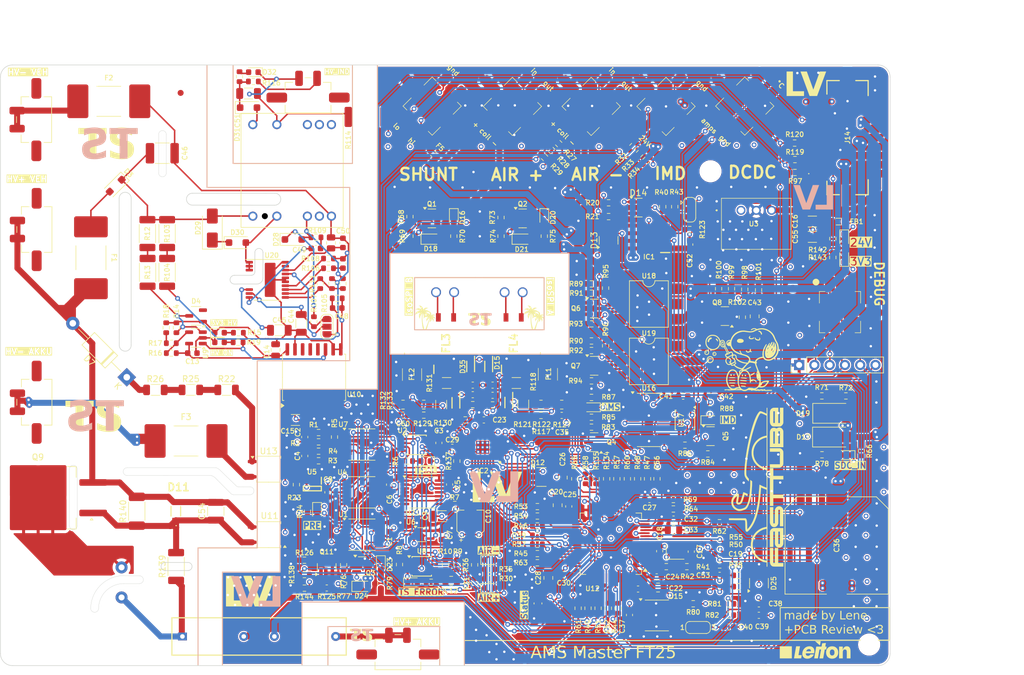
<source format=kicad_pcb>
(kicad_pcb
	(version 20240108)
	(generator "pcbnew")
	(generator_version "8.0")
	(general
		(thickness 1.6)
		(legacy_teardrops no)
	)
	(paper "A4")
	(layers
		(0 "F.Cu" signal)
		(1 "In1.Cu" signal)
		(2 "In2.Cu" signal)
		(31 "B.Cu" signal)
		(32 "B.Adhes" user "B.Adhesive")
		(33 "F.Adhes" user "F.Adhesive")
		(34 "B.Paste" user)
		(35 "F.Paste" user)
		(36 "B.SilkS" user "B.Silkscreen")
		(37 "F.SilkS" user "F.Silkscreen")
		(38 "B.Mask" user)
		(39 "F.Mask" user)
		(40 "Dwgs.User" user "User.Drawings")
		(41 "Cmts.User" user "User.Comments")
		(42 "Eco1.User" user "User.Eco1")
		(43 "Eco2.User" user "User.Eco2")
		(44 "Edge.Cuts" user)
		(45 "Margin" user)
		(46 "B.CrtYd" user "B.Courtyard")
		(47 "F.CrtYd" user "F.Courtyard")
		(48 "B.Fab" user)
		(49 "F.Fab" user)
		(50 "User.1" user)
		(51 "User.2" user)
		(52 "User.3" user)
		(53 "User.4" user)
		(54 "User.5" user)
		(55 "User.6" user)
		(56 "User.7" user)
		(57 "User.8" user)
		(58 "User.9" user)
	)
	(setup
		(stackup
			(layer "F.SilkS"
				(type "Top Silk Screen")
			)
			(layer "F.Paste"
				(type "Top Solder Paste")
			)
			(layer "F.Mask"
				(type "Top Solder Mask")
				(thickness 0.01)
			)
			(layer "F.Cu"
				(type "copper")
				(thickness 0.035)
			)
			(layer "dielectric 1"
				(type "prepreg")
				(thickness 0.1)
				(material "FR4")
				(epsilon_r 4.5)
				(loss_tangent 0.02)
			)
			(layer "In1.Cu"
				(type "copper")
				(thickness 0.035)
			)
			(layer "dielectric 2"
				(type "core")
				(thickness 1.24)
				(material "FR4")
				(epsilon_r 4.5)
				(loss_tangent 0.02)
			)
			(layer "In2.Cu"
				(type "copper")
				(thickness 0.035)
			)
			(layer "dielectric 3"
				(type "prepreg")
				(thickness 0.1)
				(material "FR4")
				(epsilon_r 4.5)
				(loss_tangent 0.02)
			)
			(layer "B.Cu"
				(type "copper")
				(thickness 0.035)
			)
			(layer "B.Mask"
				(type "Bottom Solder Mask")
				(thickness 0.01)
			)
			(layer "B.Paste"
				(type "Bottom Solder Paste")
			)
			(layer "B.SilkS"
				(type "Bottom Silk Screen")
			)
			(copper_finish "None")
			(dielectric_constraints no)
		)
		(pad_to_mask_clearance 0)
		(allow_soldermask_bridges_in_footprints no)
		(pcbplotparams
			(layerselection 0x00010fc_ffffffff)
			(plot_on_all_layers_selection 0x0000000_00000000)
			(disableapertmacros no)
			(usegerberextensions no)
			(usegerberattributes yes)
			(usegerberadvancedattributes yes)
			(creategerberjobfile yes)
			(dashed_line_dash_ratio 12.000000)
			(dashed_line_gap_ratio 3.000000)
			(svgprecision 4)
			(plotframeref no)
			(viasonmask no)
			(mode 1)
			(useauxorigin no)
			(hpglpennumber 1)
			(hpglpenspeed 20)
			(hpglpendiameter 15.000000)
			(pdf_front_fp_property_popups yes)
			(pdf_back_fp_property_popups yes)
			(dxfpolygonmode yes)
			(dxfimperialunits yes)
			(dxfusepcbnewfont yes)
			(psnegative no)
			(psa4output no)
			(plotreference yes)
			(plotvalue yes)
			(plotfptext yes)
			(plotinvisibletext no)
			(sketchpadsonfab no)
			(subtractmaskfromsilk no)
			(outputformat 1)
			(mirror no)
			(drillshape 1)
			(scaleselection 1)
			(outputdirectory "")
		)
	)
	(net 0 "")
	(net 1 "GND")
	(net 2 "+3V3")
	(net 3 "Net-(U8-~{PRE})")
	(net 4 "Net-(U8-~{CLR})")
	(net 5 "/TSAL/HV_Active_Detection/3V3_HV")
	(net 6 "HV-_Vehicle_Side")
	(net 7 "Net-(C17-Pad2)")
	(net 8 "/MCU/RCC_OSC_OUT")
	(net 9 "/MCU/NRST")
	(net 10 "Net-(C26-Pad2)")
	(net 11 "Net-(C28-Pad2)")
	(net 12 "Net-(J10-Pin_2)")
	(net 13 "/CAN_Transceiver/CarCAN_HIGH")
	(net 14 "/CAN_Transceiver/V_{ref}")
	(net 15 "Net-(Q8-G)")
	(net 16 "Net-(JP2-B)")
	(net 17 "Net-(U20-INTVcc)")
	(net 18 "HV+_Vehicle_Side_Fused")
	(net 19 "Net-(C47-Pad1)")
	(net 20 "/HV_Indicator/ENABLE")
	(net 21 "Net-(C49-Pad1)")
	(net 22 "Net-(U20-DCM)")
	(net 23 "Net-(U20-SOURCE)")
	(net 24 "Net-(D32-K)")
	(net 25 "Net-(D31-K)")
	(net 26 "Net-(D1-A)")
	(net 27 "Net-(D2-A)")
	(net 28 "/TSAL/HV_Active_Detection/HV_1")
	(net 29 "Net-(D4-K)")
	(net 30 "Net-(D5-A)")
	(net 31 "Net-(D6-A)")
	(net 32 "Net-(D7-K)")
	(net 33 "/TSAL/Prechareg AUX/HV-_AKKU")
	(net 34 "Net-(D8-A)")
	(net 35 "/MCU/AIR+_Closed")
	(net 36 "Net-(D9-A)")
	(net 37 "/MCU/AIR-_Closed")
	(net 38 "Net-(D19-A)")
	(net 39 "Net-(D16-A)")
	(net 40 "/Relay_Driver/Relay_2")
	(net 41 "/Relay_Driver/Relay_3")
	(net 42 "Net-(D20-A)")
	(net 43 "Net-(D22-A)")
	(net 44 "Net-(D23-A)")
	(net 45 "/Relay_Driver/Relay_4")
	(net 46 "Net-(D26-A)")
	(net 47 "Net-(D27-A)")
	(net 48 "Net-(D28-K)")
	(net 49 "Net-(D28-A)")
	(net 50 "Net-(D29-A1)")
	(net 51 "Net-(D30-A)")
	(net 52 "Net-(D31-A)")
	(net 53 "Net-(D32-A)")
	(net 54 "/CAN_Transceiver/CarCAN_LOW")
	(net 55 "/IO/IMD_M")
	(net 56 "+24V")
	(net 57 "Net-(J14-Pin_2)")
	(net 58 "unconnected-(IC1-IS-Pad4)")
	(net 59 "Net-(IC1-DEN)")
	(net 60 "unconnected-(IC1-NC-Pad5)")
	(net 61 "/IO/IMD_Power")
	(net 62 "Net-(U12-PB15)")
	(net 63 "/IO/TSAL_GREEN")
	(net 64 "/MCU/~{AMS_ERROR_LED}")
	(net 65 "/MCU/~{IMD_ERROR_LED}")
	(net 66 "Net-(J14-Pin_3)")
	(net 67 "Net-(J14-Pin_5)")
	(net 68 "/MCU/Trace_SWO")
	(net 69 "/MCU/SWDIO_1")
	(net 70 "/MCU/SWCLK_1")
	(net 71 "Net-(JP1-C)")
	(net 72 "Net-(JP2-C)")
	(net 73 "Net-(JP3-C)")
	(net 74 "Net-(Q1-G)")
	(net 75 "Net-(Q2-G)")
	(net 76 "Net-(Q3-G)")
	(net 77 "/SDC_Latching/~{AMS_Error}")
	(net 78 "Net-(Q4-D)")
	(net 79 "/SDC_Latching/~{IMD_Error}")
	(net 80 "Net-(Q5-D)")
	(net 81 "Net-(Q6-G)")
	(net 82 "Net-(Q6-D)")
	(net 83 "Net-(Q7-D)")
	(net 84 "Net-(Q7-G)")
	(net 85 "Net-(Q8-D)")
	(net 86 "Net-(Q8-S)")
	(net 87 "/TSAL/Comp_Ref_Low")
	(net 88 "/TSAL/Comp_Ref_Closed")
	(net 89 "/TSAL/~{TS_Error}")
	(net 90 "Net-(U8-C)")
	(net 91 "/MCU/TS_Error")
	(net 92 "Net-(R12-Pad2)")
	(net 93 "Net-(U9--)")
	(net 94 "Net-(R17-Pad2)")
	(net 95 "Net-(U10-IND)")
	(net 96 "/Relay_Driver/aux_out0")
	(net 97 "/Relay_Driver/aux_in0")
	(net 98 "/Relay_Driver/aux_out1")
	(net 99 "/Relay_Driver/aux_in1")
	(net 100 "/TSAL/Relay_State_Detection1/~{Short}")
	(net 101 "/MCU/SDC_closed")
	(net 102 "Net-(U12-PC9)")
	(net 103 "Net-(U12-BOOT0)")
	(net 104 "/MCU/Status_LED_R")
	(net 105 "Net-(D37-A)")
	(net 106 "/MCU/Status_LED_G")
	(net 107 "Net-(U12-PC2)")
	(net 108 "/MCU/Status_LED_B")
	(net 109 "Net-(U12-PA3)")
	(net 110 "Net-(U12-PA7)")
	(net 111 "Net-(U12-PB0)")
	(net 112 "Net-(U12-PA2)")
	(net 113 "Net-(U12-PA6)")
	(net 114 "Net-(U12-PA14)")
	(net 115 "Net-(U12-PA1)")
	(net 116 "/MCU/HV_Active")
	(net 117 "Net-(U12-PA13)")
	(net 118 "Net-(U12-PA0)")
	(net 119 "/MCU/AIR+_Control")
	(net 120 "/MCU/AIR-_Control")
	(net 121 "/MCU/Precharge_Control")
	(net 122 "Net-(U15-Rs)")
	(net 123 "Net-(U16A-C)")
	(net 124 "Net-(U16B-C)")
	(net 125 "Net-(U16A-Q)")
	(net 126 "Net-(U16B-Q)")
	(net 127 "Net-(U16A-~{Q})")
	(net 128 "Net-(U16B-~{Q})")
	(net 129 "Net-(R95-Pad2)")
	(net 130 "Net-(R96-Pad2)")
	(net 131 "/SDC_Latching/Reset_Signal")
	(net 132 "Net-(R103-Pad2)")
	(net 133 "Net-(U20-Vc)")
	(net 134 "Net-(U20-IREG{slash}SS)")
	(net 135 "Net-(U20-TC)")
	(net 136 "Net-(U20-FB)")
	(net 137 "Net-(J8-Pin_2)")
	(net 138 "/TSAL/Mismatch_Relay_2")
	(net 139 "/TSAL/Mismatch_Relay_1")
	(net 140 "Net-(U1-Pad11)")
	(net 141 "/TSAL/AIRs_Closed")
	(net 142 "/TSAL/Mismatch_Relay_3")
	(net 143 "/TSAL/HV_Inactive")
	(net 144 "/TSAL/TS_OK")
	(net 145 "Net-(U2-Pad1)")
	(net 146 "/TSAL/Relay_Mismatch")
	(net 147 "Net-(R22-Pad2)")
	(net 148 "/TSAL/HV_Mismatch")
	(net 149 "unconnected-(U10-OUTA-Pad14)")
	(net 150 "unconnected-(U10-INB-Pad4)")
	(net 151 "unconnected-(U10-INC-Pad12)")
	(net 152 "unconnected-(U10-INA-Pad3)")
	(net 153 "unconnected-(U10-OUTB-Pad13)")
	(net 154 "unconnected-(U10-OUTC-Pad5)")
	(net 155 "unconnected-(U10-NC-Pad7)")
	(net 156 "unconnected-(U12-PD2-Pad54)")
	(net 157 "unconnected-(U12-PC10-Pad51)")
	(net 158 "unconnected-(U12-PC12-Pad53)")
	(net 159 "/TSAL/HV_Active_Detection/-HV_1")
	(net 160 "Net-(FL1-Pad4)")
	(net 161 "Net-(FL1-Pad3)")
	(net 162 "unconnected-(U12-PC14-Pad3)")
	(net 163 "Net-(FL1-Pad2)")
	(net 164 "unconnected-(U12-PC11-Pad52)")
	(net 165 "Net-(FL1-Pad1)")
	(net 166 "Net-(FL2-Pad4)")
	(net 167 "Net-(FL2-Pad2)")
	(net 168 "unconnected-(U12-PC13-Pad2)")
	(net 169 "unconnected-(U12-PC15-Pad4)")
	(net 170 "Net-(FL2-Pad3)")
	(net 171 "/IO/IMD_VCC")
	(net 172 "/SDC_Latching/IMD_Latch_Reset")
	(net 173 "/SDC_Latching/AMS_Latch_Reset")
	(net 174 "/SDC_Latching/SDC_1")
	(net 175 "unconnected-(U18-Pad3)")
	(net 176 "Net-(U18-Pad5)")
	(net 177 "/IO/SDC_OUT")
	(net 178 "unconnected-(U19-Pad3)")
	(net 179 "/TSAL/Relay_Connection_Error")
	(net 180 "/IO/Reset_Button_Out")
	(net 181 "/CAN_Transceiver/CarCAN_RX")
	(net 182 "Net-(FL2-Pad1)")
	(net 183 "Net-(J12-Pin_1)")
	(net 184 "/CAN_Transceiver/CarCAN_TX")
	(net 185 "Net-(J12-Pin_2)")
	(net 186 "Net-(J13-Pin_1)")
	(net 187 "Net-(J13-Pin_2)")
	(net 188 "/MCU/WAKE2")
	(net 189 "/MCU/MSTR1")
	(net 190 "/MCU/SPI1_MISO")
	(net 191 "/MCU/SPI1_SCK")
	(net 192 "/MCU/WAKE1")
	(net 193 "/MCU/INTR1")
	(net 194 "/MCU/IMB")
	(net 195 "Net-(IC2-XCVRMD2)")
	(net 196 "Net-(IC2-XCVRMD)")
	(net 197 "/MCU/SPI2_SCK")
	(net 198 "/MCU/SPI1_NSS")
	(net 199 "/MCU/IPB")
	(net 200 "/MCU/MSTR2")
	(net 201 "/MCU/IPA")
	(net 202 "/MCU/INTR2")
	(net 203 "/MCU/SPI2_MISO")
	(net 204 "/MCU/SPI1_MOSI")
	(net 205 "/MCU/SPI2_NSS")
	(net 206 "/MCU/SPI2_MOSI")
	(net 207 "/MCU/IMA")
	(net 208 "/MCU/RCC_OSC_IN")
	(net 209 "Net-(U12-PC3)")
	(net 210 "Net-(U12-PA5)")
	(net 211 "Net-(U12-PC4)")
	(net 212 "Net-(U12-PB4)")
	(net 213 "Net-(U12-PC5)")
	(net 214 "Net-(U12-PA4)")
	(net 215 "Net-(U12-PB12)")
	(net 216 "Net-(U12-PB14)")
	(net 217 "Net-(U12-PA12)")
	(net 218 "Net-(U12-PB5)")
	(net 219 "Net-(C58-Pad1)")
	(net 220 "Net-(C61-Pad1)")
	(net 221 "Net-(D15-A2)")
	(net 222 "Net-(D34-A2)")
	(net 223 "unconnected-(U20-N.C.-Pad19)")
	(net 224 "Net-(U12-PA15)")
	(net 225 "Net-(D33-A2)")
	(net 226 "Net-(D35-A2)")
	(net 227 "/MCU/AMS_NERROR")
	(net 228 "Net-(D36-A)")
	(net 229 "Net-(D11-K)")
	(net 230 "/Relay_Driver/Precharge/HV+_Akku")
	(net 231 "Net-(Q9-D)")
	(net 232 "Net-(R126-Pad2)")
	(net 233 "HV+_VEH")
	(net 234 "Net-(U12-PB1)")
	(net 235 "Net-(J4-Pin_4)")
	(net 236 "Net-(J4-Pin_3)")
	(net 237 "/Relay_Driver/SDC_Relay")
	(net 238 "/MCU/LV_I")
	(net 239 "/MCU/TEMP_DCDC")
	(net 240 "/IO/TEMP_TSDCDC")
	(net 241 "/IO/LV_I_measure")
	(net 242 "/SDC")
	(net 243 "Net-(Q11-D)")
	(net 244 "Net-(Q11-G)")
	(net 245 "/TSAL/Prechareg AUX/PRE_open")
	(net 246 "/MCU/Precharge_Closed")
	(net 247 "unconnected-(U5-NC-Pad1)")
	(net 248 "Net-(D38-A)")
	(net 249 "Net-(F3-Pad2)")
	(net 250 "Net-(R22-Pad1)")
	(net 251 "Net-(K2-Pad3)")
	(net 252 "Net-(K2-Pad1)")
	(net 253 "Net-(R25-Pad1)")
	(footprint "Resistor_SMD:R_1206_3216Metric" (layer "F.Cu") (at 124.55 95.25 90))
	(footprint "FaSTTUBe_connectors:Micro_Mate-N-Lok_2x2p_vertical" (layer "F.Cu") (at 149.5 45.6 135))
	(footprint "Resistor_SMD:R_0603_1608Metric" (layer "F.Cu") (at 165.9 66.1 180))
	(footprint "Resistor_SMD:R_0805_2012Metric" (layer "F.Cu") (at 144.6 95.25))
	(footprint "Capacitor_SMD:C_0603_1608Metric" (layer "F.Cu") (at 170.875 125.55 180))
	(footprint "Resistor_SMD:R_0603_1608Metric" (layer "F.Cu") (at 133.1 95.3 180))
	(footprint "Capacitor_SMD:C_0603_1608Metric" (layer "F.Cu") (at 177.4 128.425))
	(footprint "Resistor_SMD:R_2010_5025Metric" (layer "F.Cu") (at 78.95 73.225 -90))
	(footprint "Package_TO_SOT_SMD:SOT-23" (layer "F.Cu") (at 138.1 64.25))
	(footprint "MountingHole:MountingHole_3.2mm_M3" (layer "F.Cu") (at 63.85 56.25 -90))
	(footprint "Master:WCAP-ASLI_16" (layer "F.Cu") (at 190.35 118.7 90))
	(footprint "Master:palme"
		(layer "F.Cu")
		(uuid "04b05934-c2a8-4343-9ca2-6a2f48c1a3b0")
		(at 121.9 80.7)
		(property "Reference" "G***"
			(at 0 0 0)
			(layer "F.SilkS")
			(hide yes)
			(uuid "c38163a8-eb57-4e45-b59c-bac8cc11da80")
			(effects
				(font
					(size 1.5 1.5)
					(thickness 0.3)
				)
			)
		)
		(property "Value" "LOGO"
			(at 0.75 0 0)
			(layer "F.SilkS")
			(hide yes)
			(uuid "774485d3-02df-40b5-8ad8-7cb4925caa39")
			(effects
				(font
					(size 1.5 1.5)
					(thickness 0.3)
				)
			)
		)
		(property "Footprint" "Master:palme"
			(at 0 0 0)
			(unlocked yes)
			(layer "F.Fab")
			(hide yes)
			(uuid "f6687dea-8b35-4341-8426-4a8d356b4806")
			(effects
				(font
					(size 1.27 1.27)
				)
			)
		)
		(property "Datasheet" ""
			(at 0 0 0)
			(unlocked yes)
			(layer "F.Fab")
			(hide yes)
			(uuid "718cb3e5-be3b-4146-ba75-78595dd1cc49")
			(effects
				(font
					(size 1.27 1.27)
				)
			)
		)
		(property "Description" ""
			(at 0 0 0)
			(unlocked yes)
			(layer "F.Fab")
			(hide yes)
			(uuid "e6cb7cba-69e3-4b8a-939c-c966b8f4e620")
			(effects
				(font
					(size 1.27 1.27)
				)
			)
		)
		(attr board_only exclude_from_pos_files exclude_from_bom)
		(fp_poly
			(pts
				(xy -1.634616 -1.271154) (xy -1.636539 -1.269231) (xy -1.638462 -1.271154) (xy -1.636539 -1.273077)
			)
			(stroke
				(width 0)
				(type solid)
			)
			(fill solid)
			(layer "F.SilkS")
			(uuid "6604fb89-9d22-48aa-89fa-8591e3dafc44")
		)
		(fp_poly
			(pts
				(xy -1.565385 -0.736539) (xy -1.567308 -0.734616) (xy -1.569231 -0.736539) (xy -1.567308 -0.738462)
			)
			(stroke
				(width 0)
				(type solid)
			)
			(fill solid)
			(layer "F.SilkS")
			(uuid "38170ffc-bbf6-44d1-bb20-415cdce56af6")
		)
		(fp_poly
			(pts
				(xy -1.546154 -1.340385) (xy -1.548077 -1.338462) (xy -1.55 -1.340385) (xy -1.548077 -1.342308)
			)
			(stroke
				(width 0)
				(type solid)
			)
			(fill solid)
			(layer "F.SilkS")
			(uuid "36ed8860-56a8-4e07-b9a9-a70de9973f01")
		)
		(fp_poly
			(pts
				(xy -1.534616 -0.428846) (xy -1.536539 -0.426923) (xy -1.538462 -0.428846) (xy -1.536539 -0.430769)
			)
			(stroke
				(width 0)
				(type solid)
			)
			(fill solid)
			(layer "F.SilkS")
			(uuid "b94d5450-c7b5-4f4a-a00a-f7b8466afa74")
		)
		(fp_poly
			(pts
				(xy -1.476924 -0.851923) (xy -1.478847 -0.85) (xy -1.48077 -0.851923) (xy -1.478847 -0.853846)
			)
			(stroke
				(width 0)
				(type solid)
			)
			(fill solid)
			(layer "F.SilkS")
			(uuid "8308c852-2662-497f-b48f-da455c5f7697")
		)
		(fp_poly
			(pts
				(xy -1.465385 -1.278846) (xy -1.467308 -1.276923) (xy -1.469231 -1.278846) (xy -1.467308 -1.280769)
			)
			(stroke
				(width 0)
				(type solid)
			)
			(fill solid)
			(layer "F.SilkS")
			(uuid "6c4c8dd9-470d-4f79-a3de-5cc9119eeeac")
		)
		(fp_poly
			(pts
				(xy -1.446154 -1.309616) (xy -1.448077 -1.307692) (xy -1.45 -1.309616) (xy -1.448077 -1.311539)
			)
			(stroke
				(width 0)
				(type solid)
			)
			(fill solid)
			(layer "F.SilkS")
			(uuid "33768e38-c3be-427a-92e7-8ae0e8c54e52")
		)
		(fp_poly
			(pts
				(xy -1.415385 -0.901923) (xy -1.417308 -0.9) (xy -1.419231 -0.901923) (xy -1.417308 -0.903846)
			)
			(stroke
				(width 0)
				(type solid)
			)
			(fill solid)
			(layer "F.SilkS")
			(uuid "3bfc8524-9a52-4df6-aa21-d4d268fcec1d")
		)
		(fp_poly
			(pts
				(xy -1.396154 -0.913462) (xy -1.398077 -0.911539) (xy -1.4 -0.913462) (xy -1.398077 -0.915385)
			)
			(stroke
				(width 0)
				(type solid)
			)
			(fill solid)
			(layer "F.SilkS")
			(uuid "088ccc85-baee-46c8-822e-3634375d885c")
		)
		(fp_poly
			(pts
				(xy -1.384616 -0.940385) (xy -1.386539 -0.938462) (xy -1.388462 -0.940385) (xy -1.386539 -0.942308)
			)
			(stroke
				(width 0)
				(type solid)
			)
			(fill solid)
			(layer "F.SilkS")
			(uuid "0823128a-3114-47e2-b712-812e341b383f")
		)
		(fp_poly
			(pts
				(xy -1.238462 -1.171154) (xy -1.240385 -1.169231) (xy -1.242308 -1.171154) (xy -1.240385 -1.173077)
			)
			(stroke
				(width 0)
				(type solid)
			)
			(fill solid)
			(layer "F.SilkS")
			(uuid "7fbd5abb-c986-446a-88f5-787ff4903d51")
		)
		(fp_poly
			(pts
				(xy -1.23077 -0.686539) (xy -1.232693 -0.684616) (xy -1.234616 -0.686539) (xy -1.232693 -0.688462)
			)
			(stroke
				(width 0)
				(type solid)
			)
			(fill solid)
			(layer "F.SilkS")
			(uuid "ceb3fab7-7bd1-43c8-9135-f9fffbeab3ba")
		)
		(fp_poly
			(pts
				(xy -1.2 -0.609616) (xy -1.201924 -0.607692) (xy -1.203847 -0.609616) (xy -1.201924 -0.611539)
			)
			(stroke
				(width 0)
				(type solid)
			)
			(fill solid)
			(layer "F.SilkS")
			(uuid "2121973e-5ce6-4d0e-9a5d-ce5538342c19")
		)
		(fp_poly
			(pts
				(xy -1.161539 -1.275) (xy -1.163462 -1.273077) (xy -1.165385 -1.275) (xy -1.163462 -1.276923)
			)
			(stroke
				(width 0)
				(type solid)
			)
			(fill solid)
			(layer "F.SilkS")
			(uuid "50b80746-13ba-4cc9-8639-d782ce1ad82b")
		)
		(fp_poly
			(pts
				(xy -1.142308 -1.159616) (xy -1.144231 -1.157692) (xy -1.146154 -1.159616) (xy -1.144231 -1.161539)
			)
			(stroke
				(width 0)
				(type solid)
			)
			(fill solid)
			(layer "F.SilkS")
			(uuid "b3891d39-0baa-4b81-8c29-6ee695cdb5b9")
		)
		(fp_poly
			(pts
				(xy -1.096154 -1.182692) (xy -1.098077 -1.180769) (xy -1.1 -1.182692) (xy -1.098077 -1.184616)
			)
			(stroke
				(width 0)
				(type solid)
			)
			(fill solid)
			(layer "F.SilkS")
			(uuid "f3f81e86-c79e-44fb-aaa5-0433a7844c2c")
		)
		(fp_poly
			(pts
				(xy -1.038462 -0.790385) (xy -1.040385 -0.788462) (xy -1.042308 -0.790385) (xy -1.040385 -0.792308)
			)
			(stroke
				(width 0)
				(type solid)
			)
			(fill solid)
			(layer "F.SilkS")
			(uuid "7655cccd-d7a1-4ab2-8c7a-9177c34f45bb")
		)
		(fp_poly
			(pts
				(xy -1.015385 -1.109616) (xy -1.017308 -1.107692) (xy -1.019231 -1.109616) (xy -1.017308 -1.111539)
			)
			(stroke
				(width 0)
				(type solid)
			)
			(fill solid)
			(layer "F.SilkS")
			(uuid "5fa92e7d-af6c-4d53-b27d-0e7c526409e5")
		)
		(fp_poly
			(pts
				(xy -1.003847 -1.128846) (xy -1.00577 -1.126923) (xy -1.007693 -1.128846) (xy -1.00577 -1.130769)
			)
			(stroke
				(width 0)
				(type solid)
			)
			(fill solid)
			(layer "F.SilkS")
			(uuid "16ecc59c-ed3b-46d8-805c-429918ea6cb9")
		)
		(fp_poly
			(pts
				(xy -0.953847 -0.778846) (xy -0.95577 -0.776923) (xy -0.957693 -0.778846) (xy -0.95577 -0.780769)
			)
			(stroke
				(width 0)
				(type solid)
			)
			(fill solid)
			(layer "F.SilkS")
			(uuid "114526fc-636d-4fe9-8e05-3278706cb0fe")
		)
		(fp_poly
			(pts
				(xy -0.919231 -0.813462) (xy -0.921154 -0.811539) (xy -0.923077 -0.813462) (xy -0.921154 -0.815385)
			)
			(stroke
				(width 0)
				(type solid)
			)
			(fill solid)
			(layer "F.SilkS")
			(uuid "b78560e3-2b26-41ad-bb8e-4700bbeb845d")
		)
		(fp_poly
			(pts
				(xy -0.896154 -1.867308) (xy -0.898077 -1.865385) (xy -0.9 -1.867308) (xy -0.898077 -1.869231)
			)
			(stroke
				(width 0)
				(type solid)
			)
			(fill solid)
			(layer "F.SilkS")
			(uuid "5784d68b-1426-4f8e-8b98-c9f72effebdb")
		)
		(fp_poly
			(pts
				(xy -0.896154 0.275) (xy -0.898077 0.276923) (xy -0.9 0.275) (xy -0.898077 0.273077)
			)
			(stroke
				(width 0)
				(type solid)
			)
			(fill solid)
			(layer "F.SilkS")
			(uuid "7896be3a-eebe-4168-970c-9e2d9b1cba22")
		)
		(fp_poly
			(pts
				(xy -0.892308 -0.698077) (xy -0.894231 -0.696154) (xy -0.896154 -0.698077) (xy -0.894231 -0.7)
			)
			(stroke
				(width 0)
				(type solid)
			)
			(fill solid)
			(layer "F.SilkS")
			(uuid "db0b2fee-7aee-4119-8e68-2e55dab27e7c")
		)
		(fp_poly
			(pts
				(xy -0.892308 -0.686539) (xy -0.894231 -0.684616) (xy -0.896154 -0.686539) (xy -0.894231 -0.688462)
			)
			(stroke
				(width 0)
				(type solid)
			)
			(fill solid)
			(layer "F.SilkS")
			(uuid "16f78b05-bf91-4152-8988-3360ee04243c")
		)
		(fp_poly
			(pts
				(xy -0.876924 -0.755769) (xy -0.878847 -0.753846) (xy -0.88077 -0.755769) (xy -0.878847 -0.757692)
			)
			(stroke
				(width 0)
				(type solid)
			)
			(fill solid)
			(layer "F.SilkS")
			(uuid "6d6a8fef-db4c-40ec-bc0b-912117abe107")
		)
		(fp_poly
			(pts
				(xy -0.865385 -1.725) (xy -0.867308 -1.723077) (xy -0.869231 -1.725) (xy -0.867308 -1.726923)
			)
			(stroke
				(width 0)
				(type solid)
			)
			(fill solid)
			(layer "F.SilkS")
			(uuid "f22c9dd8-5874-4593-8f97-79dbda20704d")
		)
		(fp_poly
			(pts
				(xy -0.865385 -1.682692) (xy -0.867308 -1.680769) (xy -0.869231 -1.682692) (xy -0.867308 -1.684616)
			)
			(stroke
				(width 0)
				(type solid)
			)
			(fill solid)
			(layer "F.SilkS")
			(uuid "34c5c061-1bdd-4f62-b070-cdfff52563dc")
		)
		(fp_poly
			(pts
				(xy -0.826924 -0.767308) (xy -0.828847 -0.765385) (xy -0.83077 -0.767308) (xy -0.828847 -0.769231)
			)
			(stroke
				(width 0)
				(type solid)
			)
			(fill solid)
			(layer "F.SilkS")
			(uuid "224111d1-0b33-435f-a57c-41ff990fa462")
		)
		(fp_poly
			(pts
				(xy -0.819231 0.155769) (xy -0.821154 0.157692) (xy -0.823077 0.155769) (xy -0.821154 0.153846)
			)
			(stroke
				(width 0)
				(type solid)
			)
			(fill solid)
			(layer "F.SilkS")
			(uuid "e499e9ea-b583-4cf9-af68-b2347b7935b0")
		)
		(fp_poly
			(pts
				(xy -0.815385 -0.013462) (xy -0.817308 -0.011539) (xy -0.819231 -0.013462) (xy -0.817308 -0.015385)
			)
			(stroke
				(width 0)
				(type solid)
			)
			(fill solid)
			(layer "F.SilkS")
			(uuid "1ee631ec-129b-4855-a877-059cdfc3518a")
		)
		(fp_poly
			(pts
				(xy -0.811539 -0.813462) (xy -0.813462 -0.811539) (xy -0.815385 -0.813462) (xy -0.813462 -0.815385)
			)
			(stroke
				(width 0)
				(type solid)
			)
			(fill solid)
			(layer "F.SilkS")
			(uuid "4c7ac3a5-c11d-469d-83a7-88cd3e99b172")
		)
		(fp_poly
			(pts
				(xy -0.784616 -0.367308) (xy -0.786539 -0.365385) (xy -0.788462 -0.367308) (xy -0.786539 -0.369231)
			)
			(stroke
				(width 0)
				(type solid)
			)
			(fill solid)
			(layer "F.SilkS")
			(uuid "6915e25f-1ce7-4009-bb2f-df58bb2a5716")
		)
		(fp_poly
			(pts
				(xy -0.784616 -0.021154) (xy -0.786539 -0.019231) (xy -0.788462 -0.021154) (xy -0.786539 -0.023077)
			)
			(stroke
				(width 0)
				(type solid)
			)
			(fill solid)
			(layer "F.SilkS")
			(uuid "ab4b6e98-a60a-4091-8c53-2a25805a4f23")
		)
		(fp_poly
			(pts
				(xy -0.773077 -1.525) (xy -0.775 -1.523077) (xy -0.776924 -1.525) (xy -0.775 -1.526923)
			)
			(stroke
				(width 0)
				(type solid)
			)
			(fill solid)
			(layer "F.SilkS")
			(uuid "6ecf325b-340c-432c-9f5b-be256d65efb7")
		)
		(fp_poly
			(pts
				(xy -0.769231 -0.336539) (xy -0.771154 -0.334616) (xy -0.773077 -0.336539) (xy -0.771154 -0.338462)
			)
			(stroke
				(width 0)
				(type solid)
			)
			(fill solid)
			(layer "F.SilkS")
			(uuid "9096b185-a551-4ca8-9b47-60f8c9720edf")
		)
		(fp_poly
			(pts
				(xy -0.75 -0.094231) (xy -0.751924 -0.092308) (xy -0.753847 -0.094231) (xy -0.751924 -0.096154)
			)
			(stroke
				(width 0)
				(type solid)
			)
			(fill solid)
			(layer "F.SilkS")
			(uuid "76f26576-850f-41f1-9fb0-77ef2f69fec5")
		)
		(fp_poly
			(pts
				(xy -0.707693 -0.248077) (xy -0.709616 -0.246154) (xy -0.711539 -0.248077) (xy -0.709616 -0.25)
			)
			(stroke
				(width 0)
				(type solid)
			)
			(fill solid)
			(layer "F.SilkS")
			(uuid "72e5ebe2-e9f6-4325-91e1-5a083776c7ab")
		)
		(fp_poly
			(pts
				(xy -0.7 -1.359616) (xy -0.701924 -1.357692) (xy -0.703847 -1.359616) (xy -0.701924 -1.361539)
			)
			(stroke
				(width 0)
				(type solid)
			)
			(fill solid)
			(layer "F.SilkS")
			(uuid "65b98e5c-dd9e-4203-99e5-b2228be18407")
		)
		(fp_poly
			(pts
				(xy -0.676924 -0.213462) (xy -0.678847 -0.211539) (xy -0.68077 -0.213462) (xy -0.678847 -0.215385)
			)
			(stroke
				(width 0)
				(type solid)
			)
			(fill solid)
			(layer "F.SilkS")
			(uuid "d4ba2ee8-0220-48b7-bb4b-f75aeb27225d")
		)
		(fp_poly
			(pts
				(xy -0.565385 -1.782692) (xy -0.567308 -1.780769) (xy -0.569231 -1.782692) (xy -0.567308 -1.784616)
			)
			(stroke
				(width 0)
				(type solid)
			)
			(fill solid)
			(layer "F.SilkS")
			(uuid "d0f43077-580b-4279-bd65-f6f89113b4e9")
		)
		(fp_poly
			(pts
				(xy -0.553847 -0.628846) (xy -0.55577 -0.626923) (xy -0.557693 -0.628846) (xy -0.55577 -0.630769)
			)
			(stroke
				(width 0)
				(type solid)
			)
			(fill solid)
			(layer "F.SilkS")
			(uuid "80839e7a-badc-4bb0-98ba-68b52ca1f893")
		)
		(fp_poly
			(pts
				(xy -0.538462 0.928846) (xy -0.540385 0.930769) (xy -0.542308 0.928846) (xy -0.540385 0.926923)
			)
			(stroke
				(width 0)
				(type solid)
			)
			(fill solid)
			(layer "F.SilkS")
			(uuid "746de631-2267-405f-833f-760f9be823ba")
		)
		(fp_poly
			(pts
				(xy -0.523077 1.190384) (xy -0.525 1.192308) (xy -0.526924 1.190384) (xy -0.525 1.188461)
			)
			(stroke
				(width 0)
				(type solid)
			)
			(fill solid)
			(layer "F.SilkS")
			(uuid "bdcf4ab6-78f2-492d-9be1-d11e3871fa18")
		)
		(fp_poly
			(pts
				(xy -0.523077 1.209615) (xy -0.525 1.211538) (xy -0.526924 1.209615) (xy -0.525 1.207692)
			)
			(stroke
				(width 0)
				(type solid)
			)
			(fill solid)
			(layer "F.SilkS")
			(uuid "58e00613-22e7-4399-91e0-d5a080f00335")
		)
		(fp_poly
			(pts
				(xy -0.38077 -0.613462) (xy -0.382693 -0.611539) (xy -0.384616 -0.613462) (xy -0.382693 -0.615385)
			)
			(stroke
				(width 0)
				(type solid)
			)
			(fill solid)
			(layer "F.SilkS")
			(uuid "d899fff7-a085-4018-8656-4506410e87b5")
		)
		(fp_poly
			(pts
				(xy -0.369231 -0.490385) (xy -0.371154 -0.488462) (xy -0.373077 -0.490385) (xy -0.371154 -0.492308)
			)
			(stroke
				(width 0)
				(type solid)
			)
			(fill solid)
			(layer "F.SilkS")
			(uuid "2e3fb2e0-b0bf-4c22-aa6d-5887a4de5fb0")
		)
		(fp_poly
			(pts
				(xy -0.361539 -0.628846) (xy -0.363462 -0.626923) (xy -0.365385 -0.628846) (xy -0.363462 -0.630769)
			)
			(stroke
				(width 0)
				(type solid)
			)
			(fill solid)
			(layer "F.SilkS")
			(uuid "e27fea4e-bf73-4fcc-abba-afe1365ae59f")
		)
		(fp_poly
			(pts
				(xy -0.338462 0.221154) (xy -0.340385 0.223077) (xy -0.342308 0.221154) (xy -0.340385 0.219231)
			)
			(stroke
				(width 0)
				(type solid)
			)
			(fill solid)
			(layer "F.SilkS")
			(uuid "71a80cf3-0963-4252-bd8d-8df4145610de")
		)
		(fp_poly
			(pts
				(xy -0.334616 0.267308) (xy -0.336539 0.269231) (xy -0.338462 0.267308) (xy -0.336539 0.265384)
			)
			(stroke
				(width 0)
				(type solid)
			)
			(fill solid)
			(layer "F.SilkS")
			(uuid "de6ed283-b2bc-446d-af2f-dee24ab9a4c3")
		)
		(fp_poly
			(pts
				(xy -0.326924 -0.251923) (xy -0.328847 -0.25) (xy -0.33077 -0.251923) (xy -0.328847 -0.253846)
			)
			(stroke
				(width 0)
				(type solid)
			)
			(fill solid)
			(layer "F.SilkS")
			(uuid "a99b848f-bf18-4724-ae86-430db59c4943")
		)
		(fp_poly
			(pts
				(xy -0.319231 -0.248077) (xy -0.321154 -0.246154) (xy -0.323077 -0.248077) (xy -0.321154 -0.25)
			)
			(stroke
				(width 0)
				(type solid)
			)
			(fill solid)
			(layer "F.SilkS")
			(uuid "8d87ff46-a567-45bb-b025-f2f28d68a4f9")
		)
		(fp_poly
			(pts
				(xy -0.307693 -0.048077) (xy -0.309616 -0.046154) (xy -0.311539 -0.048077) (xy -0.309616 -0.05)
			)
			(stroke
				(width 0)
				(type solid)
			)
			(fill solid)
			(layer "F.SilkS")
			(uuid "8f754d96-9dd6-47fa-b841-fd621789a984")
		)
		(fp_poly
			(pts
				(xy -0.307693 0.075) (xy -0.309616 0.076923) (xy -0.311539 0.075) (xy -0.309616 0.073077)
			)
			(stroke
				(width 0)
				(type solid)
			)
			(fill solid)
			(layer "F.SilkS")
			(uuid "8ad8f1a9-620f-403b-a7a2-e1b29cde9514")
		)
		(fp_poly
			(pts
				(xy -0.3 -0.278846) (xy -0.301924 -0.276923) (xy -0.303847 -0.278846) (xy -0.301924 -0.280769)
			)
			(stroke
				(width 0)
				(type solid)
			)
			(fill solid)
			(layer "F.SilkS")
			(uuid "a6406ec4-222b-4694-bbb8-014edae2acf0")
		)
		(fp_poly
			(pts
				(xy -0.288462 -1.344231) (xy -0.290385 -1.342308) (xy -0.292308 -1.344231) (xy -0.290385 -1.346154)
			)
			(stroke
				(width 0)
				(type solid)
			)
			(fill solid)
			(layer "F.SilkS")
			(uuid "b01b527e-342c-430b-808f-0c6b4e096117")
		)
		(fp_poly
			(pts
				(xy -0.288462 -0.125) (xy -0.290385 -0.123077) (xy -0.292308 -0.125) (xy -0.290385 -0.126923)
			)
			(stroke
				(width 0)
				(type solid)
			)
			(fill solid)
			(layer "F.SilkS")
			(uuid "cffa30af-18b7-4a09-9465-b75fcdee563c")
		)
		(fp_poly
			(pts
				(xy -0.284616 -0.432692) (xy -0.286539 -0.430769) (xy -0.288462 -0.432692) (xy -0.286539 -0.434616)
			)
			(stroke
				(width 0)
				(type solid)
			)
			(fill solid)
			(layer "F.SilkS")
			(uuid "547a6013-13e8-4bfb-83f0-99731d3ab9b6")
		)
		(fp_poly
			(pts
				(xy -0.276924 -1.367308) (xy -0.278847 -1.365385) (xy -0.28077 -1.367308) (xy -0.278847 -1.369231)
			)
			(stroke
				(width 0)
				(type solid)
			)
			(fill solid)
			(layer "F.SilkS")
			(uuid "fc1cbe0c-e54e-4219-8dcd-1ae2a8280829")
		)
		(fp_poly
			(pts
				(xy -0.242308 -0.182692) (xy -0.244231 -0.180769) (xy -0.246154 -0.182692) (xy -0.244231 -0.184616)
			)
			(stroke
				(width 0)
				(type solid)
			)
			(fill solid)
			(layer "F.SilkS")
			(uuid "214d08e9-31ce-41f2-b1cf-634c3a4ed242")
		)
		(fp_poly
			(pts
				(xy -0.242308 0.071154) (xy -0.244231 0.073077) (xy -0.246154 0.071154) (xy -0.244231 0.069231)
			)
			(stroke
				(width 0)
				(type solid)
			)
			(fill solid)
			(layer "F.SilkS")
			(uuid "f955de78-5dad-4a14-9e54-9e222e392636")
		)
		(fp_poly
			(pts
				(xy -0.234616 0.067308) (xy -0.236539 0.069231) (xy -0.238462 0.067308) (xy -0.236539 0.065384)
			)
			(stroke
				(width 0)
				(type solid)
			)
			(fill solid)
			(layer "F.SilkS")
			(uuid "4d359ae6-5f5a-4bfa-bef3-de1901688b16")
		)
		(fp_poly
			(pts
				(xy -0.215385 -1.436539) (xy -0.217308 -1.434616) (xy -0.219231 -1.436539) (xy -0.217308 -1.438462)
			)
			(stroke
				(width 0)
				(type solid)
			)
			(fill solid)
			(layer "F.SilkS")
			(uuid "85cdbc73-142e-4270-98f2-929cc80f1b5a")
		)
		(fp_poly
			(pts
				(xy -0.207693 -0.082692) (xy -0.209616 -0.080769) (xy -0.211539 -0.082692) (xy -0.209616 -0.084616)
			)
			(stroke
				(width 0)
				(type solid)
			)
			(fill solid)
			(layer "F.SilkS")
			(uuid "63ecb8ed-19f5-4685-b365-ed0216792f47")
		)
		(fp_poly
			(pts
				(xy -0.2 -0.228846) (xy -0.201924 -0.226923) (xy -0.203847 -0.228846) (xy -0.201924 -0.230769)
			)
			(stroke
				(width 0)
				(type solid)
			)
			(fill solid)
			(layer "F.SilkS")
			(uuid "5fb3ab80-8bbe-49a8-bbe8-44e3b4eb88a0")
		)
		(fp_poly
			(pts
				(xy -0.184616 -0.121154) (xy -0.186539 -0.119231) (xy -0.188462 -0.121154) (xy -0.186539 -0.123077)
			)
			(stroke
				(width 0)
				(type solid)
			)
			(fill solid)
			(layer "F.SilkS")
			(uuid "c3c3cf85-aff0-4b3c-909c-d31234c437cd")
		)
		(fp_poly
			(pts
				(xy -0.184616 0.144231) (xy -0.186539 0.146154) (xy -0.188462 0.144231) (xy -0.186539 0.142308)
			)
			(stroke
				(width 0)
				(type solid)
			)
			(fill solid)
			(layer "F.SilkS")
			(uuid "be28b208-1568-46d9-8235-0fd7127fbbe4")
		)
		(fp_poly
			(pts
				(xy -0.165385 0.121154) (xy -0.167308 0.123077) (xy -0.169231 0.121154) (xy -0.167308 0.119231)
			)
			(stroke
				(width 0)
				(type solid)
			)
			(fill solid)
			(layer "F.SilkS")
			(uuid "63d70d77-ddbe-4a8d-b969-98fe46e61993")
		)
		(fp_poly
			(pts
				(xy -0.1 -1.525) (xy -0.101924 -1.523077) (xy -0.103847 -1.525) (xy -0.101924 -1.526923)
			)
			(stroke
				(width 0)
				(type solid)
			)
			(fill solid)
			(layer "F.SilkS")
			(uuid "31af9943-198d-42d9-b6b2-fef7cf000dfd")
		)
		(fp_poly
			(pts
				(xy -0.065385 -1.548077) (xy -0.067308 -1.546154) (xy -0.069231 -1.548077) (xy -0.067308 -1.55)
			)
			(stroke
				(width 0)
				(type solid)
			)
			(fill solid)
			(layer "F.SilkS")
			(uuid "e34ebd6c-5c29-4496-88cb-c31065b64543")
		)
		(fp_poly
			(pts
				(xy -0.05 -0.675) (xy -0.051924 -0.673077) (xy -0.053847 -0.675) (xy -0.051924 -0.676923)
			)
			(stroke
				(width 0)
				(type solid)
			)
			(fill solid)
			(layer "F.SilkS")
			(uuid "bb5bcca0-79e4-4733-822d-4948bce27b03")
		)
		(fp_poly
			(pts
				(xy -0.015385 -0.032692) (xy -0.017308 -0.030769) (xy -0.019231 -0.032692) (xy -0.017308 -0.034616)
			)
			(stroke
				(width 0)
				(type solid)
			)
			(fill solid)
			(layer "F.SilkS")
			(uuid "0708c53c-8514-4647-92f8-c092ee32f7da")
		)
		(fp_poly
			(pts
				(xy 0 2.063461) (xy -0.001924 2.065384) (xy -0.003847 2.063461) (xy -0.001924 2.061538)
			)
			(stroke
				(width 0)
				(type solid)
			)
			(fill solid)
			(layer "F.SilkS")
			(uuid "8bb3d26f-2ecf-47cf-bf75-c867c8d62172")
		)
		(fp_poly
			(pts
				(xy 0.05 -0.259616) (xy 0.048076 -0.257692) (xy 0.046153 -0.259616) (xy 0.048076 -0.261539)
			)
			(stroke
				(width 0)
				(type solid)
			)
			(fill solid)
			(layer "F.SilkS")
			(uuid "6ea36a9d-ff9d-48be-a128-978876679dee")
		)
		(fp_poly
			(pts
				(xy 0.080769 1.825) (xy 0.078846 1.826923) (xy 0.076923 1.825) (xy 0.078846 1.823077)
			)
			(stroke
				(width 0)
				(type solid)
			)
			(fill solid)
			(layer "F.SilkS")
			(uuid "5187329e-5b81-441c-b5f9-5b695931e22a")
		)
		(fp_poly
			(pts
				(xy 0.1 -0.944231) (xy 0.098076 -0.942308) (xy 0.096153 -0.944231) (xy 0.098076 -0.946154)
			)
			(stroke
				(width 0)
				(type solid)
			)
			(fill solid)
			(layer "F.SilkS")
			(uuid "d241d08c-daf2-4f26-b2f3-8668334d3f53")
		)
		(fp_poly
			(pts
				(xy 0.103846 -0.867308) (xy 0.101923 -0.865385) (xy 0.1 -0.867308) (xy 0.101923 -0.869231)
			)
			(stroke
				(width 0)
				(type solid)
			)
			(fill solid)
			(layer "F.SilkS")
			(uuid "49e02c1e-ea81-48a1-bfcc-3143f0f361f4")
		)
		(fp_poly
			(pts
				(xy 0.111538 -0.063462) (xy 0.109615 -0.061539) (xy 0.107692 -0.063462) (xy 0.109615 -0.065385)
			)
			(stroke
				(width 0)
				(type solid)
			)
			(fill solid)
			(layer "F.SilkS")
			(uuid "0d68d8c2-3dd2-45ed-8c55-e6b81777a4c0")
		)
		(fp_poly
			(pts
				(xy 0.123076 -0.925) (xy 0.121153 -0.923077) (xy 0.11923 -0.925) (xy 0.121153 -0.926923)
			)
			(stroke
				(width 0)
				(type solid)
			)
			(fill solid)
			(layer "F.SilkS")
			(uuid "b39fbc45-3d64-4196-96b4-75c04a4fdf95")
		)
		(fp_poly
			(pts
				(xy 0.138461 -0.536539) (xy 0.136538 -0.534616) (xy 0.134615 -0.536539) (xy 0.136538 -0.538462)
			)
			(stroke
				(width 0)
				(type solid)
			)
			(fill solid)
			(layer "F.SilkS")
			(uuid "363c9608-bf0c-49ce-adb0-af9fa33adc55")
		)
		(fp_poly
			(pts
				(xy 0.184615 -0.863462) (xy 0.182692 -0.861539) (xy 0.180769 -0.863462) (xy 0.182692 -0.865385)
			)
			(stroke
				(width 0)
				(type solid)
			)
			(fill solid)
			(layer "F.SilkS")
			(uuid "5afd5b49-2184-452e-9e7d-0103613ee1fe")
		)
		(fp_poly
			(pts
				(xy 0.234615 -0.013462) (xy 0.232692 -0.011539) (xy 0.230769 -0.013462) (xy 0.232692 -0.015385)
			)
			(stroke
				(width 0)
				(type solid)
			)
			(fill solid)
			(layer "F.SilkS")
			(uuid "5326965f-fbf6-4095-93b1-e61ebd3b08df")
		)
		(fp_poly
			(pts
				(xy 0.246153 -0.113462) (xy 0.24423 -0.111539) (xy 0.242307 -0.113462) (xy 0.24423 -0.115385)
			)
			(stroke
				(width 0)
				(type solid)
			)
			(fill solid)
			(layer "F.SilkS")
			(uuid "c8db3984-5584-4d31-a744-c017211727ff")
		)
		(fp_poly
			(pts
				(xy 0.273076 -1.436539) (xy 0.271153 -1.434616) (xy 0.26923 -1.436539) (xy 0.271153 -1.438462)
			)
			(stroke
				(width 0)
				(type solid)
			)
			(fill solid)
			(layer "F.SilkS")
			(uuid "0bdda2fb-4a26-4f08-b34f-196ef7bd18eb")
		)
		(fp_poly
			(pts
				(xy 0.296153 -0.759616) (xy 0.29423 -0.757692) (xy 0.292307 -0.759616) (xy 0.29423 -0.761539)
			)
			(stroke
				(width 0)
				(type solid)
			)
			(fill solid)
			(layer "F.SilkS")
			(uuid "ee592dbb-8a26-4781-b1e4-9dd6043237ad")
		)
		(fp_poly
			(pts
				(xy 0.296153 -0.736539) (xy 0.29423 -0.734616) (xy 0.292307 -0.736539) (xy 0.29423 -0.738462)
			)
			(stroke
				(width 0)
				(type solid)
			)
			(fill solid)
			(layer "F.SilkS")
			(uuid "6bc1ea59-2330-4020-ba47-a5be255fa406")
		)
		(fp_poly
			(pts
				(xy 0.307692 -0.732692) (xy 0.305769 -0.730769) (xy 0.303846 -0.732692) (xy 0.305769 -0.734616)
			)
			(stroke
				(width 0)
				(type solid)
			)
			(fill solid)
			(layer "F.SilkS")
			(uuid "9955027b-0098-47d8-840f-be014843e693")
		)
		(fp_poly
			(pts
				(xy 0.315384 0.113461) (xy 0.313461 0.115384) (xy 0.311538 0.113461) (xy 0.313461 0.111538)
			)
			(stroke
				(width 0)
				(type solid)
			)
			(fill solid)
			(layer "F.SilkS")
			(uuid "9bd145a9-7cd4-4be5-a347-c5d525b9700c")
		)
		(fp_poly
			(pts
				(xy 0.326923 -0.955769) (xy 0.325 -0.953846) (xy 0.323076 -0.955769) (xy 0.325 -0.957692)
			)
			(stroke
				(width 0)
				(type solid)
			)
			(fill solid)
			(layer "F.SilkS")
			(uuid "e7464c99-a9f2-48aa-a019-81016f30e985")
		)
		(fp_poly
			(pts
				(xy 0.338461 -0.928846) (xy 0.336538 -0.926923) (xy 0.334615 -0.928846) (xy 0.336538 -0.930769)
			)
			(stroke
				(width 0)
				(type solid)
			)
			(fill solid)
			(layer "F.SilkS")
			(uuid "a42c6ae4-f09b-4435-bedf-7dae1feaef67")
		)
		(fp_poly
			(pts
				(xy 0.384615 -1.455769) (xy 0.382692 -1.453846) (xy 0.380769 -1.455769) (xy 0.382692 -1.457692)
			)
			(stroke
				(width 0)
				(type solid)
			)
			(fill solid)
			(layer "F.SilkS")
			(uuid "a4cacbf3-9b20-4876-81da-3a775b15c05d")
		)
		(fp_poly
			(pts
				(xy 0.392307 0.036538) (xy 0.390384 0.038461) (xy 0.388461 0.036538) (xy 0.390384 0.034615)
			)
			(stroke
				(width 0)
				(type solid)
			)
			(fill solid)
			(layer "F.SilkS")
			(uuid "219428cb-eaa8-4211-8415-ab775e8a6954")
		)
		(fp_poly
			(pts
				(xy 0.4 0.009615) (xy 0.398076 0.011538) (xy 0.396153 0.009615) (xy 0.398076 0.007692)
			)
			(stroke
				(width 0)
				(type solid)
			)
			(fill solid)
			(layer "F.SilkS")
			(uuid "33b03d67-e650-451d-80cf-6aaf6e24f43e")
		)
		(fp_poly
			(pts
				(xy 0.411538 1.478846) (xy 0.409615 1.480769) (xy 0.407692 1.478846) (xy 0.409615 1.476923)
			)
			(stroke
				(width 0)
				(type solid)
			)
			(fill solid)
			(layer "F.SilkS")
			(uuid "02eb94f7-9fd6-40c8-b3c8-e03c2c81cc4d")
		)
		(fp_poly
			(pts
				(xy 0.438461 -0.936539) (xy 0.436538 -0.934616) (xy 0.434615 -0.936539) (xy 0.436538 -0.938462)
			)
			(stroke
				(width 0)
				(type solid)
			)
			(fill solid)
			(layer "F.SilkS")
			(uuid "50f190c8-5d5f-4641-9233-88afe3b1ff54")
		)
		(fp_poly
			(pts
				(xy 0.45 0.875) (xy 0.448076 0.876923) (xy 0.446153 0.875) (xy 0.448076 0.873077)
			)
			(stroke
				(width 0)
				(type solid)
			)
			(fill solid)
			(layer "F.SilkS")
			(uuid "dbed511d-e9bf-445c-a2ee-060c4e0d92e9")
		)
		(fp_poly
			(pts
				(xy 0.457692 -0.832692) (xy 0.455769 -0.830769) (xy 0.453846 -0.832692) (xy 0.455769 -0.834616)
			)
			(stroke
				(width 0)
				(type solid)
			)
			(fill solid)
			(layer "F.SilkS")
			(uuid "31411515-5386-4d7c-b457-efe08f3737ec")
		)
		(fp_poly
			(pts
				(xy 0.461538 -0.917308) (xy 0.459615 -0.915385) (xy 0.457692 -0.917308) (xy 0.459615 -0.919231)
			)
			(stroke
				(width 0)
				(type solid)
			)
			(fill solid)
			(layer "F.SilkS")
			(uuid "098eb304-d400-4f59-8dd2-61b2866bd783")
		)
		(fp_poly
			(pts
				(xy 0.461538 -0.821154) (xy 0.459615 -0.819231) (xy 0.457692 -0.821154) (xy 0.459615 -0.823077)
			)
			(stroke
				(width 0)
				(type solid)
			)
			(fill solid)
			(layer "F.SilkS")
			(uuid "b993413a-0ba1-4520-97d5-4a09aafa1847")
		)
		(fp_poly
			(pts
				(xy 0.461538 -0.809616) (xy 0.459615 -0.807692) (xy 0.457692 -0.809616) (xy 0.459615 -0.811539)
			)
			(stroke
				(width 0)
				(type solid)
			)
			(fill solid)
			(layer "F.SilkS")
			(uuid "37febecf-6ed8-4e04-9e13-03862e2e294f")
		)
		(fp_poly
			(pts
				(xy 0.473076 -1.555769) (xy 0.471153 -1.553846) (xy 0.46923 -1.555769) (xy 0.471153 -1.557692)
			)
			(stroke
				(width 0)
				(type solid)
			)
			(fill solid)
			(layer "F.SilkS")
			(uuid "40969df8-c208-4d42-bee4-a9ae969f9f02")
		)
		(fp_poly
			(pts
				(xy 0.473076 -1.098077) (xy 0.471153 -1.096154) (xy 0.46923 -1.098077) (xy 0.471153 -1.1)
			)
			(stroke
				(width 0)
				(type solid)
			)
			(fill solid)
			(layer "F.SilkS")
			(uuid "5a8706a9-27e0-4018-8086-5aede8f4b30e")
		)
		(fp_poly
			(pts
				(xy 0.492307 -0.890385) (xy 0.490384 -0.888462) (xy 0.488461 -0.890385) (xy 0.490384 -0.892308)
			)
			(stroke
				(width 0)
				(type solid)
			)
			(fill solid)
			(layer "F.SilkS")
			(uuid "8b458a8b-6150-46eb-913b-a455e2096052")
		)
		(fp_poly
			(pts
				(xy 0.530769 -0.378846) (xy 0.528846 -0.376923) (xy 0.526923 -0.378846) (xy 0.528846 -0.380769)
			)
			(stroke
				(width 0)
				(type solid)
			)
			(fill solid)
			(layer "F.SilkS")
			(uuid "e92bd33f-6948-43fb-b743-759dff0b55ac")
		)
		(fp_poly
			(pts
				(xy 0.55 -0.832692) (xy 0.548076 -0.830769) (xy 0.546153 -0.832692) (xy 0.548076 -0.834616)
			)
			(stroke
				(width 0)
				(type solid)
			)
			(fill solid)
			(layer "F.SilkS")
			(uuid "9a3bd189-7b16-44a7-9dbd-45850b626de3")
		)
		(fp_poly
			(pts
				(xy 0.603846 0.144231) (xy 0.601923 0.146154) (xy 0.6 0.144231) (xy 0.601923 0.142308)
			)
			(stroke
				(width 0)
				(type solid)
			)
			(fill solid)
			(layer "F.SilkS")
			(uuid "30829c51-4668-4912-9493-57d57cca4a98")
		)
		(fp_poly
			(pts
				(xy 0.676923 -0.901923) (xy 0.675 -0.9) (xy 0.673076 -0.901923) (xy 0.675 -0.903846)
			)
			(stroke
				(width 0)
				(type solid)
			)
			(fill solid)
			(layer "F.SilkS")
			(uuid "d1186c7e-c550-4cca-8a1b-51838cbdc602")
		)
		(fp_poly
			(pts
				(xy 0.680769 -0.721154) (xy 0.678846 -0.719231) (xy 0.676923 -0.721154) (xy 0.678846 -0.723077)
			)
			(stroke
				(width 0)
				(type solid)
			)
			(fill solid)
			(layer "F.SilkS")
			(uuid "34ebb93e-7e33-48b1-a5be-df2c22cf3275")
		)
		(fp_poly
			(pts
				(xy 0.696153 -0.709616) (xy 0.69423 -0.707692) (xy 0.692307 -0.709616) (xy 0.69423 -0.711539)
			)
			(stroke
				(width 0)
				(type solid)
			)
			(fill solid)
			(layer "F.SilkS")
			(uuid "23991355-cf97-4832-9d55-51260c135429")
		)
		(fp_poly
			(pts
				(xy 0.715384 0.686538) (xy 0.713461 0.688461) (xy 0.711538 0.686538) (xy 0.713461 0.684615)
			)
			(stroke
				(width 0)
				(type solid)
			)
			(fill solid)
			(layer "F.SilkS")
			(uuid "133ed4e2-9321-47ac-8486-32fd40309de8")
		)
		(fp_poly
			(pts
				(xy 0.726923 -0.740385) (xy 0.725 -0.738462) (xy 0.723076 -0.740385) (xy 0.725 -0.742308)
			)
			(stroke
				(width 0)
				(type solid)
			)
			(fill solid)
			(layer "F.SilkS")
			(uuid "72697a1a-c311-49da-b1b6-567936c9c50a")
		)
		(fp_poly
			(pts
				(xy 0.738461 -0.463462) (xy 0.736538 -0.461539) (xy 0.734615 -0.463462) (xy 0.736538 -0.465385)
			)
			(stroke
				(width 0)
				(type solid)
			)
			(fill solid)
			(layer "F.SilkS")
			(uuid "8efb0197-d4b4-428a-9513-215538738170")
		)
		(fp_poly
			(pts
				(xy 0.738461 0.594231) (xy 0.736538 0.596154) (xy 0.734615 0.594231) (xy 0.736538 0.592308)
			)
			(stroke
				(width 0)
				(type solid)
			)
			(fill solid)
			(layer "F.SilkS")
			(uuid "7efc2628-48e9-49d9-83cc-20c344a99adf")
		)
		(fp_poly
			(pts
				(xy 0.746153 -0.944231) (xy 0.74423 -0.942308) (xy 0.742307 -0.944231) (xy 0.74423 -0.946154)
			)
			(stroke
				(width 0)
				(type solid)
			)
			(fill solid)
			(layer "F.SilkS")
			(uuid "9f601188-b31d-40cc-98da-fdc8a6751216")
		)
		(fp_poly
			(pts
				(xy 0.753846 -0.432692) (xy 0.751923 -0.430769) (xy 0.75 -0.432692) (xy 0.751923 -0.434616)
			)
			(stroke
				(width 0)
				(type solid)
			)
			(fill solid)
			(layer "F.SilkS")
			(uuid "b82190ca-d741-44bc-ade3-b1901705d3f2")
		)
		(fp_poly
			(pts
				(xy 0.76923 0.498077) (xy 0.767307 0.5) (xy 0.765384 0.498077) (xy 0.767307 0.496154)
			)
			(stroke
				(width 0)
				(type solid)
			)
			(fill solid)
			(layer "F.SilkS")
			(uuid "6fce98dc-f61a-4e03-b5a3-d80fd93ae0b6")
		)
		(fp_poly
			(pts
				(xy 0.780769 0.698077) (xy 0.778846 0.7) (xy 0.776923 0.698077) (xy 0.778846 0.696154)
			)
			(stroke
				(width 0)
				(type solid)
			)
			(fill solid)
			(layer "F.SilkS")
			(uuid "d65025c6-75e3-4acc-b8e5-b43ddffa856e")
		)
		(fp_poly
			(pts
				(xy 0.788461 0.325) (xy 0.786538 0.326923) (xy 0.784615 0.325) (xy 0.786538 0.323077)
			)
			(stroke
				(width 0)
				(type solid)
			)
			(fill solid)
			(layer "F.SilkS")
			(uuid "c9741c9e-b64a-4076-8d58-ca5c4646a856")
		)
		(fp_poly
			(pts
				(xy 0.788461 0.694231) (xy 0.786538 0.696154) (xy 0.784615 0.694231) (xy 0.786538 0.692308)
			)
			(stroke
				(width 0)
				(type solid)
			)
			(fill solid)
			(layer "F.SilkS")
			(uuid "8c97258b-a374-4606-a3b1-cbc1c778689b")
		)
		(fp_poly
			(pts
				(xy 0.8 -0.378846) (xy 0.798076 -0.376923) (xy 0.796153 -0.378846) (xy 0.798076 -0.380769)
			)
			(stroke
				(width 0)
				(type solid)
			)
			(fill solid)
			(layer "F.SilkS")
			(uuid "145f34a3-f8ea-48e9-8593-595a2a86202d")
		)
		(fp_poly
			(pts
				(xy 0.807692 0.767308) (xy 0.805769 0.769231) (xy 0.803846 0.767308) (xy 0.805769 0.765384)
			)
			(stroke
				(width 0)
				(type solid)
			)
			(fill solid)
			(layer "F.SilkS")
			(uuid "9650dd2e-e4ae-4c9d-98ff-be01f6f43f66")
		)
		(fp_poly
			(pts
				(xy 0.811538 0.609615) (xy 0.809615 0.611538) (xy 0.807692 0.609615) (xy 0.809615 0.607692)
			)
			(stroke
				(width 0)
				(type solid)
			)
			(fill solid)
			(layer "F.SilkS")
			(uuid "f5ecaee0-48f3-47a9-bf5e-1bca60651668")
		)
		(fp_poly
			(pts
				(xy 0.830769 0.590384) (xy 0.828846 0.592308) (xy 0.826923 0.590384) (xy 0.828846 0.588461)
			)
			(stroke
				(width 0)
				(type solid)
			)
			(fill solid)
			(layer "F.SilkS")
			(uuid "3ef0a30d-aa41-4252-b483-b0a251d895a1")
		)
		(fp_poly
			(pts
				(xy 0.838461 -0.882692) (xy 0.836538 -0.880769) (xy 0.834615 -0.882692) (xy 0.836538 -0.884616)
			)
			(stroke
				(width 0)
				(type solid)
			)
			(fill solid)
			(layer "F.SilkS")
			(uuid "79862bb5-307b-4f35-8a79-f027149abbb5")
		)
		(fp_poly
			(pts
				(xy 0.838461 0.325) (xy 0.836538 0.326923) (xy 0.834615 0.325) (xy 0.836538 0.323077)
			)
			(stroke
				(width 0)
				(type solid)
			)
			(fill solid)
			(layer "F.SilkS")
			(uuid "52a334fd-7d79-4b8a-8bf4-7d2eb4937868")
		)
		(fp_poly
			(pts
				(xy 0.865384 -0.844231) (xy 0.863461 -0.842308) (xy 0.861538 -0.844231) (xy 0.863461 -0.846154)
			)
			(stroke
				(width 0)
				(type solid)
			)
			(fill solid)
			(layer "F.SilkS")
			(uuid "eb6afcca-bfc8-4444-94af-aa810b9bba82")
		)
		(fp_poly
			(pts
				(xy 0.86923 0.394231) (xy 0.867307 0.396154) (xy 0.865384 0.394231) (xy 0.867307 0.392308)
			)
			(stroke
				(width 0)
				(type solid)
			)
			(fill solid)
			(layer "F.SilkS")
			(uuid "48bd4fa3-9194-4270-8a2e-ff881d7e6035")
		)
		(fp_poly
			(pts
				(xy 0.873076 0.717308) (xy 0.871153 0.719231) (xy 0.86923 0.717308) (xy 0.871153 0.715384)
			)
			(stroke
				(width 0)
				(type solid)
			)
			(fill solid)
			(layer "F.SilkS")
			(uuid "22eeeb07-7c3b-4866-8ab5-a3401ec79aa7")
		)
		(fp_poly
			(pts
				(xy 0.876923 0.390384) (xy 0.875 0.392308) (xy 0.873076 0.390384) (xy 0.875 0.388461)
			)
			(stroke
				(width 0)
				(type solid)
			)
			(fill solid)
			(layer "F.SilkS")
			(uuid "1d090ed3-946f-4e95-816c-03a8101e972c")
		)
		(fp_poly
			(pts
				(xy 0.880769 -0.848077) (xy 0.878846 -0.846154) (xy 0.876923 -0.848077) (xy 0.878846 -0.85)
			)
			(stroke
				(width 0)
				(type solid)
			)
			(fill solid)
			(layer "F.SilkS")
			(uuid "93344c35-4420-4305-9c4a-8161ddf7e63c")
		)
		(fp_poly
			(pts
				(xy 0.9 0.694231) (xy 0.898076 0.696154) (xy 0.896153 0.694231) (xy 0.898076 0.692308)
			)
			(stroke
				(width 0)
				(type solid)
			)
			(fill solid)
			(layer "F.SilkS")
			(uuid "fa136d31-b2ef-4843-8dab-9c0680aeda6e")
		)
		(fp_poly
			(pts
				(xy 0.907692 0.686538) (xy 0.905769 0.688461) (xy 0.903846 0.686538) (xy 0.905769 0.684615)
			)
			(stroke
				(width 0)
				(type solid)
			)
			(fill solid)
			(layer "F.SilkS")
			(uuid "49ee98cf-3115-40f3-9a71-81edd93c2e9f")
		)
		(fp_poly
			(pts
				(xy 0.911538 -0.805769) (xy 0.909615 -0.803846) (xy 0.907692 -0.805769) (xy 0.909615 -0.807692)
			)
			(stroke
				(width 0)
				(type solid)
			)
			(fill solid)
			(layer "F.SilkS")
			(uuid "33727f98-f58c-4c0e-a63e-696d6411e849")
		)
		(fp_poly
			(pts
				(xy 0.923076 0.671154) (xy 0.921153 0.673077) (xy 0.91923 0.671154) (xy 0.921153 0.669231)
			)
			(stroke
				(width 0)
				(type solid)
			)
			(fill solid)
			(layer "F.SilkS")
			(uuid "ee489573-0586-485f-95a7-6714271955b0")
		)
		(fp_poly
			(pts
				(xy 0.930769 0.663461) (xy 0.928846 0.665384) (xy 0.926923 0.663461) (xy 0.928846 0.661538)
			)
			(stroke
				(width 0)
				(type solid)
			)
			(fill solid)
			(layer "F.SilkS")
			(uuid "9bad9ec1-d4a0-4ec5-a2cd-c803a9cad697")
		)
		(fp_poly
			(pts
				(xy 0.942307 -0.763462) (xy 0.940384 -0.761539) (xy 0.938461 -0.763462) (xy 0.940384 -0.765385)
			)
			(stroke
				(width 0)
				(type solid)
			)
			(fill solid)
			(layer "F.SilkS")
			(uuid "949fc01f-abd4-447c-897d-42ca854f9a67")
		)
		(fp_poly
			(pts
				(xy 0.957692 0.632692) (xy 0.955769 0.634615) (xy 0.953846 0.632692) (xy 0.955769 0.630769)
			)
			(stroke
				(width 0)
				(type solid)
			)
			(fill solid)
			(layer "F.SilkS")
			(uuid "4de3f9c6-d5d7-4381-92e6-fbfa080bcd26")
		)
		(fp_poly
			(pts
				(xy 1.046153 -0.351923) (xy 1.04423 -0.35) (xy 1.042307 -0.351923) (xy 1.04423 -0.353846)
			)
			(stroke
				(width 0)
				(type solid)
			)
			(fill solid)
			(layer "F.SilkS")
			(uuid "09479466-b4a1-433c-9650-7c79e63f2c4f")
		)
		(fp_poly
			(pts
				(xy 1.173076 0.025) (xy 1.171153 0.026923) (xy 1.16923 0.025) (xy 1.171153 0.023077)
			)
			(stroke
				(width 0)
				(type solid)
			)
			(fill solid)
			(layer "F.SilkS")
			(uuid "81ae5b75-12ca-41fd-a433-49b31cc91af8")
		)
		(fp_poly
			(pts
				(xy 1.188461 0.313461) (xy 1.186538 0.315384) (xy 1.184615 0.313461) (xy 1.186538 0.311538)
			)
			(stroke
				(width 0)
				(type solid)
			)
			(fill solid)
			(layer "F.SilkS")
			(uuid "7dc37203-f9f0-48ab-a408-f524dfc4a628")
		)
		(fp_poly
			(pts
				(xy 1.207692 0.494231) (xy 1.205769 0.496154) (xy 1.203846 0.494231) (xy 1.205769 0.492308)
			)
			(stroke
				(width 0)
				(type solid)
			)
			(fill solid)
			(layer "F.SilkS")
			(uuid "e59d9bbc-f0a5-4c7a-a764-c8dfed622b84")
		)
		(fp_poly
			(pts
				(xy 1.226923 -0.186539) (xy 1.225 -0.184616) (xy 1.223076 -0.186539) (xy 1.225 -0.188462)
			)
			(stroke
				(width 0)
				(type solid)
			)
			(fill solid)
			(layer "F.SilkS")
			(uuid "4d31716c-ae4f-4636-a692-c7f501df2acd")
		)
		(fp_poly
			(pts
				(xy 1.25 -0.232692) (xy 1.248076 -0.230769) (xy 1.246153 -0.232692) (xy 1.248076 -0.234616)
			)
			(stroke
				(width 0)
				(type solid)
			)
			(fill solid)
			(layer "F.SilkS")
			(uuid "8a2ab811-3813-47a8-b3d2-ebf1cc682f60")
		)
		(fp_poly
			(pts
				(xy 1.257692 0.048077) (xy 1.255769 0.05) (xy 1.253846 0.048077) (xy 1.255769 0.046154)
			)
			(stroke
				(width 0)
				(type solid)
			)
			(fill solid)
			(layer "F.SilkS")
			(uuid "efd44f13-eb0e-4829-a1e3-3970458de37b")
		)
		(fp_poly
			(pts
				(xy 1.280769 -0.286539) (xy 1.278846 -0.284616) (xy 1.276923 -0.286539) (xy 1.278846 -0.288462)
			)
			(stroke
				(width 0)
				(type solid)
			)
			(fill solid)
			(layer "F.SilkS")
			(uuid "f3410f4e-514a-4f75-9fe3-210a96b4b0ff")
		)
		(fp_poly
			(pts
				(xy 1.280769 -0.278846) (xy 1.278846 -0.276923) (xy 1.276923 -0.278846) (xy 1.278846 -0.280769)
			)
			(stroke
				(width 0)
				(type solid)
			)
			(fill solid)
			(layer "F.SilkS")
			(uuid "388f7623-f017-44c1-989c-bc41e5e1d3f1")
		)
		(fp_poly
			(pts
				(xy 1.323076 0.194231) (xy 1.321153 0.196154) (xy 1.31923 0.194231) (xy 1.321153 0.192308)
			)
			(stroke
				(width 0)
				(type solid)
			)
			(fill solid)
			(layer "F.SilkS")
			(uuid "fbc82302-823c-4e95-82bb-31af8aafd7f6")
		)
		(fp_poly
			(pts
				(xy 1.353846 0.090384) (xy 1.351923 0.092308) (xy 1.35 0.090384) (xy 1.351923 0.088461)
			)
			(stroke
				(width 0)
				(type solid)
			)
			(fill solid)
			(layer "F.SilkS")
			(uuid "3487f702-3749-4cf9-aa6c-125e06dc9372")
		)
		(fp_poly
			(pts
				(xy 1.434615 0.109615) (xy 1.432692 0.111538) (xy 1.430769 0.109615) (xy 1.432692 0.107692)
			)
			(stroke
				(width 0)
				(type solid)
			)
			(fill solid)
			(layer "F.SilkS")
			(uuid "2da80d80-ad23-4321-b79d-d851e512f00f")
		)
		(fp_poly
			(pts
				(xy 1.488461 -0.063462) (xy 1.486538 -0.061539) (xy 1.484615 -0.063462) (xy 1.486538 -0.065385)
			)
			(stroke
				(width 0)
				(type solid)
			)
			(fill solid)
			(layer "F.SilkS")
			(uuid "e3ca7886-0a0d-4cc5-8e38-e2c29566b55a")
		)
		(fp_poly
			(pts
				(xy 1.5 -0.313462) (xy 1.498076 -0.311539) (xy 1.496153 -0.313462) (xy 1.498076 -0.315385)
			)
			(stroke
				(width 0)
				(type solid)
			)
			(fill solid)
			(layer "F.SilkS")
			(uuid "501bb738-9955-4473-a8b3-8a5004bd4257")
		)
		(fp_poly
			(pts
				(xy 1.515384 -0.040385) (xy 1.513461 -0.038462) (xy 1.511538 -0.040385) (xy 1.513461 -0.042308)
			)
			(stroke
				(width 0)
				(type solid)
			)
			(fill solid)
			(layer "F.SilkS")
			(uuid "a7445794-5e89-495b-9d89-beca32a887e5")
		)
		(fp_poly
			(pts
				(xy 1.523076 -0.032692) (xy 1.521153 -0.030769) (xy 1.51923 -0.032692) (xy 1.521153 -0.034616)
			)
			(stroke
				(width 0)
				(type solid)
			)
			(fill solid)
			(layer "F.SilkS")
			(uuid "50bbf629-19b0-4923-8a85-9667f6df05e4")
		)
		(fp_poly
			(pts
				(xy 1.557692 -0.340385) (xy 1.555769 -0.338462) (xy 1.553846 -0.340385) (xy 1.555769 -0.342308)
			)
			(stroke
				(width 0)
				(type solid)
			)
			(fill solid)
			(layer "F.SilkS")
			(uuid "a909a641-b6c0-411a-9cba-d327ee3c3d28")
		)
		(fp_poly
			(pts
				(xy 1.661538 -0.298077) (xy 1.659615 -0.296154) (xy 1.657692 -0.298077) (xy 1.659615 -0.3)
			)
			(stroke
				(width 0)
				(type solid)
			)
			(fill solid)
			(layer "F.SilkS")
			(uuid "7c3aaea2-385d-4b28-9e39-077569e58a5f")
		)
		(fp_poly
			(pts
				(xy 1.711538 -0.298077) (xy 1.709615 -0.296154) (xy 1.707692 -0.298077) (xy 1.709615 -0.3)
			)
			(stroke
				(width 0)
				(type solid)
			)
			(fill solid)
			(layer "F.SilkS")
			(uuid "4aa8ed5c-19e9-443b-b235-a470153b8b5e")
		)
		(fp_poly
			(pts
				(xy -1.289744 -1.302564) (xy -1.290272 -1.300278) (xy -1.292308 -1.3) (xy -1.295474 -1.301407) (xy -1.294872 -1.302564)
				(xy -1.290308 -1.303025)
			)
			(stroke
				(width 0)
				(type solid)
			)
			(fill solid)
			(layer "F.SilkS")
			(uuid "cab06aab-9cb2-4d81-b10b-bf7ba96fd972")
		)
		(fp_poly
			(pts
				(xy 0.464102 -1.552564) (xy 0.463574 -1.550278) (xy 0.461538 -1.55) (xy 0.458372 -1.551407) (xy 0.458974 -1.552564)
				(xy 0.463538 -1.553025)
			)
			(stroke
				(width 0)
				(type solid)
			)
			(fill solid)
			(layer "F.SilkS")
			(uuid "c472260a-333f-45a8-a4c0-7fdc0a9776a4")
		)
		(fp_poly
			(pts
				(xy 0.648717 -0.25641) (xy 0.648189 -0.254124) (xy 0.646153 -0.253846) (xy 0.642988 -0.255254) (xy 0.643589 -0.25641)
				(xy 0.648154 -0.256871)
			)
			(stroke
				(width 0)
				(type solid)
			)
			(fill solid)
			(layer "F.SilkS")
			(uuid "c87e72dd-3db2-4b78-b3de-8ed01c99c0d7")
		)
		(fp_poly
			(pts
				(xy 0.987179 -0.633334) (xy 0.987639 -0.628769) (xy 0.987179 -0.628205) (xy 0.984892 -0.628733)
				(xy 0.984615 -0.630769) (xy 0.986022 -0.633935)
			)
			(stroke
				(width 0)
				(type solid)
			)
			(fill solid)
			(layer "F.SilkS")
			(uuid "ab844c70-daa6-4697-a058-2af0191384b0")
		)
		(fp_poly
			(pts
				(xy -0.592902 -1.359983) (xy -0.588806 -1.356408) (xy -0.588462 -1.355542) (xy -0.590287 -1.353962)
				(xy -0.594088 -1.357504) (xy -0.594599 -1.358287) (xy -0.595052 -1.360919)
			)
			(stroke
				(width 0)
				(type solid)
			)
			(fill solid)
			(layer "F.SilkS")
			(uuid "bab4729e-d9d2-4a78-95e8-5d265e54a472")
		)
		(fp_poly
			(pts
				(xy 0.703251 -0.890752) (xy 0.707348 -0.887177) (xy 0.707692 -0.886312) (xy 0.705867 -0.884731)
				(xy 0.702066 -0.888273) (xy 0.701555 -0.889056) (xy 0.701102 -0.891688)
			)
			(stroke
				(width 0)
				(type solid)
			)
			(fill solid)
			(layer "F.SilkS")
			(uuid "d03f0e49-22e2-4e30-a4a0-89fb4135fd85")
		)
		(fp_poly
			(pts
				(xy 1.222482 0.078479) (xy 1.226579 0.082054) (xy 1.226923 0.082919) (xy 1.225097 0.0845) (xy 1.221297 0.080958)
				(xy 1.220786 0.080175) (xy 1.220333 0.077543)
			)
			(stroke
				(width 0)
				(type solid)
			)
			(fill solid)
			(layer "F.SilkS")
			(uuid "fb4d9757-d498-4c05-b693-625e8a1cc6cb")
		)
		(fp_poly
			(pts
				(xy 1.495559 -0.294598) (xy 1.499688 -0.290726) (xy 1.498841 -0.288499) (xy 1.498303 -0.288462)
				(xy 1.49505 -0.291194) (xy 1.493863 -0.292902) (xy 1.49341 -0.295534)
			)
			(stroke
				(width 0)
				(type solid)
			)
			(fill solid)
			(layer "F.SilkS")
			(uuid "076138c3-e1e4-45fe-86bd-3e7b1e677944")
		)
		(fp_poly
			(pts
				(xy 0.737254 0.652484) (xy 0.736538 0.653846) (xy 0.732914 0.657519) (xy 0.732238 0.657692) (xy 0.731975 0.655208)
				(xy 0.732692 0.653846) (xy 0.736316 0.650173) (xy 0.736992 0.65)
			)
			(stroke
				(width 0)
				(type solid)
			)
			(fill solid)
			(layer "F.SilkS")
			(uuid "5264bb98-ac40-4e69-98aa-650a90439959")
		)
		(fp_poly
			(pts
				(xy -1.036067 -1.957269) (xy -1.007989 -1.956363) (xy -0.981441 -1.954871) (xy -0.95826 -1.952822)
				(xy -0.949625 -1.951755) (xy -0.901156 -1.94334) (xy -0.852159 -1.931639) (xy -0.804281 -1.917201)
				(xy -0.759168 -1.900577) (xy -0.718466 -1.882313) (xy -0.684422 -1.86334) (xy -0.673864 -1.857202)
				(xy -0.665545 -1.8533) (xy -0.662692 -1.852564) (xy -0.659611 -1.850632) (xy -0.660012 -1.849359)
				(xy -0.659323 -1.846289) (xy -0.658367 -1.846154) (xy -0.653985 -1.843939) (xy -0.644995 -1.837953)
				(xy -0.632831 -1.829186) (xy -0.622622 -1.821484) (xy -0.609049 -1.811524) (xy -0.597526 -1.80393)
				(xy -0.589486 -1.799596) (xy -0.586599 -1.799024) (xy -0.584732 -1.799183) (xy -0.585585 -1.798045)
				(xy -0.58442 -1.794108) (xy -0.578867 -1.786566) (xy -0.570348 -1.776859) (xy -0.560282 -1.766428)
				(xy -0.55009 -1.756711) (xy -0.541192 -1.749151) (xy -0.535008 -1.745185) (xy -0.53331 -1.745038)
				(xy -0.531486 -1.744781) (xy -0.532519 -1.74259) (xy -0.532112 -1.736545) (xy -0.526373 -1.728101)
				(xy -0.525888 -1.727572) (xy -0.516347 -1.716145) (xy -0.504381 -1.700087) (xy -0.491399 -1.681435)
				(xy -0.478808 -1.662228) (xy -0.468016 -1.644503) (xy -0.465675 -1.640385) (xy -0.458576 -1.628325)
				(xy -0.452396 -1.619004) (xy -0.448519 -1.614482) (xy -0.44615 -1.611917) (xy -0.446875 -1.611598)
				(xy -0.446746 -1.60839) (xy -0.443911 -1.600011) (xy -0.438975 -1.588233) (xy -0.438645 -1.5875)
				(xy -0.417636 -1.534752) (xy -0.399583 -1.476573) (xy -0.384876 -1.414781) (xy -0.373905 -1.351197)
				(xy -0.367059 -1.28764) (xy -0.36491 -1.243269) (xy -0.36401 -1.227265) (xy -0.362241 -1.217936)
				(xy -0.359744 -1.215591) (xy -0.35666 -1.220533) (xy -0.355688 -1.223333) (xy -0.351645 -1.232502)
				(xy -0.344029 -1.246632) (xy -0.333675 -1.26438) (xy -0.321415 -1.284402) (xy -0.308082 -1.305353)
				(xy -0.294509 -1.32589) (xy -0.28153 -1.344668) (xy -0.274428 -1.354459) (xy -0.258757 -1.37433)
				(xy -0.239913 -1.396287) (xy -0.219353 -1.418797) (xy -0.198534 -1.440325) (xy -0.178912 -1.459336)
				(xy -0.161945 -1.474296) (xy -0.156769 -1.478393) (xy -0.1488 -1.485575) (xy -0.144833 -1.491458)
				(xy -0.144863 -1.49333) (xy -0.144881 -1.495499) (xy -0.142925 -1.494612) (xy -0.137351 -1.495001)
				(xy -0.128833 -1.499304) (xy -0.125985 -1.501299) (xy -0.1172 -1.507287) (xy -0.103856 -1.515664)
				(xy -0.088121 -1.525087) (xy -0.078854 -1.530446) (xy -0.023316 -1.557718) (xy 0.035399 -1.578151)
				(xy 0.096903 -1.591721) (xy 0.160806 -1.598405) (xy 0.226717 -1.598178) (xy 0.294246 -1.591017)
				(xy 0.363004 -1.576896) (xy 0.417307 -1.561014) (xy 0.428785 -1.556748) (xy 0.443849 -1.550485)
				(xy 0.461126 -1.542875) (xy 0.479244 -1.534566) (xy 0.496831 -1.526209) (xy 0.512513 -1.518452)
				(xy 0.524918 -1.511946) (xy 0.532674 -1.507339) (xy 0.534615 -1.505507) (xy 0.531395 -1.504328)
				(xy 0.524038 -1.505185) (xy 0.515681 -1.506997) (xy 0.502106 -1.509936) (xy 0.485611 -1.513504)
				(xy 0.476923 -1.515383) (xy 0.454093 -1.519297) (xy 0.426221 -1.522508) (xy 0.395625 -1.524889)
				(xy 0.364624 -1.526313) (xy 0.335537 -1.526653) (xy 0.310682 -1.525782) (xy 0.301737 -1.524988)
				(xy 0.288339 -1.523255) (xy 0.281935 -1.521737) (xy 0.281841 -1.520202) (xy 0.284615 -1.519149)
				(xy 0.293532 -1.516158) (xy 0.306236 -1.511489) (xy 0.315384 -1.507954) (xy 0.329035 -1.501985)
				(xy 0.343551 -1.494684) (xy 0.357978 -1.486682) (xy 0.371361 -1.478607) (xy 0.382745 -1.47109) (xy 0.391177 -1.464759)
				(xy 0.395701 -1.460245) (xy 0.395363 -1.458177) (xy 0.389423 -1.459122) (xy 0.375126 -1.462234)
				(xy 0.354808 -1.465276) (xy 0.330139 -1.468118) (xy 0.302789 -1.470635) (xy 0.274427 -1.472699)
				(xy 0.246726 -1.474182) (xy 0.221354 -1.474958) (xy 0.199983 -1.474898) (xy 0.18938 -1.474378) (xy 0.157178 -1.471903)
				(xy 0.193012 -1.459501) (xy 0.211828 -1.452707) (xy 0.231003 -1.44532) (xy 0.247298 -1.4386) (xy 0.251923 -1.436548)
				(xy 0.267294 -1.429585) (xy 0.282806 -1.42266) (xy 0.29189 -1.418671) (xy 0.301341 -1.414111) (xy 0.306619 -1.410645)
				(xy 0.307047 -1.409611) (xy 0.302776 -1.409409) (xy 0.29247 -1.410159) (xy 0.277708 -1.411719) (xy 0.26131 -1.413777)
				(xy 0.242454 -1.415811) (xy 0.219924 -1.41746) (xy 0.195125 -1.418705) (xy 0.16946 -1.419526) (xy 0.144335 -1.419903)
				(xy 0.121154 -1.419815) (xy 0.101322 -1.419242) (xy 0.086243 -1.418165) (xy 0.077322 -1.416563)
				(xy 0.076923 -1.416414) (xy 0.071656 -1.413982) (xy 0.071815 -1.412345) (xy 0.07826 -1.41074) (xy 0.08458 -1.409631)
				(xy 0.098444 -1.406556) (xy 0.117317 -1.401397) (xy 0.139031 -1.39484) (xy 0.161421 -1.387573) (xy 0.182318 -1.380283)
				(xy 0.199558 -1.373658) (xy 0.204156 -1.371699) (xy 0.225 -1.362488) (xy 0.123076 -1.360462) (xy 0.088438 -1.359648)
				(xy 0.060413 -1.358661) (xy 0.037925 -1.357401) (xy 0.019897 -1.355769) (xy 0.005251 -1.353665)
				(xy -0.007091 -1.350989) (xy -0.018206 -1.347642) (xy -0.019231 -1.347288) (xy -0.018061 -1.34564)
				(xy -0.01076 -1.342614) (xy 0.001322 -1.338628) (xy 0.016838 -1.334104) (xy 0.034437 -1.32946) (xy 0.05 -1.325739)
				(xy 0.057237 -1.323404) (xy 0.06751 -1.319368) (xy 0.06923 -1.318636) (xy 0.079455 -1.314386) (xy 0.093929 -1.308555)
				(xy 0.109722 -1.302321) (xy 0.111538 -1.301613) (xy 0.140384 -1.290385) (xy 0.065384 -1.287869)
				(xy 0.032393 -1.286492) (xy 0.002534 -1.284721) (xy -0.023637 -1.28264) (xy -0.045565 -1.28033)
				(xy -0.062692 -1.277874) (xy -0.074463 -1.275354) (xy -0.080321 -1.272853) (xy -0.079711 -1.270453)
				(xy -0.072075 -1.268236) (xy -0.069775 -1.267841) (xy -0.05971 -1.265644) (xy -0.045731 -1.26183)
				(xy -0.029437 -1.256927) (xy -0.012428 -1.251467) (xy 0.003696 -1.245978) (xy 0.017333 -1.24099)
				(xy 0.026886 -1.237034) (xy 0.030752 -1.234639) (xy 0.030769 -1.234548) (xy 0.027217 -1.233092)
				(xy 0.017716 -1.231457) (xy 0.003995 -1.229912) (xy -0.003144 -1.229313) (xy -0.024626 -1.227237)
				(xy -0.048781 -1.224165) (xy -0.073734 -1.22041) (xy -0.097611 -1.216286) (xy -0.118537 -1.212105)
				(xy -0.134636 -1.208182) (xy -0.140385 -1.20638) (xy -0.148095 -1.203399) (xy -0.151096 -1.20119)
				(xy -0.148695 -1.199314) (xy -0.140197 -1.197332) (xy -0.124909 -1.194805) (xy -0.121154 -1.194224)
				(xy -0.107831 -1.191806) (xy -0.092148 -1.188418) (xy -0.07583 -1.184508) (xy -0.060604 -1.180522)
				(xy -0.048198 -1.176906) (xy -0.040338 -1.174106) (xy -0.038462 -1.172839) (xy -0.041968 -1.171092)
				(xy -0.051271 -1.168736) (xy -0.064546 -1.166215) (xy -0.06827 -1.165611) (xy -0.088644 -1.162001)
				(xy -0.109897 -1.157525) (xy -0.130914 -1.152507) (xy -0.15058 -1.147269) (xy -0.167781 -1.142136)
				(xy -0.181402 -1.137431) (xy -0.190328 -1.133478) (xy -0.193445 -1.1306) (xy -0.192308 -1.129603)
				(xy -0.17839 -1.126015) (xy -0.164655 -1.125717) (xy -0.148722 -1.12891) (xy -0.131189 -1.134691)
				(xy -0.103131 -1.144075) (xy -0.070197 -1.15371) (xy -0.035139 -1.162867) (xy -0.00071 -1.170817)
				(xy 0.023076 -1.175555) (xy 0.046542 -1.178771) (xy 0.075248 -1.181052) (xy 0.107302 -1.182398)
				(xy 0.140812 -1.182807) (xy 0.173884 -1.182276) (xy 0.204625 -1.180803) (xy 0.231143 -1.178388)
				(xy 0.248076 -1.175769) (xy 0.31579 -1.158418) (xy 0.38039 -1.134068) (xy 0.441626 -1.102842) (xy 0.499244 -1.064864)
				(xy 0.538379 -1.033382) (xy 0.550821 -1.022973) (xy 0.561211 -1.015079) (xy 0.568173 -1.010703)
				(xy 0.570205 -1.010218) (xy 0.572364 -1.009191) (xy 0.57221 -1.007294) (xy 0.574607 -1.002758) (xy 0.580769 -0.999558)
				(xy 0.588763 -0.997122) (xy 0.60177 -0.993148) (xy 0.61745 -0.988353) (xy 0.623475 -0.986509) (xy 0.658565 -0.973958)
				(xy 0.69601 -0.957395) (xy 0.733698 -0.937961) (xy 0.769518 -0.916801) (xy 0.801359 -0.895057) (xy 0.820167 -0.880084)
				(xy 0.83197 -0.870745) (xy 0.841247 -0.865001) (xy 0.846565 -0.863731) (xy 0.846723 -0.863814) (xy 0.849416 -0.864295)
				(xy 0.848713 -0.862569) (xy 0.848963 -0.857425) (xy 0.853286 -0.853045) (xy 0.858524 -0.852224)
				(xy 0.859624 -0.852918) (xy 0.860914 -0.852944) (xy 0.859855 -0.850719) (xy 0.859874 -0.844638)
				(xy 0.864 -0.83797) (xy 0.869897 -0.833468) (xy 0.874552 -0.8334) (xy 0.876841 -0.833893) (xy 0.87603 -0.832737)
				(xy 0.876798 -0.828418) (xy 0.881782 -0.820641) (xy 0.886906 -0.814471) (xy 0.909981 -0.78502) (xy 0.931809 -0.749717)
				(xy 0.951524 -0.71039) (xy 0.968265 -0.668871) (xy 0.981168 -0.62699) (xy 0.986578 -0.60313) (xy 0.99083 -0.574568)
				(xy 0.993747 -0.541125) (xy 0.995232 -0.505512) (xy 0.995186 -0.47044) (xy 0.993513 -0.43862) (xy 0.992752 -0.430769)
				(xy 0.990305 -0.411664) (xy 0.986864 -0.389304) (xy 0.982756 -0.365411) (xy 0.978308 -0.341704)
				(xy 0.973846 -0.319905) (xy 0.969699 -0.301732) (xy 0.966194 -0.288908) (xy 0.965263 -0.286219)
				(xy 0.962606 -0.278663) (xy 0.962475 -0.275499) (xy 0.965614 -0.277017) (xy 0.972766 -0.283508)
				(xy 0.982254 -0.292851) (xy 1.001217 -0.311037) (xy 1.021843 -0.329351) (xy 1.04642 -0.34982) (xy 1.048076 -0.351167)
				(xy 1.063813 -0.362792) (xy 1.084229 -0.376243) (xy 1.107013 -0.390127) (xy 1.129857 -0.403051)
				(xy 1.150452 -0.413624) (xy 1.155769 -0.416094) (xy 1.198232 -0.433103) (xy 1.238915 -0.44467) (xy 1.280554 -0.451378)
				(xy 1.325882 -0.453813) (xy 1.332437 -0.453846) (xy 1.379015 -0.451727) (xy 1.423355 -0.445062)
				(xy 1.467432 -0.433388) (xy 1.513226 -0.416241) (xy 1.53576 -0.406227) (xy 1.551071 -0.399352) (xy 1.5637 -0.394115)
				(xy 1.572104 -0.391129) (xy 1.574714 -0.39074) (xy 1.575399 -0.390274) (xy 1.575096 -0.38984) (xy 1.5773 -0.386984)
				(xy 1.584156 -0.381221) (xy 1.593871 -0.373844) (xy 1.604651 -0.366144) (xy 1.614702 -0.359413)
				(xy 1.62223 -0.354942) (xy 1.62509 -0.353846) (xy 1.628831 -0.351427) (xy 1.634755 -0.346014) (xy 1.641706 -0.341197)
				(xy 1.646888 -0.340839) (xy 1.649403 -0.341144) (xy 1.648682 -0.339442) (xy 1.650262 -0.335451)
				(xy 1.656307 -0.328159) (xy 1.665299 -0.318958) (xy 1.675719 -0.309243) (xy 1.686047 -0.300406)
				(xy 1.694765 -0.29384) (xy 1.700353 -0.290939) (xy 1.701373 -0.291117) (xy 1.703778 -0.291657) (xy 1.703846 -0.291161)
				(xy 1.700871 -0.287697) (xy 1.695689 -0.284367) (xy 1.69043 -0.282387) (xy 1.689891 -0.283818) (xy 1.687585 -0.286866)
				(xy 1.6795 -0.292301) (xy 1.666927 -0.299481) (xy 1.651159 -0.30776) (xy 1.633485 -0.316494) (xy 1.615198 -0.325041)
				(xy 1.597588 -0.332756) (xy 1.581946 -0.338995) (xy 1.573076 -0.342071) (xy 1.558113 -0.346461)
				(xy 1.543199 -0.350288) (xy 1.529875 -0.353236) (xy 1.519686 -0.354988) (xy 1.514173 -0.355228)
				(xy 1.514087 -0.354182) (xy 1.532304 -0.339646) (xy 1.545208 -0.330328) (xy 1.553008 -0.326085)
				(xy 1.555595 -0.326109) (xy 1.55733 -0.326209) (xy 1.557054 -0.325) (xy 1.55846 -0.320017) (xy 1.563441 -0.312082)
				(xy 1.570322 -0.30324) (xy 1.57743 -0.295536) (xy 1.583092 -0.291016) (xy 1.585123 -0.290699) (xy 1.586913 -0.289786)
				(xy 1.586328 -0.287379) (xy 1.58133 -0.28255) (xy 1.578849 -0.282051) (xy 1.574919 -0.283493) (xy 1.575065 -0.284721)
				(xy 1.572573 -0.2874) (xy 1.564021 -0.292049) (xy 1.550644 -0.298201) (xy 1.533677 -0.305386) (xy 1.514355 -0.313135)
				(xy 1.493913 -0.320979) (xy 1.473586 -0.328449) (xy 1.45461 -0.335076) (xy 1.438218 -0.340391) (xy 1.425647 -0.343924)
				(xy 1.418131 -0.345208) (xy 1.416673 -0.344879) (xy 1.418993 -0.342088) (xy 1.426455 -0.335357)
				(xy 1.438124 -0.325462) (xy 1.453064 -0.313179) (xy 1.47034 -0.299285) (xy 1.489016 -0.284556) (xy 1.494461 -0.280318)
				(xy 1.50192 -0.273759) (xy 1.505428 -0.269101) (xy 1.505347 -0.268169) (xy 1.501123 -0.268664) (xy 1.491776 -0.271839)
				(xy 1.479123 -0.277055) (xy 1.475671 -0.278597) (xy 1.458619 -0.285907) (xy 1.438086 -0.294102)
				(xy 1.417898 -0.301664) (xy 1.413461 -0.303241) (xy 1.396294 -0.308954) (xy 1.37914 -0.31414) (xy 1.363208 -0.318509)
				(xy 1.349708 -0.32177) (xy 1.339848 -0.323633) (xy 1.334838 -0.323807) (xy 1.335887 -0.322002) (xy 1.336182 -0.321816)
				(xy 1.342845 -0.317565) (xy 1.353737 -0.310457) (xy 1.366694 -0.301906) (xy 1.368874 -0.300459)
				(xy 1.38141 -0.292477) (xy 1.391794 -0.2865) (xy 1.398149 -0.283593) (xy 1.398824 -0.283471) (xy 1.402653 -0.281895)
				(xy 1.402698 -0.28109) (xy 1.404896 -0.277494) (xy 1.411332 -0.270452) (xy 1.41867 -0.263324) (xy 1.427546 -0.25466)
				(xy 1.431035 -0.249875) (xy 1.429707 -0.247978) (xy 1.427579 -0.247802) (xy 1.422034 -0.248874)
				(xy 1.421458 -0.250493) (xy 1.418985 -0.253019) (xy 1.410262 -0.256904) (xy 1.396541 -0.261793)
				(xy 1.379071 -0.267334) (xy 1.359101 -0.27317) (xy 1.337882 -0.278949) (xy 1.316664 -0.284315) (xy 1.296697 -0.288914)
				(xy 1.279231 -0.292392) (xy 1.267258 -0.294205) (xy 1.254781 -0.295549) (xy 1.248847 -0.295646)
				(xy 1.24837 -0.294219) (xy 1.252264 -0.290989) (xy 1.252891 -0.290527) (xy 1.260653 -0.286751) (xy 1.265985 -0.28691)
				(xy 1.268717 -0.287441) (xy 1.268199 -0.286058) (xy 1.270199 -0.282514) (xy 1.277401 -0.275968)
				(xy 1.288505 -0.26753) (xy 1.295705 -0.262553) (xy 1.309733 -0.252831) (xy 1.321946 -0.243783) (xy 1.330432 -0.236847)
				(xy 1.33246 -0.234872) (xy 1.339005 -0.229961) (xy 1.343783 -0.229554) (xy 1.346067 -0.230042) (xy 1.345252 -0.228882)
				(xy 1.345554 -0.224393) (xy 1.349098 -0.220287) (xy 1.353501 -0.216293) (xy 1.351499 -0.215851)
				(xy 1.348076 -0.216584) (xy 1.34109 -0.218427) (xy 1.328856 -0.221872) (xy 1.313497 -0.226316) (xy 1.305769 -0.228588)
				(xy 1.282239 -0.235212) (xy 1.258384 -0.241344) (xy 1.235815 -0.246624) (xy 1.21614 -0.25069) (xy 1.200969 -0.253181)
				(xy 1.193309 -0.2538) (xy 1.187369 -0.253521) (xy 1.186702 -0.252103) (xy 1.191861 -0.248562) (xy 1.198379 -0.244782)
				(xy 1.211999 -0.236527) (xy 1.226126 -0.227203) (xy 1.239352 -0.217844) (xy 1.250268 -0.209482)
				(xy 1.257467 -0.20315) (xy 1.259552 -0.199898) (xy 1.255244 -0.199307) (xy 1.245898 -0.200615) (xy 1.237604 -0.202512)
				(xy 1.225124 -0.205226) (xy 1.207715 -0.208321) (xy 1.187465 -0.211499) (xy 1.166465 -0.214467)
				(xy 1.146802 -0.216927) (xy 1.130568 -0.218585) (xy 1.119995 -0.219146) (xy 1.114701 -0.218738)
				(xy 1.114919 -0.217148) (xy 1.121272 -0.213635) (xy 1.126923 -0.210938) (xy 1.138452 -0.206201)
				(xy 1.148017 -0.203422) (xy 1.151044 -0.203097) (xy 1.155843 -0.201966) (xy 1.155945 -0.200285)
				(xy 1.157904 -0.196808) (xy 1.164925 -0.190891) (xy 1.173662 -0.184985) (xy 1.183664 -0.178255)
				(xy 1.189951 -0.173012) (xy 1.191188 -0.170676) (xy 1.186679 -0.170177) (xy 1.176402 -0.170626)
				(xy 1.16221 -0.171918) (xy 1.155118 -0.172736) (xy 1.135376 -0.174788) (xy 1.116173 -0.176133) (xy 1.098735 -0.176774)
				(xy 1.084289 -0.176708) (xy 1.074062 -0.175936) (xy 1.06928 -0.174458) (xy 1.070222 -0.172752) (xy 1.077744 -0.170694)
				(xy 1.081393 -0.17154) (xy 1.083993 -0.171963) (xy 1.083059 -0.169825) (xy 1.081856 -0.167925) (xy 1.081618 -0.166532)
				(xy 1.083347 -0.165546) (xy 1.088046 -0.164869) (xy 1.096717 -0.164402) (xy 1.110363 -0.164046)
				(xy 1.129986 -0.163701) (xy 1.148076 -0.16341) (xy 1.214493 -0.159854) (xy 1.275436 -0.151307) (xy 1.331452 -0.137569)
				(xy 1.383087 -0.11844) (xy 1.430885 -0.09372) (xy 1.475393 -0.063209) (xy 1.514943 -0.028852) (xy 1.528146 -0.016575)
				(xy 1.539472 -0.006886) (xy 1.54776 -0.000721) (xy 1.551848 0.000985) (xy 1.551934 0.000926) (xy 1.553251 0.000872)
				(xy 1.552241 0.002999) (xy 1.552814 0.009068) (xy 1.558517 0.018181) (xy 1.560672 0.020755) (xy 1.574689 0.039034)
				(xy 1.589955 0.06288) (xy 1.605517 0.090492) (xy 1.620424 0.120065) (xy 1.633726 0.149796) (xy 1.64447 0.177883)
				(xy 1.646082 0.182692) (xy 1.650666 0.196353) (xy 1.654542 0.207229) (xy 1.656935 0.213157) (xy 1.657063 0.213394)
				(xy 1.659473 0.220497) (xy 1.659878 0.223009) (xy 1.660883 0.229372) (xy 1.662988 0.241034) (xy 1.665784 0.255752)
				(xy 1.666538 0.259615) (xy 1.669981 0.27888) (xy 1.67269 0.297332) (xy 1.674545 0.31365) (xy 1.675426 0.326515)
				(xy 1.675212 0.334606) (xy 1.673784 0.336602) (xy 1.673526 0.33637) (xy 1.670569 0.331068) (xy 1.66614 0.320719)
				(xy 1.661245 0.307692) (xy 1.653211 0.287542) (xy 1.64264 0.264772) (xy 1.630387 0.240885) (xy 1.617303 0.217389)
				(xy 1.604245 0.19579) (xy 1.592064 0.177592) (xy 1.581614 0.164301) (xy 1.577683 0.160303) (xy 1.572367 0.155953)
				(xy 1.571181 0.157663) (xy 1.5721 0.163279) (xy 1.574272 0.169959) (xy 1.576401 0.171492) (xy 1.577445 0.17449)
				(xy 1.578504 0.183759) (xy 1.579454 0.197876) (xy 1.580177 0.215419) (xy 1.580202 0.216238) (xy 1.580585 0.237201)
				(xy 1.580262 0.251077) (xy 1.579193 0.258442) (xy 1.577341 0.259874) (xy 1.577317 0.259859) (xy 1.573328 0.255151)
				(xy 1.573076 0.253846) (xy 1.571388 0.248209) (xy 1.566902 0.237585) (xy 1.560487 0.223749) (xy 1.553012 0.208477)
				(xy 1.545344 0.193543) (xy 1.538354 0.180725) (xy 1.533009 0.171944) (xy 1.527075 0.162791) (xy 1.523524 0.156477)
				(xy 1.523076 0.155174) (xy 1.521003 0.149643) (xy 1.515811 0.141185) (xy 1.509038 0.131837) (xy 1.502225 0.123635)
				(xy 1.496913 0.118616) (xy 1.494992 0.118026) (xy 1.492984 0.117902) (xy 1.493886 0.115942) (xy 1.493629 0.110167)
				(xy 1.489287 0.102121) (xy 1.488711 0.101367) (xy 1.483353 0.094944) (xy 1.481182 0.094334) (xy 1.480769 0.099198)
				(xy 1.480769 0.099481) (xy 1.482376 0.106006) (xy 1.484842 0.107692) (xy 1.487369 0.109822) (xy 1.48695 0.110871)
				(xy 1.486709 0.116049) (xy 1.488077 0.126269) (xy 1.490211 0.136832) (xy 1.493751 0.153578) (xy 1.497012 0.171322)
				(xy 1.499742 0.188364) (xy 1.501691 0.203002) (xy 1.502608 0.213537) (xy 1.502243 0.218268) (xy 1.502222 0.21829)
				(xy 1.49973 0.216133) (xy 1.495069 0.208668) (xy 1.489867 0.198741) (xy 1.483871 0.187969) (xy 1.478651 0.181112)
				(xy 1.475628 0.179646) (xy 1.473772 0.179383) (xy 1.474656 0.177479) (xy 1.474349 0.172302) (xy 1.471014 0.163048)
				(xy 1.465671 0.151619) (xy 1.459339 0.139915) (xy 1.453039 0.129839) (xy 1.447791 0.123291) (xy 1.44486 0.121953)
				(xy 1.442936 0.121742) (xy 1.4437 0.120089) (xy 1.443161 0.115027) (xy 1.43935 0.106721) (xy 1.43381 0.097663)
				(xy 1.428087 0.090342) (xy 1.423726 0.087249) (xy 1.423343 0.087286) (xy 1.420748 0.084989) (xy 1.420512 0.083076)
				(xy 1.418544 0.078182) (xy 1.413705 0.070374) (xy 1.407591 0.061838) (xy 1.401801 0.054761) (xy 1.39793 0.05133)
				(xy 1.39735 0.051367) (xy 1.397516 0.055547) (xy 1.400229 0.063486) (xy 1.404349 0.072747) (xy 1.408739 0.080889)
				(xy 1.41226 0.085475) (xy 1.413357 0.085656) (xy 1.41479 0.085481) (xy 1.413819 0.08755) (xy 1.413219 0.09376)
				(xy 1.414687 0.104472) (xy 1.416613 0.11255) (xy 1.420348 0.127177) (xy 1.423914 0.143122) (xy 1.42696 0.158532)
				(xy 1.429139 0.171551) (xy 1.430103 0.180323) (xy 1.42983 0.18299) (xy 1.427341 0.180693) (xy 1.422198 0.173262)
				(xy 1.415496 0.162281) (xy 1.415208 0.161787) (xy 1.408179 0.150778) (xy 1.402219 0.143425) (xy 1.398583 0.141266)
				(xy 1.398512 0.141304) (xy 1.396648 0.141083) (xy 1.397284 0.139744) (xy 1.396521 0.13478) (xy 1.392044 0.125481)
				(xy 1.384862 0.113302) (xy 1.375983 0.099696) (xy 1.366412 0.086117) (xy 1.357159 0.07402) (xy 1.34923 0.064858)
				(xy 1.343633 0.060085) (xy 1.341923 0.059852) (xy 1.339982 0.05906) (xy 1.340504 0.056844) (xy 1.338938 0.051746)
				(xy 1.332927 0.043445) (xy 1.32456 0.034529) (xy 1.31472 0.025632) (xy 1.30951 0.02241) (xy 1.308597 0.024665)
				(xy 1.308679 0.025) (xy 1.310613 0.031997) (xy 1.314092 0.044251) (xy 1.318507 0.059631) (xy 1.320726 0.067308)
				(xy 1.326466 0.088322) (xy 1.331405 0.108683) (xy 1.335298 0.12709) (xy 1.337896 0.142239) (xy 1.338954 0.152831)
				(xy 1.338224 0.157563) (xy 1.337868 0.157692) (xy 1.334639 0.154992) (xy 1.334615 0.154622) (xy 1.33261 0.150498)
				(xy 1.327269 0.14157) (xy 1.319601 0.129381) (xy 1.310617 0.115474) (xy 1.301326 0.101391) (xy 1.292739 0.088676)
				(xy 1.285864 0.078872) (xy 1.281712 0.073521) (xy 1.281241 0.073077) (xy 1.277562 0.068758) (xy 1.272146 0.060908)
				(xy 1.271802 0.06037) (xy 1.266318 0.052778) (xy 1.258395 0.043002) (xy 1.249319 0.032472) (xy 1.240376 0.022615)
				(xy 1.232851 0.014862) (xy 1.228032 0.010642) (xy 1.226956 0.010536) (xy 1.228197 0.01683) (xy 1.231307 0.026879)
				(xy 1.235493 0.03861) (xy 1.239963 0.049946) (xy 1.243926 0.058812) (xy 1.246589 0.063133) (xy 1.247055 0.0632)
				(xy 1.2482 0.064208) (xy 1.247498 0.068352) (xy 1.247199 0.076937) (xy 1.249003 0.088393) (xy 1.249577 0.090632)
				(xy 1.251851 0.10022) (xy 1.252525 0.106035) (xy 1.252344 0.106629) (xy 1.249542 0.10443) (xy 1.243111 0.097456)
				(xy 1.234187 0.086972) (xy 1.229139 0.080801) (xy 1.21858 0.068543) (xy 1.209897 0.060005) (xy 1.204199 0.056231)
				(xy 1.203019 0.05628) (xy 1.200644 0.056511) (xy 1.201633 0.054314) (xy 1.200363 0.049755) (xy 1.194671 0.041416)
				(xy 1.185816 0.030705) (xy 1.175056 0.019031) (xy 1.163647 0.007802) (xy 1.15285 -0.001573) (xy 1.149342 -0.004232)
				(xy 1.14442 -0.007609) (xy 1.142238 -0.008093) (xy 1.142986 -0.004669) (xy 1.146854 0.00368) (xy 1.153188 0.0163)
				(xy 1.161863 0.032047) (xy 1.168627 0.041002) (xy 1.173891 0.04371) (xy 1.173997 0.043703) (xy 1.17879 0.044527)
				(xy 1.178947 0.04599) (xy 1.180991 0.049447) (xy 1.187865 0.056663) (xy 1.198443 0.066528) (xy 1.209507 0.076166)
				(xy 1.226613 0.091524) (xy 1.244947 0.109376) (xy 1.261517 0.126762) (xy 1.267471 0.133494) (xy 1.278504 0.145882)
				(xy 1.287933 0.155559) (xy 1.294544 0.16133) (xy 1.296853 0.162405) (xy 1.298934 0.163669) (xy 1.298408 0.164848)
				(xy 1.29941 0.169439) (xy 1.303972 0.178586) (xy 1.311204 0.190575) (xy 1.313921 0.194709) (xy 1.343997 0.24633)
				(xy 1.367031 0.300806) (xy 1.382971 0.357784) (xy 1.39177 0.416914) (xy 1.393376 0.477845) (xy 1.38774 0.540226)
				(xy 1.374813 0.603707) (xy 1.37294 0.610754) (xy 1.366881 0.630727) (xy 1.358745 0.65438) (xy 1.349518 0.679099)
				(xy 1.340183 0.702272) (xy 1.331723 0.721287) (xy 1.329921 0.724964) (xy 1.323379 0.737206) (xy 1.315349 0.751114)
				(xy 1.306769 0.765212) (xy 1.298573 0.778025) (xy 1.291697 0.788076) (xy 1.287077 0.793892) (xy 1.285718 0.794693)
				(xy 1.285977 0.79048) (xy 1.288165 0.780716) (xy 1.291861 0.767177) (xy 1.293798 0.760675) (xy 1.303765 0.725306)
				(xy 1.3107 0.693585) (xy 1.31515 0.662351) (xy 1.317663 0.628444) (xy 1.317978 0.621154) (xy 1.319929 0.571154)
				(xy 1.305822 0.6) (xy 1.297891 0.615361) (xy 1.289802 0.629638) (xy 1.283106 0.640115) (xy 1.2822 0.641346)
				(xy 1.276747 0.649058) (xy 1.274445 0.653455) (xy 1.274629 0.653846) (xy 1.273534 0.656198) (xy 1.268371 0.66202)
				(xy 1.266724 0.663694) (xy 1.259965 0.669785) (xy 1.255834 0.672263) (xy 1.255502 0.672169) (xy 1.255667 0.668025)
				(xy 1.257523 0.65875) (xy 1.259757 0.649821) (xy 1.265569 0.625046) (xy 1.27122 0.595422) (xy 1.276263 0.56379)
				(xy 1.280253 0.532988) (xy 1.282742 0.505856) (xy 1.28296 0.502263) (xy 1.285108 0.463461) (xy 1.271985 0.492565)
				(xy 1.26424 0.509087) (xy 1.255481 0.526729) (xy 1.246405 0.544214) (xy 1.237707 0.560267) (xy 1.230083 0.573611)
				(xy 1.22423 0.58297) (xy 1.220844 0.587068) (xy 1.220417 0.587084) (xy 1.22037 0.582801) (xy 1.221654 0.572634)
				(xy 1.224032 0.558229) (xy 1.226413 0.545525) (xy 1.2326 0.512605) (xy 1.237047 0.485318) (xy 1.239972 0.461858)
				(xy 1.24159 0.440419) (xy 1.24212 0.419194) (xy 1.242113 0.414648) (xy 1.241918 0.378846) (xy 1.227287 0.419231)
				(xy 1.218372 0.442727) (xy 1.209731 0.463507) (xy 1.201708 0.480996) (xy 1.194648 0.494621) (xy 1.188896 0.503808)
				(xy 1.184797 0.507985) (xy 1.182697 0.506578) (xy 1.18294 0.499013) (xy 1.184594 0.490177) (xy 1.187126 0.474845)
				(xy 1.189402 0.453997) (xy 1.191323 0.429613) (xy 1.192791 0.403674) (xy 1.193705 0.378161) (xy 1.193968 0.355055)
				(xy 1.193479 0.336337) (xy 1.192726 0.327563) (xy 1.190595 0.313418) (xy 1.188395 0.302634) (xy 1.186449 0.296293)
				(xy 1.185082 0.295475) (xy 1.184615 0.300538) (xy 1.183127 0.308694) (xy 1.179065 0.321369) (xy 1.173029 0.337252)
				(xy 1.165619 0.355032) (xy 1.157435 0.3734) (xy 1.149077 0.391045) (xy 1.141147 0.406658) (xy 1.134244 0.418928)
				(xy 1.128968 0.426545) (xy 1.126063 0.428315) (xy 1.124334 0.424297) (xy 1.124603 0.423719) (xy 1.126009 0.417917)
				(xy 1.127456 0.405896) (xy 1.128871 0.389131) (xy 1.130182 0.369093) (xy 1.131314 0.347256) (xy 1.132194 0.325094)
				(xy 1.13275 0.304078) (xy 1.132907 0.285682) (xy 1.132593 0.27138) (xy 1.132364 0.267697) (xy 1.129687 0.233471)
				(xy 1.119113 0.261928) (xy 1.112157 0.279771) (xy 1.104311 0.298593) (xy 1.097668 0.313461) (xy 1.086798 0.336538)
				(xy 1.084317 0.278846) (xy 1.083054 0.255608) (xy 1.08133 0.232345) (xy 1.079351 0.211436) (xy 1.077322 0.19526)
				(xy 1.076844 0.192308) (xy 1.071851 0.163461) (xy 1.062502 0.198077) (xy 1.056356 0.225771) (xy 1.054285 0.24881)
				(xy 1.054461 0.255769) (xy 1.055411 0.283959) (xy 1.05536 0.314748) (xy 1.054393 0.345858) (xy 1.052599 0.375007)
				(xy 1.050065 0.399915) (xy 1.048538 0.410124) (xy 1.035801 0.464323) (xy 1.016868 0.51713) (xy 0.99254 0.566456)
				(xy 0.981561 0.584615) (xy 0.974562 0.596204) (xy 0.969656 0.605593) (xy 0.967979 0.610408) (xy 0.966353 0.613701)
				(xy 0.965355 0.613443) (xy 0.961638 0.6151) (xy 0.955985 0.62123) (xy 0.9501 0.629532) (xy 0.945685 0.637701)
				(xy 0.944429 0.641726) (xy 0.942553 0.646204) (xy 0.941193 0.646154) (xy 0.937092 0.647137) (xy 0.930409 0.652423)
				(xy 0.922994 0.66003) (xy 0.916696 0.667972) (xy 0.913364 0.674266) (xy 0.913328 0.67604) (xy 0.913253 0.679396)
				(xy 0.911777 0.678994) (xy 0.907437 0.680323) (xy 0.899103 0.685805) (xy 0.888402 0.694338) (xy 0.88586 0.696543)
				(xy 0.87383 0.7069) (xy 0.862949 0.715861) (xy 0.85538 0.721648) (xy 0.85484 0.722016) (xy 0.84908 0.727118)
				(xy 0.84794 0.730549) (xy 0.846641 0.733086) (xy 0.844794 0.733333) (xy 0.839368 0.735366) (xy 0.829694 0.740711)
				(xy 0.817807 0.74824) (xy 0.817079 0.748729) (xy 0.780335 0.771431) (xy 0.741124 0.792081) (xy 0.71917 0.802083)
				(xy 0.703559 0.808371) (xy 0.686821 0.814518) (xy 0.670482 0.82004) (xy 0.65607 0.824455) (xy 0.645114 0.827279)
				(xy 0.639141 0.828031) (xy 0.638485 0.827587) (xy 0.641976 0.823735) (xy 0.65229 0.816797) (xy 0.669255 0.806888)
				(xy 0.672463 0.805097) (xy 0.683558 0.798055) (xy 0.697254 0.788059) (xy 0.712399 0.776109) (xy 0.727845 0.763207)
				(xy 0.742441 0.750353) (xy 0.755038 0.73855) (xy 0.764487 0.728798) (xy 0.769637 0.7221) (xy 0.769748 0.721672)
				(xy 0.771153 0.723077) (xy 0.773076 0.721154) (xy 0.771153 0.719231) (xy 0.770116 0.720267) (xy 0.770192 0.719978)
				(xy 0.772084 0.717399) (xy 0.77304 0.717308) (xy 0.777632 0.71455) (xy 0.784856 0.707698) (xy 0.792825 0.698882)
				(xy 0.799651 0.690231) (xy 0.803447 0.683876) (xy 0.803713 0.682692) (xy 0.802138 0.682004) (xy 0.8 0.684615)
				(xy 0.796893 0.688235) (xy 0.796212 0.687769) (xy 0.792965 0.687723) (xy 0.784551 0.690189) (xy 0.774003 0.694155)
				(xy 0.758259 0.700012) (xy 0.74123 0.705485) (xy 0.724803 0.71007) (xy 0.710864 0.71326) (xy 0.701299 0.714551)
				(xy 0.698725 0.714319) (xy 0.699066 0.711645) (xy 0.704662 0.706355) (xy 0.710563 0.702111) (xy 0.719399 0.695393)
				(xy 0.724303 0.689919) (xy 0.724651 0.687897) (xy 0.724724 0.685235) (xy 0.725675 0.685337) (xy 0.731792 0.684485)
				(xy 0.738644 0.680542) (xy 0.743375 0.675571) (xy 0.743744 0.672289) (xy 0.743473 0.669871) (xy 0.74568 0.670861)
				(xy 0.750194 0.669636) (xy 0.758381 0.664284) (xy 0.768601 0.65624) (xy 0.779213 0.646942) (xy 0.781997 0.644231)
				(xy 0.938461 0.644231) (xy 0.940384 0.646154) (xy 0.942307 0.644231) (xy 0.940384 0.642308) (xy 0.938461 0.644231)
				(xy 0.781997 0.644231) (xy 0.788578 0.637824) (xy 0.795057 0.630323) (xy 0.79702 0.625907) (xy 0.798251 0.624064)
				(xy 0.799243 0.624532) (xy 0.803053 0.622811) (xy 0.810585 0.616731) (xy 0.820421 0.607661) (xy 0.831146 0.596967)
				(xy 0.841341 0.586016) (xy 0.849592 0.576174) (xy 0.850226 0.575343) (xy 0.85362 0.570447) (xy 0.852063 0.570234)
				(xy 0.846153 0.57342) (xy 0.838319 0.578452) (xy 0.834185 0.582059) (xy 0.829923 0.584907) (xy 0.829359 0.5849)
				(xy 0.824573 0.586065) (xy 0.815657 0.589427) (xy 0.812481 0.590769) (xy 0.783584 0.603067) (xy 0.760027 0.612619)
				(xy 0.742195 0.619283) (xy 0.730475 0.622915) (xy 0.725252 0.623372) (xy 0.725075 0.623199) (xy 0.726293 0.619388)
				(xy 0.729112 0.617738) (xy 0.73292 0.613656) (xy 0.732341 0.610971) (xy 0.73185 0.608262) (xy 0.733441 0.60889)
				(xy 0.738428 0.608262) (xy 0.74645 0.604054) (xy 0.755336 0.597864) (xy 0.76291 0.591292) (xy 0.767 0.585936)
				(xy 0.767036 0.584176) (xy 0.766995 0.581404) (xy 0.767983 0.581491) (xy 0.773896 0.580639) (xy 0.780793 0.576851)
				(xy 0.78576 0.572116) (xy 0.78636 0.568942) (xy 0.786555 0.566137) (xy 0.787861 0.566251) (xy 0.792593 0.564421)
				(xy 0.800431 0.558577) (xy 0.809674 0.55036) (xy 0.818624 0.541409) (xy 0.825579 0.533362) (xy 0.828839 0.52786)
				(xy 0.828771 0.526802) (xy 0.829433 0.524658) (xy 0.831747 0.52517) (xy 0.83465 0.525213) (xy 0.838638 0.522773)
				(xy 0.84452 0.517019) (xy 0.853108 0.507121) (xy 0.865211 0.492251) (xy 0.871153 0.484805) (xy 0.878846 0.475135)
				(xy 0.863461 0.48446) (xy 0.852602 0.491032) (xy 0.843573 0.49648) (xy 0.8413 0.497846) (xy 0.836648 0.50363)
				(xy 0.83672 0.507684) (xy 0.837451 0.511299) (xy 0.834335 0.508915) (xy 0.830144 0.507295) (xy 0.822829 0.508835)
				(xy 0.810992 0.51392) (xy 0.804299 0.517224) (xy 0.789228 0.524637) (xy 0.774579 0.531518) (xy 0.763953 0.536193)
				(xy 0.753189 0.540136) (xy 0.74563 0.542045) (xy 0.7426 0.54173) (xy 0.745425 0.538999) (xy 0.745685 0.538832)
				(xy 0.748962 0.533813) (xy 0.748369 0.531243) (xy 0.748458 0.528508) (xy 0.750957 0.529008) (xy 0.75554 0.527145)
				(xy 0.764291 0.520529) (xy 0.776228 0.510121) (xy 0.790366 0.496878) (xy 0.805722 0.48176) (xy 0.821311 0.465725)
				(xy 0.83615 0.449732) (xy 0.849254 0.434741) (xy 0.85539 0.427239) (xy 0.869182 0.409378) (xy 0.879279 0.395331)
				(xy 0.885279 0.3857) (xy 0.886784 0.381087) (xy 0.886219 0.380769) (xy 0.882005 0.382537) (xy 0.872761 0.38727)
				(xy 0.860135 0.39411) (xy 0.853544 0.397784) (xy 0.839066 0.405718) (xy 0.826361 0.412309) (xy 0.817466 0.416513)
				(xy 0.815434 0.417292) (xy 0.810251 0.420838) (xy 0.810153 0.423948) (xy 0.810313 0.426329) (xy 0.808794 0.425681)
				(xy 0.803458 0.425764) (xy 0.793273 0.428328) (xy 0.780611 0.432754) (xy 0.768323 0.437386) (xy 0.759274 0.440449)
				(xy 0.755395 0.441291) (xy 0.755385 0.441283) (xy 0.757596 0.438347) (xy 0.764333 0.430814) (xy 0.774752 0.419593)
				(xy 0.788009 0.405595) (xy 0.800462 0.392628) (xy 0.817781 0.374266) (xy 0.83119 0.359148) (xy 0.840197 0.347867)
				(xy 0.844312 0.341016) (xy 0.844454 0.339581) (xy 0.844343 0.33599) (xy 0.845769 0.336301) (xy 0.849676 0.33477)
				(xy 0.855813 0.329027) (xy 0.862243 0.321325) (xy 0.867028 0.313917) (xy 0.868364 0.310045) (xy 0.871246 0.304718)
				(xy 0.871786 0.304276) (xy 0.876499 0.299586) (xy 0.880769 0.294442) (xy 0.88173 0.29177) (xy 0.87692 0.293857)
				(xy 0.868434 0.29932) (xy 0.855451 0.307417) (xy 0.839061 0.316598) (xy 0.823399 0.324587) (xy 0.811018 0.330893)
				(xy 0.802232 0.336095) (xy 0.798556 0.33927) (xy 0.798614 0.33964) (xy 0.797288 0.340511) (xy 0.792534 0.339635)
				(xy 0.78688 0.337302) (xy 0.788049 0.333459) (xy 0.789956 0.331242) (xy 0.794656 0.324569) (xy 0.795879 0.321154)
				(xy 0.796153 0.321154) (xy 0.798076 0.323077) (xy 0.8 0.321154) (xy 0.798076 0.319231) (xy 0.796153 0.321154)
				(xy 0.795879 0.321154) (xy 0.798732 0.317409) (xy 0.799503 0.317308) (xy 0.804186 0.314253) (xy 0.812058 0.305907)
				(xy 0.822223 0.293493) (xy 0.833784 0.278238) (xy 0.845843 0.261365) (xy 0.857504 0.244101) (xy 0.867869 0.227669)
				(xy 0.876043 0.213295) (xy 0.87695 0.211539) (xy 0.885752 0.194231) (xy 0.870459 0.208047) (xy 0.859924 0.216508)
				(xy 0.84534 0.22687) (xy 0.829368 0.237271) (xy 0.824563 0.240204) (xy 0.793958 0.258544) (xy 0.773426 0.311003)
				(xy 0.754597 0.359331) (xy 0.737474 0.403814) (xy 0.721539 0.445867) (xy 0.706274 0.486909) (xy 0.691163 0.528356)
				(xy 0.675688 0.571626) (xy 0.659332 0.618134) (xy 0.641578 0.669298) (xy 0.624411 0.719231) (xy 0.613482 0.751512)
				(xy 0.601103 0.788748) (xy 0.587613 0.829869) (xy 0.573349 0.873809) (xy 0.558652 0.9195) (xy 0.543859 0.965873)
				(xy 0.529309 1.011861) (xy 0.515341 1.056396) (xy 0.502293 1.09841) (xy 0.490503 1.136836) (xy 0.480311 1.170606)
				(xy 0.472054 1.198652) (xy 0.468921 1.209615) (xy 0.464449 1.225349) (xy 0.458352 1.246621) (xy 0.451162 1.271588)
				(xy 0.44341 1.298404) (xy 0.435628 1.325223) (xy 0.434574 1.328846) (xy 0.417754 1.38743) (xy 0.399494 1.452456)
				(xy 0.380077 1.522871) (xy 0.359786 1.597622) (xy 0.338904 1.675652) (xy 0.317714 1.75591) (xy 0.296498 1.83734)
				(xy 0.27554 1.918889) (xy 0.263953 1.964482) (xy 0.24423 2.042426) (xy 0.119823 2.043328) (xy 0.089693 2.043483)
				(xy 0.062114 2.043504) (xy 0.038003 2.043399) (xy 0.018278 2.043177) (xy 0.003858 2.042847) (xy -0.00434 2.042418)
				(xy -0.00589 2.042116) (xy -0.005168 2.037746) (xy -0.001967 2.028564) (xy 0.00196 2.019039) (xy 0.006132 2.009271)
				(xy 0.012643 1.99376) (xy 0.02092 1.973885) (xy 0.030389 1.951024) (xy 0.040478 1.926554) (xy 0.044278 1.917308)
				(xy 0.054071 1.893842) (xy 0.063203 1.872681) (xy 0.071185 1.854901) (xy 0.077529 1.841577) (xy 0.081744 1.833788)
				(xy 0.082891 1.832312) (xy 0.086552 1.827849) (xy 0.086345 1.826089) (xy 0.088028 1.82525) (xy 0.094515 1.826036)
				(xy 0.101498 1.826825) (xy 0.102433 1.824242) (xy 0.100418 1.820012) (xy 0.097196 1.809994) (xy 0.096292 1.801214)
				(xy 0.097742 1.794927) (xy 0.10177 1.782554) (xy 0.108 1.765113) (xy 0.116057 1.743622) (xy 0.125567 1.719099)
				(xy 0.136155 1.692562) (xy 0.137817 1.688461) (xy 0.149968 1.658645) (xy 0.159684 1.635163) (xy 0.16737 1.617203)
				(xy 0.173432 1.603951) (xy 0.178275 1.594593) (xy 0.182304 1.588317) (xy 0.185925 1.584307) (xy 0.189542 1.581751)
				(xy 0.191466 1.580769) (xy 0.200116 1.575046) (xy 0.201408 1.569326) (xy 0.20137 1.569231) (xy 0.199316 1.562958)
				(xy 0.198509 1.556146) (xy 0.199202 1.547799) (xy 0.20165 1.536917) (xy 0.206108 1.522502) (xy 0.21283 1.503555)
				(xy 0.22207 1.479079) (xy 0.228784 1.461697) (xy 0.241796 1.42822) (xy 0.252385 1.401206) (xy 0.260897 1.379944)
				(xy 0.267679 1.363719) (xy 0.273078 1.351821) (xy 0.277442 1.343536) (xy 0.281117 1.338152) (xy 0.28445 1.334957)
				(xy 0.287788 1.333237) (xy 0.29148 1.332281) (xy 0.291856 1.332206) (xy 0.303313 1.329914) (xy 0.297146 1.31698)
				(xy 0.295437 1.313708) (xy 0.294085 1.310983) (xy 0.293318 1.308058) (xy 0.293362 1.304184) (xy 0.294447 1.29861)
				(xy 0.2968 1.29059) (xy 0.300651 1.279372) (xy 0.306225 1.26421) (xy 0.313753 1.244353) (xy 0.323462 1.219052)
				(xy 0.335579 1.18756) (xy 0.340317 1.175236) (xy 0.346837 1.157481) (xy 0.351942 1.142058) (xy 0.35516 1.130506)
				(xy 0.35602 1.124366) (xy 0.355946 1.124075) (xy 0.355916 1.120594) (xy 0.357353 1.120944) (xy 0.360392 1.118858)
				(xy 0.364643 1.111258) (xy 0.367869 1.103324) (xy 0.374903 1.088376) (xy 0.382984 1.080274) (xy 0.384597 1.079478)
				(xy 0.391969 1.076313) (xy 0.395125 1.074929) (xy 0.394561 1.071475) (xy 0.391972 1.063706) (xy 0.391786 1.063208)
				(xy 0.390782 1.059319) (xy 0.390679 1.054399) (xy 0.391729 1.047602) (xy 0.394184 1.038086) (xy 0.398295 1.025006)
				(xy 0.404314 1.007518) (xy 0.412493 0.984778) (xy 0.423084 0.955942) (xy 0.426703 0.946154) (xy 0.43892 0.913459)
				(xy 0.449002 0.887303) (xy 0.457309 0.866944) (xy 0.464197 0.851644) (xy 0.470026 0.840664) (xy 0.475154 0.833263)
				(xy 0.479939 0.828702) (xy 0.484738 0.826241) (xy 0.484787 0.826224) (xy 0.486687 0.821864) (xy 0.484563 0.813042)
				(xy 0.482624 0.804342) (xy 0.483603 0.795085) (xy 0.487857 0.782314) (xy 0.488469 0.78075) (xy 0.492548 0.768647)
				(xy 0.494592 0.758942) (xy 0.494455 0.754968) (xy 0.494143 0.751236) (xy 0.49534 0.75142) (xy 0.497409 0.748489)
				(xy 0.501619 0.739276) (xy 0.507574 0.724765) (xy 0.51488 0.705936) (xy 0.523141 0.683771) (xy 0.528415 0.669218)
				(xy 0.538164 0.642199) (xy 0.545818 0.621536) (xy 0.551802 0.606316) (xy 0.556541 0.595624) (xy 0.560457 0.588547)
				(xy 0.563976 0.584174) (xy 0.567522 0.58159) (xy 0.569563 0.580631) (xy 0.576918 0.576702) (xy 0.57816 0.572323)
				(xy 0.576459 0.568365) (xy 0.574673 0.564059) (xy 0.573875 0.558846) (xy 0.574276 0.551896) (xy 0.576088 0.542383)
				(xy 0.579523 0.529476) (xy 0.584792 0.512349) (xy 0.592108 0.490172) (xy 0.601683 0.462117) (xy 0.60911 0.440645)
				(xy 0.620276 0.408792) (xy 0.629432 0.38355) (xy 0.636908 0.364202) (xy 0.643036 0.350032) (xy 0.648149 0.340322)
				(xy 0.652578 0.334357) (xy 0.656654 0.33142) (xy 0.659984 0.330769) (xy 0.666361 0.328025) (xy 0.66799 0.322059)
				(xy 0.665818 0.318126) (xy 0.663263 0.314189) (xy 0.662137 0.308289) (xy 0.662608 0.299654) (xy 0.664845 0.287512)
				(xy 0.669018 0.271091) (xy 0.675294 0.249619) (xy 0.680596 0.232692) (xy 0.803846 0.232692) (xy 0.805769 0.234615)
				(xy 0.807692 0.232692) (xy 0.805769 0.230769) (xy 0.803846 0.232692) (xy 0.680596 0.232692) (xy 0.683844 0.222324)
				(xy 0.684983 0.218806) (xy 0.813114 0.218806) (xy 0.814219 0.219971) (xy 0.818773 0.214401) (xy 0.826741 0.202126)
				(xy 0.838087 0.183176) (xy 0.839491 0.180769) (xy 0.847769 0.166225) (xy 0.854954 0.153017) (xy 0.859808 0.143444)
				(xy 0.860612 0.141652) (xy 0.86494 0.131382) (xy 0.853682 0.137806) (xy 0.844638 0.145204) (xy 0.838818 0.153846)
				(xy 0.83572 0.161659) (xy 0.830526 0.174316) (xy 0.824156 0.189586) (xy 0.821387 0.196154) (xy 0.815492 0.210876)
				(xy 0.813114 0.218806) (xy 0.684983 0.218806) (xy 0.69294 0.194231) (xy 0.703602 0.162043) (xy 0.712462 0.136462)
				(xy 0.719879 0.116715) (xy 0.726212 0.102025) (xy 0.731818 0.091619) (xy 0.737057 0.084721) (xy 0.742288 0.080556)
				(xy 0.746396 0.078769) (xy 0.750607 0.076643) (xy 0.750726 0.072616) (xy 0.747287 0.064957) (xy 0.743301 0.049987)
				(xy 0.743739 0.041061) (xy 0.745009 0.033113) (xy 0.744044 0.031851) (xy 0.740152 0.036427) (xy 0.740066 0.036538)
				(xy 0.733014 0.047643) (xy 0.724767 0.063571) (xy 0.716452 0.081812) (xy 0.709195 0.099855) (xy 0.704125 0.115189)
				(xy 0.703302 0.118429) (xy 0.700249 0.12957) (xy 0.697329 0.136843) (xy 0.695842 0.138461) (xy 0.693976 0.134944)
				(xy 0.691494 0.125586) (xy 0.688754 0.112176) (xy 0.686112 0.096504) (xy 0.683927 0.080358) (xy 0.683544 0.076923)
				(xy 0.681957 0.075636) (xy 0.678514 0.080527) (xy 0.673669 0.090436) (xy 0.667874 0.104205) (xy 0.661583 0.120673)
				(xy 0.655249 0.13868) (xy 0.649324 0.157068) (xy 0.644261 0.174677) (xy 0.642227 0.182692) (xy 0.637438 0.202409)
				(xy 0.633998 0.215297) (xy 0.631481 0.22201) (xy 0.629458 0.223202) (xy 0.627502 0.219529) (xy 0.625185 0.211645)
				(xy 0.62464 0.209615) (xy 0.622061 0.197609) (xy 0.619163 0.18046) (xy 0.616291 0.160689) (xy 0.613791 0.140818)
				(xy 0.61201 0.123366) (xy 0.611328 0.112651) (xy 0.610307 0.109585) (xy 0.60784 0.113008) (xy 0.604213 0.121917)
				(xy 0.599712 0.135306) (xy 0.594623 0.152171) (xy 0.589232 0.171507) (xy 0.583826 0.192309) (xy 0.57869 0.213573)
				(xy 0.57411 0.234293) (xy 0.570374 0.253466) (xy 0.569105 0.260938) (xy 0.566594 0.273969) (xy 0.564056 0.282897)
				(xy 0.561966 0.286122) (xy 0.56164 0.285938) (xy 0.559196 0.280539) (xy 0.555602 0.26927) (xy 0.551296 0.253787)
				(xy 0.546714 0.235749) (xy 0.542292 0.216811) (xy 0.538467 0.198631) (xy 0.537987 0.196154) (xy 0.533209 0.171154)
				(xy 0.526316 0.198077) (xy 0.519185 0.230803) (xy 0.513035 0.268682) (xy 0.508223 0.309201) (xy 0.505244 0.347304)
				(xy 0.504026 0.364587) (xy 0.502615 0.378312) (xy 0.501184 0.387112) (xy 0.499905 0.389621) (xy 0.499881 0.389596)
				(xy 0.496485 0.383169) (xy 0.491887 0.370773) (xy 0.486518 0.353956) (xy 0.480808 0.334264) (xy 0.475185 0.313248)
				(xy 0.470079 0.292453) (xy 0.46592 0.273429) (xy 0.463137 0.257724) (xy 0.462978 0.256596) (xy 0.460904 0.245461)
				(xy 0.458478 0.237922) (xy 0.457337 0.236319) (xy 0.453839 0.237997) (xy 0.449952 0.246441) (xy 0.445845 0.260745)
				(xy 0.441684 0.280003) (xy 0.437638 0.30331) (xy 0.433874 0.329758) (xy 0.430561 0.358443) (xy 0.427866 0.388458)
				(xy 0.427045 0.399917) (xy 0.425259 0.425567) (xy 0.423731 0.444215) (xy 0.422357 0.456539) (xy 0.421034 0.463221)
				(xy 0.419658 0.46494) (xy 0.418125 0.462377) (xy 0.417699 0.461127) (xy 0.415723 0.45495) (xy 0.412158 0.443811)
				(xy 0.40776 0.430072) (xy 0.407576 0.429498) (xy 0.403409 0.414747) (xy 0.398653 0.395192) (xy 0.393955 0.373623)
				(xy 0.390691 0.356884) (xy 0.382216 0.310541) (xy 0.377668 0.331232) (xy 0.37354 0.355243) (xy 0.370287 0.384658)
				(xy 0.368046 0.417223) (xy 0.366956 0.450687) (xy 0.367154 0.482795) (xy 0.367647 0.495192) (xy 0.368466 0.513967)
				(xy 0.368868 0.529625) (xy 0.36884 0.540756) (xy 0.368366 0.545948) (xy 0.36819 0.546154) (xy 0.365771 0.5427)
				(xy 0.361619 0.533256) (xy 0.356219 0.519196) (xy 0.350058 0.501894) (xy 0.343621 0.482725) (xy 0.337395 0.463064)
				(xy 0.331866 0.444284) (xy 0.330785 0.440384) (xy 0.320264 0.401923) (xy 0.315158 0.425) (xy 0.313553 0.436393)
				(xy 0.312215 0.453885) (xy 0.311159 0.475911) (xy 0.310405 0.500908) (xy 0.30997 0.527312) (xy 0.309871 0.553561)
				(xy 0.310127 0.57809) (xy 0.310754 0.599337) (xy 0.311771 0.615737) (xy 0.312897 0.624417) (xy 0.314278 0.633849)
				(xy 0.313132 0.637003) (xy 0.311282 0.63638) (xy 0.306802 0.630941) (xy 0.300573 0.619889) (xy 0.293329 0.604891)
				(xy 0.285804 0.587614) (xy 0.278731 0.569727) (xy 0.272846 0.552896) (xy 0.269564 0.541621) (xy 0.266114 0.528707)
				(xy 0.263484 0.521771) (xy 0.261225 0.521155) (xy 0.258887 0.527199) (xy 0.25602 0.540244) (xy 0.253435 0.553846)
				(xy 0.251352 0.570483) (xy 0.249984 0.592851) (xy 0.249315 0.61902) (xy 0.249332 0.647062) (xy 0.250019 0.675051)
				(xy 0.251362 0.701058) (xy 0.253345 0.723155) (xy 0.254822 0.733654) (xy 0.256983 0.748074) (xy 0.258075 0.759069)
				(xy 0.257948 0.764891) (xy 0.257566 0.765384) (xy 0.25471 0.761974) (xy 0.249979 0.752685) (xy 0.243953 0.738927)
				(xy 0.237212 0.722111) (xy 0.230335 0.703648) (xy 0.223903 0.684947) (xy 0.221772 0.678313) (xy 0.21249 0.646734)
				(xy 0.205436 0.617429) (xy 0.200354 0.588504) (xy 0.196989 0.558064) (xy 0.195086 0.524213) (xy 0.194388 0.485057)
				(xy 0.194372 0.475) (xy 0.194454 0.446598) (xy 0.194736 0.424342) (xy 0.195345 0.406686) (xy 0.196411 0.392084)
				(xy 0.198061 0.37899) (xy 0.200424 0.365858) (xy 0.203628 0.351142) (xy 0.205229 0.344231) (xy 0.211534 0.320559)
				(xy 0.219769 0.2942) (xy 0.228665 0.269064) (xy 0.233971 0.255769) (xy 0.240939 0.238869) (xy 0.246552 0.224333)
				(xy 0.25023 0.213736) (xy 0.251395 0.208695) (xy 0.252605 0.205398) (xy 0.25374 0.205703) (xy 0.256854 0.203458)
				(xy 0.262674 0.195937) (xy 0.270137 0.184569) (xy 0.273086 0.179701) (xy 0.282368 0.164606) (xy 0.291782 0.150202)
				(xy 0.299502 0.139266) (xy 0.300447 0.138038) (xy 0.306363 0.129188) (xy 0.308878 0.122679) (xy 0.30855 0.121075)
				(xy 0.308425 0.119689) (xy 0.310149 0.1205) (xy 0.314514 0.119106) (xy 0.321101 0.113359) (xy 0.328048 0.105423)
				(xy 0.333493 0.097465) (xy 0.335572 0.091649) (xy 0.335468 0.09106) (xy 0.336756 0.089479) (xy 0.337846 0.090005)
				(xy 0.34186 0.088379) (xy 0.349647 0.082229) (xy 0.359802 0.072714) (xy 0.364261 0.068175) (xy 0.374942 0.057256)
				(xy 0.383649 0.048731) (xy 0.388998 0.043943) (xy 0.389869 0.043379) (xy 0.396302 0.039711) (xy 0.404529 0.033124)
				(xy 0.412605 0.025473) (xy 0.413017 0.025) (xy 0.746153 0.025) (xy 0.748076 0.026923) (xy 0.75 0.025)
				(xy 0.748076 0.023077) (xy 0.746153 0.025) (xy 0.413017 0.025) (xy 0.418583 0.018612) (xy 0.420518 0.014397)
				(xy 0.420445 0.014238) (xy 0.420574 0.012196) (xy 0.422288 0.012974) (xy 0.427257 0.012188) (xy 0.436599 0.007741)
				(xy 0.44849 0.000533) (xy 0.451276 -0.00134) (xy 0.46649 -0.011431) (xy 0.482328 -0.021425) (xy 0.495002 -0.02895)
				(xy 0.507977 -0.038041) (xy 0.518847 -0.04887) (xy 0.525667 -0.059335) (xy 0.526906 -0.063431) (xy 0.52942 -0.067073)
				(xy 0.535446 -0.074189) (xy 0.538476 -0.07756) (xy 0.544988 -0.085383) (xy 0.548176 -0.090626) (xy 0.548175 -0.091568)
				(xy 0.544227 -0.090696) (xy 0.534979 -0.086977) (xy 0.521941 -0.081145) (xy 0.50662 -0.073934) (xy 0.490525 -0.066076)
				(xy 0.475166 -0.058304) (xy 0.462052 -0.051352) (xy 0.452691 -0.045952) (xy 0.44913 -0.043444) (xy 0.443701 -0.03572)
				(xy 0.442307 -0.030173) (xy 0.440576 -0.024255) (xy 0.438461 -0.023077) (xy 0.435049 -0.026192)
				(xy 0.434615 -0.028846) (xy 0.433676 -0.033501) (xy 0.430057 -0.03369) (xy 0.422555 -0.029141) (xy 0.416709 -0.024804)
				(xy 0.408109 -0.019189) (xy 0.404595 -0.019337) (xy 0.406165 -0.02524) (xy 0.41282 -0.036892) (xy 0.419439 -0.046911)
				(xy 0.428087 -0.060519) (xy 0.432643 -0.070719) (xy 0.434035 -0.079934) (xy 0.433862 -0.084586)
				(xy 0.432692 -0.099418) (xy 0.408675 -0.084943) (xy 0.397314 -0.077715) (xy 0.38942 -0.07195) (xy 0.386485 -0.068753)
				(xy 0.38656 -0.068568) (xy 0.38543 -0.066839) (xy 0.383578 -0.066667) (xy 0.37752 -0.064737) (xy 0.368779 -0.05994)
				(xy 0.35952 -0.053765) (xy 0.351907 -0.047697) (xy 0.348105 -0.043227) (xy 0.348098 -0.042273) (xy 0.346618 -0.040059)
				(xy 0.343227 -0.039858) (xy 0.338109 -0.038001) (xy 0.337595 -0.035291) (xy 0.336505 -0.032044)
				(xy 0.33485 -0.032547) (xy 0.32972 -0.031836) (xy 0.323217 -0.027064) (xy 0.315268 -0.020082) (xy 0.311668 -0.019305)
				(xy 0.312404 -0.024603) (xy 0.317464 -0.035844) (xy 0.325508 -0.050592) (xy 0.332379 -0.063167)
				(xy 0.337407 -0.073453) (xy 0.339588 -0.079387) (xy 0.339611 -0.079639) (xy 0.341677 -0.082699)
				(xy 0.342948 -0.082296) (xy 0.34602 -0.082916) (xy 0.346153 -0.083836) (xy 0.348329 -0.088586) (xy 0.353956 -0.097234)
				(xy 0.359791 -0.105216) (xy 0.362701 -0.109167) (xy 0.461538 -0.109167) (xy 0.462244 -0.104556)
				(xy 0.46522 -0.105472) (xy 0.470911 -0.111271) (xy 0.475328 -0.116559) (xy 0.474126 -0.117639) (xy 0.469584 -0.116592)
				(xy 0.463147 -0.11277) (xy 0.461538 -0.109167) (xy 0.362701 -0.109167) (xy 0.367708 -0.115967) (xy 0.370591 -0.121413)
				(xy 0.368317 -0.122174) (xy 0.360759 -0.11887) (xy 0.357375 -0.117144) (xy 0.350081 -0.111891) (xy 0.34839 -0.107232)
				(xy 0.348545 -0.106934) (xy 0.348834 -0.104476) (xy 0.346765 -0.105391) (xy 0.341817 -0.104649)
				(xy 0.332875 -0.100257) (xy 0.321623 -0.093392) (xy 0.309748 -0.085233) (xy 0.298934 -0.076959)
				(xy 0.290868 -0.069747) (xy 0.287235 -0.064776) (xy 0.287301 -0.063819) (xy 0.287734 -0.06161) (xy 0.286593 -0.06242)
				(xy 0.282022 -0.061982) (xy 0.274106 -0.057819) (xy 0.265055 -0.051529) (xy 0.257078 -0.04471) (xy 0.252385 -0.03896)
				(xy 0.251923 -0.03735) (xy 0.248991 -0.032997) (xy 0.247379 -0.032692) (xy 0.24243 -0.030325) (xy 0.233579 -0.024079)
				(xy 0.222628 -0.015239) (xy 0.221192 -0.014007) (xy 0.210557 -0.005276) (xy 0.202251 0.000701) (xy 0.197838 0.002819)
				(xy 0.197591 0.00272) (xy 0.198281 -0.00158) (xy 0.202412 -0.011151) (xy 0.209304 -0.024766) (xy 0.215733 -0.036539)
				(xy 0.246153 -0.036539) (xy 0.248076 -0.034616) (xy 0.25 -0.036539) (xy 0.248076 -0.038462) (xy 0.246153 -0.036539)
				(xy 0.215733 -0.036539) (xy 0.218278 -0.041199) (xy 0.228656 -0.059225) (xy 0.239759 -0.077618)
				(xy 0.250908 -0.095151) (xy 0.256065 -0.102885) (xy 0.26536 -0.117006) (xy 0.272347 -0.128474) (xy 0.276298 -0.136035)
				(xy 0.276652 -0.138462) (xy 0.273212 -0.135498) (xy 0.273076 -0.134389) (xy 0.270892 -0.131898)
				(xy 0.269806 -0.132337) (xy 0.264757 -0.131628) (xy 0.255283 -0.127213) (xy 0.242787 -0.120047)
				(xy 0.228671 -0.111086) (xy 0.214338 -0.101285) (xy 0.201192 -0.091602) (xy 0.190635 -0.082991)
				(xy 0.184069 -0.076409) (xy 0.182736 -0.073005) (xy 0.181936 -0.068442) (xy 0.180237 -0.066979)
				(xy 0.17754 -0.066461) (xy 0.178478 -0.068637) (xy 0.179523 -0.072634) (xy 0.178702 -0.073077) (xy 0.174779 -0.070651)
				(xy 0.166318 -0.064025) (xy 0.15447 -0.054174) (xy 0.140386 -0.042076) (xy 0.125217 -0.028705) (xy 0.110115 -0.015039)
				(xy 0.108401 -0.013462) (xy 0.098786 -0.004936) (xy 0.091159 0.001213) (xy 0.087914 0.003289) (xy 0.087042 0.001259)
				(xy 0.089725 -0.006143) (xy 0.09536 -0.017819) (xy 0.103345 -0.032667) (xy 0.113078 -0.049589) (xy 0.123958 -0.067484)
				(xy 0.135381 -0.085253) (xy 0.140691 -0.093136) (xy 0.168914 -0.13435) (xy 0.149851 -0.12262) (xy 0.138864 -0.115234)
				(xy 0.130562 -0.108512) (xy 0.127548 -0.105101) (xy 0.123286 -0.100551) (xy 0.121287 -0.100175)
				(xy 0.117041 -0.098154) (xy 0.10891 -0.091829) (xy 0.098157 -0.082421) (xy 0.086043 -0.071154) (xy 0.073832 -0.059247)
				(xy 0.062787 -0.047924) (xy 0.054169 -0.038405) (xy 0.049243 -0.031913) (xy 0.048631 -0.029873)
				(xy 0.048903 -0.027425) (xy 0.047525 -0.027998) (xy 0.043341 -0.0265) (xy 0.035628 -0.020554) (xy 0.025844 -0.011571)
				(xy 0.015446 -0.00096) (xy 0.005893 0.009868) (xy -0.000937 0.018869) (xy -0.006172 0.02585) (xy -0.008312 0.026807)
				(xy -0.007728 0.022586) (xy -0.004789 0.014034) (xy 0.000138 0.001996) (xy 0.006682 -0.012684) (xy 0.014474 -0.029158)
				(xy 0.023145 -0.046583) (xy 0.032327 -0.064111) (xy 0.041649 -0.080898) (xy 0.045503 -0.0875) (xy 0.051149 -0.097982)
				(xy 0.053976 -0.105282) (xy 0.053541 -0.107693) (xy 0.047537 -0.105051) (xy 0.037198 -0.097709)
				(xy 0.023436 -0.086538) (xy 0.007164 -0.072412) (xy -0.010704 -0.056203) (xy -0.029256 -0.038784)
				(xy -0.047578 -0.021028) (xy -0.064758 -0.003808) (xy -0.079883 0.012004) (xy -0.092039 0.025535)
				(xy -0.100314 0.035911) (xy -0.103794 0.042261) (xy -0.103847 0.042762) (xy -0.106775 0.045479)
				(xy -0.109022 0.045361) (xy -0.113516 0.04773) (xy -0.121105 0.055026) (xy -0.130446 0.06589) (xy -0.134541 0.071154)
				(xy -0.147637 0.087911) (xy -0.162775 0.106434) (xy -0.176776 0.122836) (xy -0.177351 0.123489)
				(xy -0.187063 0.135167) (xy -0.193988 0.144858) (xy -0.197116 0.151076) (xy -0.197025 0.152335)
				(xy -0.196489 0.153818) (xy -0.197695 0.152946) (xy -0.20159 0.154305) (xy -0.20939 0.159902) (xy -0.21967 0.168425)
				(xy -0.231005 0.178567) (xy -0.241972 0.189016) (xy -0.251144 0.198465) (xy -0.257098 0.205602)
				(xy -0.258559 0.20889) (xy -0.259818 0.210536) (xy -0.260861 0.210034) (xy -0.265864 0.210762) (xy -0.271533 0.214678)
				(xy -0.279521 0.221) (xy -0.290314 0.228387) (xy -0.293294 0.230258) (xy -0.30155 0.236292) (xy -0.305602 0.241226)
				(xy -0.305594 0.242592) (xy -0.306323 0.244695) (xy -0.308455 0.244255) (xy -0.314638 0.24524) (xy -0.32272 0.25011)
				(xy -0.323077 0.250402) (xy -0.327949 0.254899) (xy -0.327689 0.25583) (xy -0.326924 0.255486) (xy -0.323466 0.254549)
				(xy -0.324138 0.255893) (xy -0.330132 0.25916) (xy -0.334949 0.260367) (xy -0.339102 0.260591) (xy -0.340428 0.259046)
				(xy -0.33841 0.254877) (xy -0.332531 0.247226) (xy -0.322274 0.235237) (xy -0.314313 0.226182) (xy -0.303012 0.212513)
				(xy -0.296145 0.202266) (xy -0.294263 0.196286) (xy -0.294462 0.19578) (xy -0.295132 0.192908) (xy -0.293097 0.193743)
				(xy -0.289268 0.191844) (xy -0.282387 0.184313) (xy -0.273183 0.172215) (xy -0.262385 0.156615)
				(xy -0.250723 0.138581) (xy -0.238926 0.119177) (xy -0.227723 0.09947) (xy -0.224503 0.0935) (xy -0.217335 0.079735)
				(xy -0.212004 0.068944) (xy -0.209224 0.062601) (xy -0.209054 0.061538) (xy -0.21184 0.064455) (xy -0.217665 0.072107)
				(xy -0.225278 0.082847) (xy -0.225389 0.083007) (xy -0.232873 0.093199) (xy -0.238563 0.099682)
				(xy -0.241282 0.101127) (xy -0.241321 0.101037) (xy -0.240485 0.096082) (xy -0.237238 0.086023)
				(xy -0.23223 0.072816) (xy -0.230849 0.069424) (xy -0.225408 0.056066) (xy -0.221331 0.04575) (xy -0.219326 0.040276)
				(xy -0.219231 0.039871) (xy -0.221966 0.041421) (xy -0.229211 0.046773) (xy -0.239523 0.054852)
				(xy -0.241963 0.05681) (xy -0.255481 0.067147) (xy -0.269012 0.076592) (xy -0.279557 0.08306) (xy -0.291744 0.089873)
				(xy -0.303008 0.096645) (xy -0.304902 0.097862) (xy -0.312497 0.10165) (xy -0.315021 0.100143) (xy -0.312399 0.0939)
				(xy -0.306547 0.085872) (xy -0.299023 0.076197) (xy -0.290411 0.064503) (xy -0.281929 0.052534)
				(xy -0.274799 0.042035) (xy -0.27024 0.034751) (xy -0.269231 0.032522) (xy -0.266886 0.028524) (xy -0.261445 0.022089)
				(xy -0.256461 0.014525) (xy -0.255631 0.008589) (xy -0.255605 0.005193) (xy -0.254175 0.005566)
				(xy -0.250655 0.003509) (xy -0.244451 -0.004291) (xy -0.236239 -0.016658) (xy -0.226692 -0.032415)
				(xy -0.216486 -0.050385) (xy -0.206297 -0.069392) (xy -0.196798 -0.088258) (xy -0.188666 -0.105806)
				(xy -0.185474 -0.113462) (xy 0.057692 -0.113462) (xy 0.059615 -0.111539) (xy 0.061538 -0.113462)
				(xy 0.059615 -0.115385) (xy 0.057692 -0.113462) (xy -0.185474 -0.113462) (xy -0.184351 -0.116156)
				(xy -0.176356 -0.136539) (xy -0.189952 -0.123429) (xy -0.197366 -0.11515) (xy -0.201161 -0.108609)
				(xy -0.20118 -0.106489) (xy -0.20135 -0.104526) (xy -0.203246 -0.105398) (xy -0.208225 -0.104344)
				(xy -0.217007 -0.098596) (xy -0.227879 -0.089347) (xy -0.240641 -0.07797) (xy -0.256604 -0.064433)
				(xy -0.272831 -0.051214) (xy -0.276924 -0.047984) (xy -0.289731 -0.037777) (xy -0.300235 -0.029062)
				(xy -0.306938 -0.023098) (xy -0.308445 -0.021472) (xy -0.31258 -0.019489) (xy -0.313801 -0.020211)
				(xy -0.31402 -0.024954) (xy -0.31212 -0.028146) (xy -0.309616 -0.033789) (xy -0.31029 -0.035931)
				(xy -0.30997 -0.038299) (xy -0.308672 -0.038462) (xy -0.304412 -0.041489) (xy -0.297678 -0.049394)
				(xy -0.289632 -0.060407) (xy -0.281437 -0.072762) (xy -0.274255 -0.084689) (xy -0.269249 -0.094423)
				(xy -0.267582 -0.100193) (xy -0.267741 -0.1007) (xy -0.268171 -0.103328) (xy -0.266772 -0.10278)
				(xy -0.263189 -0.10467) (xy -0.257268 -0.111742) (xy -0.250047 -0.122265) (xy -0.242559 -0.13451)
				(xy -0.23584 -0.146745) (xy -0.230927 -0.157239) (xy -0.228853 -0.164261) (xy -0.229088 -0.165775)
				(xy -0.229746 -0.168654) (xy -0.228004 -0.167975) (xy -0.224762 -0.170083) (xy -0.219458 -0.177787)
				(xy -0.212831 -0.189521) (xy -0.205622 -0.20372) (xy -0.198571 -0.218816) (xy -0.192418 -0.233243)
				(xy -0.187904 -0.245435) (xy -0.185768 -0.253824) (xy -0.186112 -0.256624) (xy -0.189215 -0.255018)
				(xy -0.194903 -0.248996) (xy -0.2016 -0.240616) (xy -0.207734 -0.231934) (xy -0.211729 -0.225005)
				(xy -0.212405 -0.222281) (xy -0.213658 -0.22027) (xy -0.214776 -0.220777) (xy -0.219481 -0.220069)
				(xy -0.224824 -0.215439) (xy -0.228285 -0.209705) (xy -0.227894 -0.206098) (xy -0.228184 -0.204247)
				(xy -0.23077 -0.204487) (xy -0.23516 -0.20303) (xy -0.235257 -0.2) (xy -0.235572 -0.196497) (xy -0.236927 -0.197183)
				(xy -0.241171 -0.196726) (xy -0.247897 -0.192018) (xy -0.255103 -0.185055) (xy -0.260783 -0.177835)
				(xy -0.262934 -0.172354) (xy -0.262696 -0.171506) (xy -0.262185 -0.169214) (xy -0.263243 -0.169949)
				(xy -0.267321 -0.168875) (xy -0.275674 -0.163736) (xy -0.286775 -0.155517) (xy -0.291472 -0.151728)
				(xy -0.303042 -0.142455) (xy -0.312174 -0.135641) (xy -0.317434 -0.132337) (xy -0.318126 -0.132228)
				(xy -0.316877 -0.135894) (xy -0.312471 -0.144873) (xy -0.305602 -0.15782) (xy -0.296962 -0.173386)
				(xy -0.296883 -0.173525) (xy -0.271842 -0.219165) (xy -0.251238 -0.259894) (xy -0.234611 -0.296735)
				(xy -0.221498 -0.330708) (xy -0.211641 -0.362105) (xy -0.20803 -0.37593) (xy -0.206736 -0.383452)
				(xy -0.207671 -0.385678) (xy -0.209722 -0.384527) (xy -0.213397 -0.3791) (xy -0.213134 -0.376392)
				(xy -0.213175 -0.373708) (xy -0.214138 -0.37381) (xy -0.218333 -0.371693) (xy -0.225997 -0.365111)
				(xy -0.235814 -0.355491) (xy -0.246469 -0.344256) (xy -0.256646 -0.332832) (xy -0.265029 -0.322643)
				(xy -0.270303 -0.315115) (xy -0.271346 -0.311849) (xy -0.271628 -0.309288) (xy -0.274058 -0.309786)
				(xy -0.279298 -0.308388) (xy -0.288302 -0.302846) (xy -0.299249 -0.294304) (xy -0.300776 -0.292985)
				(xy -0.314766 -0.281076) (xy -0.327462 -0.27087) (xy -0.337693 -0.263246) (xy -0.344286 -0.259087)
				(xy -0.346154 -0.258892) (xy -0.344483 -0.262709) (xy -0.339849 -0.272215) (xy -0.332822 -0.286269)
				(xy -0.323973 -0.303728) (xy -0.315785 -0.319731) (xy -0.303254 -0.344929) (xy -0.290672 -0.371679)
				(xy -0.278644 -0.39856) (xy -0.267776 -0.424148) (xy -0.258673 -0.447022) (xy -0.251943 -0.465758)
				(xy -0.248417 -0.477893) (xy -0.248571 -0.480709) (xy -0.251398 -0.48009) (xy -0.257453 -0.475583)
				(xy -0.267289 -0.466733) (xy -0.281459 -0.453086) (xy -0.294913 -0.439781) (xy -0.310584 -0.424447)
				(xy -0.324317 -0.411521) (xy -0.335235 -0.401786) (xy -0.342462 -0.396026) (xy -0.345105 -0.394929)
				(xy -0.344255 -0.399991) (xy -0.340887 -0.410218) (xy -0.335639 -0.423759) (xy -0.333106 -0.429804)
				(xy -0.324727 -0.450415) (xy -0.31618 -0.473261) (xy -0.307821 -0.49718) (xy -0.300005 -0.521009)
				(xy -0.293086 -0.543585) (xy -0.287419 -0.563744) (xy -0.28336 -0.580324) (xy -0.281264 -0.59216)
				(xy -0.281485 -0.598091) (xy -0.281668 -0.598335) (xy -0.284716 -0.596819) (xy -0.28984 -0.590903)
				(xy -0.2954 -0.582921) (xy -0.299753 -0.575207) (xy -0.301283 -0.570443) (xy -0.302217 -0.566801)
				(xy -0.302907 -0.567009) (xy -0.305957 -0.565046) (xy -0.312744 -0.558422) (xy -0.322053 -0.54836)
				(xy -0.326798 -0.542971) (xy -0.340086 -0.528027) (xy -0.352282 -0.514988) (xy -0.362449 -0.504783)
				(xy -0.369655 -0.498343) (xy -0.372965 -0.496596) (xy -0.373077 -0.496919) (xy -0.371955 -0.501245)
				(xy -0.368907 -0.511328) (xy -0.364411 -0.525619) (xy -0.359487 -0.540908) (xy -0.354477 -0.557504)
				(xy -0.349 -0.577607) (xy -0.343428 -0.599613) (xy -0.338131 -0.621921) (xy -0.333479 -0.642927)
				(xy -0.329842 -0.66103) (xy -0.327592 -0.674627) (xy -0.327041 -0.681253) (xy -0.328498 -0.682842)
				(xy -0.3315 -0.678846) (xy -0.336362 -0.671796) (xy -0.344243 -0.661946) (xy -0.353849 -0.65073)
				(xy -0.363886 -0.639582) (xy -0.373061 -0.629935) (xy -0.380079 -0.623224) (xy -0.383646 -0.620881)
				(xy -0.383765 -0.620944) (xy -0.383673 -0.625312) (xy -0.38158 -0.634957) (xy -0.377929 -0.647863)
				(xy -0.377589 -0.648958) (xy -0.374798 -0.660003) (xy -0.371838 -0.675193) (xy -0.368929 -0.692866)
				(xy -0.36629 -0.711358) (xy -0.366199 -0.712104) (xy -0.065126 -0.712104) (xy -0.063957 -0.706373)
				(xy -0.062932 -0.698715) (xy -0.062037 -0.685559) (xy -0.061402 -0.669098) (xy -0.061207 -0.659268)
				(xy -0.060717 -0.640963) (xy -0.0594 -0.626831) (xy -0.056662 -0.613987) (xy -0.051911 -0.59954)
				(xy -0.0456 -0.583225) (xy -0.021663 -0.513265) (xy -0.005115 -0.442309) (xy 0.00397 -0.37085) (xy 0.005521 -0.299379)
				(xy 0.002609 -0.254681) (xy -0.000551 -0.222823) (xy 0.024594 -0.238214) (xy 0.040892 -0.247839)
				(xy 0.058457 -0.257677) (xy 0.071985 -0.264824) (xy 0.095779 -0.275555) (xy 0.117354 -0.28368) (xy 0.535148 -0.28368)
				(xy 0.537575 -0.281815) (xy 0.547105 -0.277962) (xy 0.563627 -0.27199) (xy 0.565384 -0.271369) (xy 0.582648 -0.265139)
				(xy 0.598681 -0.259126) (xy 0.611094 -0.254236) (xy 0.615384 -0.252411) (xy 0.632463 -0.248467)
				(xy 0.649937 -0.250655) (xy 0.656984 -0.253621) (xy 0.656394 -0.255903) (xy 0.64944 -0.259283) (xy 0.637313 -0.263411)
				(xy 0.621205 -0.267939) (xy 0.602307 -0.272515) (xy 0.58181 -0.276792) (xy 0.571611 -0.278661) (xy 0.552054 -0.281972)
				(xy 0.539937 -0.283689) (xy 0.535148 -0.28368) (xy 0.117354 -0.28368) (xy 0.123446 -0.285974) (xy 0.153141 -0.295567)
				(xy 0.183016 -0.303817) (xy 0.211227 -0.310208) (xy 0.235928 -0.314224) (xy 0.252847 -0.315385)
				(xy 0.262961 -0.315849) (xy 0.269287 -0.317001) (xy 0.269945 -0.317381) (xy 0.270492 -0.322253)
				(xy 0.270367 -0.32383) (xy 0.296422 -0.32383) (xy 0.298016 -0.320677) (xy 0.303744 -0.319446) (xy 0.315292 -0.319231)
				(xy 0.317001 -0.319231) (xy 0.33881 -0.319231) (xy 0.338789 -0.319347) (xy 0.473076 -0.319347) (xy 0.473076 -0.300233)
				(xy 0.491346 -0.294615) (xy 0.502649 -0.291133) (xy 0.510078 -0.28948) (xy 0.516477 -0.289757) (xy 0.524692 -0.292066)
				(xy 0.536756 -0.296229) (xy 0.551431 -0.300622) (xy 0.570201 -0.30534) (xy 0.589559 -0.309517) (xy 0.594089 -0.310378)
				(xy 0.628846 -0.316759) (xy 0.609615 -0.321758) (xy 0.592433 -0.3256) (xy 0.571027 -0.329477) (xy 0.547806 -0.333044)
				(xy 0.52518 -0.335958) (xy 0.505558 -0.337875) (xy 0.492775 -0.338462) (xy 0.473076 -0.338462) (xy 0.473076 -0.319347)
				(xy 0.338789 -0.319347) (xy 0.336205 -0.333654) (xy 0.332887 -0.34974) (xy 0.328447 -0.368242) (xy 0.323558 -0.386634)
				(xy 0.466232 -0.386634) (xy 0.467082 -0.377567) (xy 0.46781 -0.371839) (xy 0.468973 -0.36377) (xy 0.470677 -0.358593)
				(xy 0.474171 -0.356209) (xy 0.480701 -0.356518) (xy 0.491517 -0.35942) (xy 0.507866 -0.364816) (xy 0.517019 -0.367916)
				(xy 0.531318 -0.372408) (xy 0.543645 -0.375673) (xy 0.551428 -0.377035) (xy 0.551635 -0.37704) (xy 0.556838 -0.377658)
				(xy 0.554919 -0.379883) (xy 0.553682 -0.380631) (xy 0.548307 -0.382078) (xy 0.537516 -0.383898)
				(xy 0.523225 -0.385872) (xy 0.507348 -0.387783) (xy 0.491801 -0.38941) (xy 0.478501 -0.390536) (xy 0.469362 -0.390942)
				(xy 0.466333 -0.3906) (xy 0.466232 -0.386634) (xy 0.323558 -0.386634) (xy 0.323547 -0.386676) (xy 0.318846 -0.402559)
				(xy 0.315006 -0.413405) (xy 0.314981 -0.413462) (xy 0.310054 -0.425) (xy 0.308848 -0.413462) (xy 0.307356 -0.400625)
				(xy 0.305228 -0.384059) (xy 0.302797 -0.366165) (xy 0.300394 -0.349344) (xy 0.298351 -0.335996)
				(xy 0.297276 -0.329808) (xy 0.296422 -0.32383) (xy 0.270367 -0.32383) (xy 0.269617 -0.333307) (xy 0.267556 -0.349215)
				(xy 0.264542 -0.368649) (xy 0.260813 -0.39028) (xy 0.256602 -0.412778) (xy 0.252145 -0.434816) (xy 0.250068 -0.444231)
				(xy 0.453846 -0.444231) (xy 0.454435 -0.438431) (xy 0.457208 -0.435631) (xy 0.463676 -0.435604)
				(xy 0.475348 -0.438121) (xy 0.48237 -0.439937) (xy 0.501279 -0.444919) (xy 0.483551 -0.449383) (xy 0.46872 -0.452749)
				(xy 0.459781 -0.453492) (xy 0.455313 -0.451365) (xy 0.453892 -0.446121) (xy 0.453846 -0.444231)
				(xy 0.250068 -0.444231) (xy 0.247678 -0.455065) (xy 0.243435 -0.472195) (xy 0.24105 -0.480571) (xy 0.236761 -0.491426)
				(xy 0.232317 -0.49805) (xy 0.228706 -0.499538) (xy 0.226914 -0.494983) (xy 0.226862 -0.49359) (xy 0.226288 -0.477458)
				(xy 0.224922 -0.458102) (xy 0.222928 -0.436762) (xy 0.220473 -0.414675) (xy 0.217724 -0.393081)
				(xy 0.214845 -0.373219) (xy 0.212002 -0.356326) (xy 0.209362 -0.343643) (xy 0.207091 -0.336408)
				(xy 0.205669 -0.335357) (xy 0.204399 -0.339539) (xy 0.202063 -0.34986) (xy 0.198964 -0.364892) (xy 0.195405 -0.383202)
				(xy 0.194372 -0.388695) (xy 0.189505 -0.413157) (xy 0.183757 -0.439473) (xy 0.177548 -0.465943)
				(xy 0.171299 -0.490864) (xy 0.16543 -0.512533) (xy 0.16036 -0.529249) (xy 0.158145 -0.535505) (xy 0.155554 -0.540385)
				(xy 0.646153 -0.540385) (xy 0.648076 -0.538462) (xy 0.65 -0.540385) (xy 0.648076 -0.542308) (xy 0.646153 -0.540385)
				(xy 0.155554 -0.540385) (xy 0.154393 -0.542573) (xy 0.148853 -0.544563) (xy 0.141468 -0.543607)
				(xy 0.132604 -0.541749) (xy 0.1279 -0.540439) (xy 0.127777 -0.540366) (xy 0.126882 -0.536434) (xy 0.125432 -0.526697)
				(xy 0.123694 -0.512998) (xy 0.123098 -0.507879) (xy 0.120849 -0.490189) (xy 0.118062 -0.471267)
				(xy 0.115 -0.452561) (xy 0.111926 -0.435521) (xy 0.109102 -0.421597) (xy 0.106792 -0.412237) (xy 0.105259 -0.408892)
				(xy 0.105152 -0.40895) (xy 0.103774 -0.41315) (xy 0.101244 -0.42337) (xy 0.097918 -0.438088) (xy 0.094153 -0.45578)
				(xy 0.094052 -0.456269) (xy 0.088998 -0.479656) (xy 0.083437 -0.503595) (xy 0.077704 -0.526822)
				(xy 0.072135 -0.548073) (xy 0.071752 -0.549433) (xy 0.126647 -0.549433) (xy 0.136279 -0.556447)
				(xy 0.143094 -0.56229) (xy 0.146031 -0.56655) (xy 0.146032 -0.566573) (xy 0.143669 -0.567833) (xy 0.141713 -0.566941)
				(xy 0.139068 -0.56649) (xy 0.139912 -0.568467) (xy 0.14005 -0.573701) (xy 0.138042 -0.582428) (xy 0.134868 -0.591653)
				(xy 0.131508 -0.598381) (xy 0.1296 -0.6) (xy 0.128712 -0.596489) (xy 0.127897 -0.587294) (xy 0.127343 -0.574717)
				(xy 0.126647 -0.549433) (xy 0.071752 -0.549433) (xy 0.067066 -0.566084) (xy 0.062831 -0.579591)
				(xy 0.059765 -0.58733) (xy 0.058972 -0.5885) (xy 0.053253 -0.590046) (xy 0.043907 -0.589631) (xy 0.04368 -0.589596)
				(xy 0.03748 -0.588281) (xy 0.033557 -0.585578) (xy 0.030996 -0.579776) (xy 0.028877 -0.569162) (xy 0.027334 -0.559082)
				(xy 0.025248 -0.544081) (xy 0.02373 -0.531311) (xy 0.023082 -0.523335) (xy 0.023076 -0.52292) (xy 0.022152 -0.515996)
				(xy 0.019617 -0.515995) (xy 0.015828 -0.522405) (xy 0.011143 -0.53471) (xy 0.008137 -0.544408) (xy 0.003236 -0.55904)
				(xy -0.001694 -0.570006) (xy -0.005825 -0.575502) (xy -0.00624 -0.575713) (xy -0.009705 -0.578624)
				(xy -0.00789 -0.580647) (xy -0.007164 -0.585357) (xy -0.009414 -0.595786) (xy -0.012986 -0.606932)
				(xy 0.0322 -0.606932) (xy 0.0353 -0.604285) (xy 0.042535 -0.60793) (xy 0.044201 -0.609118) (xy 0.048202 -0.612563)
				(xy 0.049306 -0.616482) (xy 0.047412 -0.623136) (xy 0.043138 -0.633157) (xy 0.038395 -0.643572)
				(xy 0.03587 -0.647534) (xy 0.034802 -0.64568) (xy 0.034481 -0.640385) (xy 0.033658 -0.627719) (xy 0.032465 -0.616346)
				(xy 0.0322 -0.606932) (xy -0.012986 -0.606932) (xy -0.014211 -0.610756) (xy -0.021121 -0.629091)
				(xy -0.029712 -0.649614) (xy -0.039553 -0.671149) (xy -0.04581 -0.683931) (xy -0.054688 -0.700904)
				(xy -0.060946 -0.711355) (xy -0.064465 -0.715138) (xy -0.065126 -0.712104) (xy -0.366199 -0.712104)
				(xy -0.364142 -0.729007) (xy -0.362702 -0.744149) (xy -0.362193 -0.755121) (xy -0.362831 -0.760259)
				(xy -0.362887 -0.760323) (xy -0.36432 -0.757473) (xy -0.366958 -0.748096) (xy -0.370578 -0.733226)
				(xy -0.374958 -0.713895) (xy -0.379878 -0.691137) (xy -0.385115 -0.665983) (xy -0.390447 -0.639467)
				(xy -0.395653 -0.612622) (xy -0.400511 -0.58648) (xy -0.401997 -0.578199) (xy -0.420838 -0.460111)
				(xy -0.436647 -0.33498) (xy -0.449419 -0.202833) (xy -0.454632 -0.134616) (xy -0.456116 -0.10794)
				(xy -0.457349 -0.074616) (xy -0.458332 -0.035685) (xy -0.459071 0.007813) (xy -0.459567 0.054839)
				(xy -0.459824 0.104351) (xy -0.459846 0.155309) (xy -0.459636 0.206674) (xy -0.459196 0.257405)
				(xy -0.458532 0.306461) (xy -0.457644 0.352803) (xy -0.456538 0.39539) (xy -0.455216 0.433181) (xy -0.453682 0.465137)
				(xy -0.452683 0.480769) (xy -0.438101 0.650818) (xy -0.418957 0.817984) (xy -0.395051 0.983278)
				(xy -0.366181 1.147708) (xy -0.332145 1.312284) (xy -0.292743 1.478012) (xy -0.247773 1.645904)
				(xy -0.197034 1.816967) (xy -0.167685 1.909414) (xy -0.16035 1.93242) (xy -0.15405 1.952957) (xy -0.149107 1.969904)
				(xy -0.145847 1.982137) (xy -0.144592 1.988534) (xy -0.144658 1.989152) (xy -0.148817 1.989857)
				(xy -0.159741 1.990449) (xy -0.176504 1.990913) (xy -0.198178 1.991231) (xy -0.223837 1.99139) (xy -0.252555 1.991372)
				(xy -0.270101 1.991276) (xy -0.39368 1.990384) (xy -0.396794 1.978846) (xy -0.400175 1.965169) (xy -0.40432 1.946594)
				(xy -0.409016 1.924268) (xy -0.414046 1.899338) (xy -0.419197 1.872954) (xy -0.424254 1.846261)
				(xy -0.429002 1.820407) (xy -0.433227 1.796541) (xy -0.436713 1.775809) (xy -0.439246 1.759359)
				(xy -0.440612 1.748338) (xy -0.440704 1.744131) (xy -0.435956 1.733615) (xy -0.431096 1.727249)
				(xy -0.426341 1.721789) (xy -0.427633 1.718646) (xy -0.432914 1.715984) (xy -0.442064 1.709498)
				(xy -0.447674 1.70306) (xy -0.449744 1.697131) (xy -0.452746 1.684867) (xy -0.456455 1.667537) (xy -0.460645 1.64641)
				(xy -0.46509 1.622755) (xy -0.469565 1.597841) (xy -0.473843 1.572938) (xy -0.4777 1.549314) (xy -0.480908 1.528239)
				(xy -0.483243 1.510982) (xy -0.484479 1.498812) (xy -0.484616 1.495371) (xy -0.482931 1.483791)
				(xy -0.478982 1.474438) (xy -0.475692 1.467468) (xy -0.476098 1.463646) (xy -0.476152 1.461575)
				(xy -0.475 1.461673) (xy -0.468119 1.462162) (xy -0.468148 1.459653) (xy -0.475052 1.45445) (xy -0.475962 1.453888)
				(xy -0.484059 1.447962) (xy -0.488286 1.442936) (xy -0.488462 1.442137) (xy -0.490585 1.439563)
				(xy -0.491667 1.439988) (xy -0.494687 1.438995) (xy -0.494995 1.437331) (xy -0.495523 1.432232)
				(xy -0.496924 1.420757) (xy -0.499037 1.404154) (xy -0.501705 1.383669) (xy -0.504768 1.360549)
				(xy -0.50515 1.357692) (xy -0.50971 1.323529) (xy -0.513324 1.296147) (xy -0.516077 1.274704) (xy -0.518054 1.258356)
				(xy -0.519338 1.246261) (xy -0.520015 1.237578) (xy -0.520168 1.231463) (xy -0.519883 1.227075)
				(xy -0.519244 1.223571) (xy -0.518786 1.221766) (xy -0.513665 1.211461) (xy -0.507038 1.203949)
				(xy -0.498077 1.196554) (xy -0.507476 1.189623) (xy -0.515839 1.183308) (xy -0.520434 1.178878)
				(xy -0.523683 1.173652) (xy -0.52589 1.169231) (xy -0.527443 1.163108) (xy -0.529543 1.150615) (xy -0.532047 1.133042)
				(xy -0.53481 1.111681) (xy -0.537688 1.087821) (xy -0.540538 1.062753) (xy -0.543216 1.037768) (xy -0.545578 1.014158)
				(xy -0.547481 0.993211) (xy -0.548779 0.976221) (xy -0.549331 0.964476) (xy -0.549197 0.960083)
				(xy -0.54582 0.952079) (xy -0.538936 0.942831) (xy -0.537381 0.941198) (xy -0.526684 0.930474) (xy -0.537844 0.921084)
				(xy -0.546575 0.911782) (xy -0.55279 0.901798) (xy -0.5531 0.901039) (xy -0.554654 0.893776) (xy -0.556446 0.880178)
				(xy -0.558384 0.861597) (xy -0.560372 0.839385) (xy -0.562316 0.814892) (xy -0.564121 0.78947) (xy -0.565693 0.764469)
				(xy -0.566938 0.741241) (xy -0.56776 0.721136) (xy -0.568066 0.705507) (xy -0.567761 0.695703) (xy -0.567562 0.694231)
				(xy -0.564286 0.684024) (xy -0.559681 0.676979) (xy -0.559556 0.676874) (xy -0.555848 0.671437)
				(xy -0.556098 0.668699) (xy -0.556037 0.665766) (xy -0.555094 0.665745) (xy -0.548987 0.665793)
				(xy -0.549689 0.662551) (xy -0.556138 0.656731) (xy -0.563896 0.651222) (xy -0.568869 0.648755)
				(xy -0.569294 0.648764) (xy -0.570067 0.648978) (xy -0.570706 0.64853) (xy -0.571268 0.64661) (xy -0.571812 0.642409)
				(xy -0.572396 0.635117) (xy -0.573077 0.623926) (xy -0.573914 0.608027) (xy -0.574964 0.586611)
				(xy -0.576286 0.558868) (xy -0.577364 0.536077) (xy -0.578864 0.502345) (xy -0.579767 0.475433)
				(xy -0.57999 0.454486) (xy -0.579449 0.438647) (xy -0.578062 0.427063) (xy -0.575745 0.418878) (xy -0.572415 0.413236)
				(xy -0.567989 0.409282) (xy -0.564858 0.40741) (xy -0.559079 0.402557) (xy -0.557955 0.39802) (xy -0.561766 0.396154)
				(xy -0.563893 0.398583) (xy -0.563095 0.400594) (xy -0.562636 0.403222) (xy -0.564854 0.402251)
				(xy -0.567581 0.397535) (xy -0.567018 0.395684) (xy -0.567711 0.390553) (xy -0.571763 0.385373)
				(xy -0.578165 0.377126) (xy -0.58077 0.371154) (xy -0.581282 0.365364) (xy -0.581743 0.352976) (xy -0.582133 0.335088)
				(xy -0.582435 0.312792) (xy -0.582627 0.287186) (xy -0.582693 0.260259) (xy -0.582693 0.157057)
				(xy -0.569783 0.145524) (xy -0.562063 0.1383) (xy -0.559528 0.134081) (xy -0.561539 0.130845) (xy -0.564474 0.128667)
				(xy -0.571239 0.121614) (xy -0.577705 0.111428) (xy -0.578339 0.110142) (xy -0.580312 0.105134)
				(xy -0.581761 0.0989) (xy -0.582721 0.090417) (xy -0.583231 0.078662) (xy -0.583326 0.062612) (xy -0.583042 0.041246)
				(xy -0.582416 0.013539) (xy -0.582153 0.003278) (xy -0.581292 -0.023564) (xy -0.580193 -0.048502)
				(xy -0.578935 -0.070291) (xy -0.577597 -0.087683) (xy -0.576257 -0.099433) (xy -0.575428 -0.103435)
				(xy -0.567104 -0.116849) (xy -0.557753 -0.123627) (xy -0.550755 -0.128022) (xy -0.549036 -0.130611)
				(xy -0.550061 -0.13089) (xy -0.557597 -0.134569) (xy -0.564566 -0.144024) (xy -0.569889 -0.157354)
				(xy -0.572284 -0.170019) (xy -0.572622 -0.180576) (xy -0.572359 -0.197213) (xy -0.571589 -0.218351)
				(xy -0.570409 -0.24241) (xy -0.568915 -0.26781) (xy -0.567203 -0.29297) (xy -0.565369 -0.316311)
				(xy -0.563509 -0.336253) (xy -0.56172 -0.351217) (xy -0.560988 -0.355769) (xy -0.558845 -0.367787)
				(xy -0.557322 -0.376932) (xy -0.556936 -0.379639) (xy -0.554498 -0.382699) (xy -0.553206 -0.382296)
				(xy -0.550182 -0.383154) (xy -0.55 -0.384389) (xy -0.547929 -0.387997) (xy -0.547116 -0.388046)
				(xy -0.54153 -0.388789) (xy -0.535517 -0.390433) (xy -0.526803 -0.393237) (xy -0.536483 -0.402916)
				(xy -0.542722 -0.40989) (xy -0.547343 -0.417354) (xy -0.55043 -0.42635) (xy -0.552067 -0.437919)
				(xy -0.552339 -0.453104) (xy -0.551329 -0.472947) (xy -0.549124 -0.49849) (xy -0.546393 -0.52526)
				(xy -0.53764 -0.60794) (xy -0.55217 -0.635591) (xy -0.554278 -0.639836) (xy -0.534273 -0.639836)
				(xy -0.533322 -0.636341) (xy -0.531031 -0.636766) (xy -0.529366 -0.638031) (xy -0.525261 -0.643597)
				(xy -0.525329 -0.646685) (xy -0.525266 -0.649646) (xy -0.524325 -0.64968) (xy -0.518216 -0.650329)
				(xy -0.510503 -0.652744) (xy -0.504809 -0.655643) (xy -0.503847 -0.656932) (xy -0.506213 -0.660959)
				(xy -0.511963 -0.667785) (xy -0.5125 -0.668363) (xy -0.516768 -0.6738) (xy -0.519338 -0.680227)
				(xy -0.520603 -0.689631) (xy -0.520959 -0.704) (xy -0.52094 -0.710919) (xy -0.520726 -0.744231)
				(xy -0.525408 -0.719231) (xy -0.528168 -0.702259) (xy -0.530853 -0.682063) (xy -0.53283 -0.663556)
				(xy -0.534053 -0.648494) (xy -0.534273 -0.639836) (xy -0.554278 -0.639836) (xy -0.559832 -0.651018)
				(xy -0.56656 -0.666055) (xy -0.571028 -0.677714) (xy -0.571347 -0.678736) (xy -0.575994 -0.694231)
				(xy -0.579344 -0.671154) (xy -0.580331 -0.660463) (xy -0.581203 -0.643577) (xy -0.581914 -0.621996)
				(xy -0.582419 -0.597216) (xy -0.582672 -0.570737) (xy -0.582693 -0.560897) (xy -0.582757 -0.536038)
				(xy -0.582937 -0.514074) (xy -0.583215 -0.49606) (xy -0.58357 -0.483052) (xy -0.583984 -0.476108)
				(xy -0.584227 -0.475251) (xy -0.588478 -0.481398) (xy -0.595003 -0.493066) (xy -0.603058 -0.508699)
				(xy -0.611899 -0.526745) (xy -0.620784 -0.545647) (xy -0.628968 -0.56385) (xy -0.635707 -0.579801)
				(xy -0.640258 -0.591945) (xy -0.640695 -0.593304) (xy -0.645208 -0.605728) (xy -0.64879 -0.611174)
				(xy -0.650655 -0.610612) (xy -0.652685 -0.603077) (xy -0.65386 -0.588993) (xy -0.65423 -0.569451)
				(xy -0.653843 -0.54554) (xy -0.65275 -0.518352) (xy -0.651 -0.488976) (xy -0.648642 -0.458503) (xy -0.645726 -0.428023)
				(xy -0.642301 -0.398626) (xy -0.640405 -0.384616) (xy -0.639108 -0.374367) (xy -0.639447 -0.370627)
				(xy -0.641832 -0.37231) (xy -0.644042 -0.375) (xy -0.649831 -0.382291) (xy -0.654412 -0.388223)
				(xy -0.658497 -0.393951) (xy -0.662796 -0.400629) (xy -0.668022 -0.409412) (xy -0.674887 -0.421455)
				(xy -0.684101 -0.437911) (xy -0.696198 -0.459616) (xy -0.719781 -0.501923) (xy -0.717854 -0.455769)
				(xy -0.716309 -0.434348) (xy -0.713428 -0.408647) (xy -0.709491 -0.380281) (xy -0.704781 -0.350866)
				(xy -0.699577 -0.322016) (xy -0.694162 -0.295346) (xy -0.688816 -0.272472) (xy -0.683821 -0.255008)
				(xy -0.682024 -0.25) (xy -0.679899 -0.242044) (xy -0.678324 -0.232692) (xy -0.67689 -0.221154) (xy -0.689623 -0.234616)
				(xy -0.696814 -0.242717) (xy -0.700888 -0.248294) (xy -0.701267 -0.249591) (xy -0.70278 -0.253223)
				(xy -0.707775 -0.261454) (xy -0.71524 -0.272638) (xy -0.716801 -0.274885) (xy -0.726644 -0.289838)
				(xy -0.738772 -0.30957) (xy -0.751978 -0.332007) (xy -0.765059 -0.355071) (xy -0.776807 -0.376688)
				(xy -0.783777 -0.390215) (xy -0.791365 -0.40543) (xy -0.793968 -0.390019) (xy -0.794852 -0.376457)
				(xy -0.794208 -0.356838) (xy -0.792189 -0.332611) (xy -0.788947 -0.305226) (xy -0.784631 -0.276132)
				(xy -0.779396 -0.246778) (xy -0.778513 -0.242308) (xy -0.774046 -0.221044) (xy -0.768738 -0.197454)
				(xy -0.762996 -0.173176) (xy -0.757226 -0.149851) (xy -0.751832 -0.129118) (xy -0.747222 -0.112617)
				(xy -0.7438 -0.101986) (xy -0.743777 -0.101923) (xy -0.742309 -0.09669) (xy -0.74502 -0.097657)
				(xy -0.747016 -0.099226) (xy -0.753655 -0.106465) (xy -0.763212 -0.119417) (xy -0.774995 -0.136998)
				(xy -0.788316 -0.158127) (xy -0.802483 -0.181723) (xy -0.816808 -0.206702) (xy -0.824783 -0.221154)
				(xy -0.854052 -0.275) (xy -0.851851 -0.248077) (xy -0.848426 -0.220832) (xy -0.842388 -0.188309)
				(xy -0.834203 -0.152279) (xy -0.824335 -0.114513) (xy -0.81325 -0.076783) (xy -0.801414 -0.040859)
				(xy -0.789292 -0.008514) (xy -0.788175 -0.005769) (xy -0.783996 0.005793) (xy -0.78177 0.014765)
				(xy -0.781976 0.0191) (xy -0.782337 0.019231) (xy -0.785186 0.016387) (xy -0.791505 0.008788) (xy -0.800146 -0.002168)
				(xy -0.804211 -0.007459) (xy -0.81357 -0.019227) (xy -0.821267 -0.027973) (xy -0.826115 -0.032388)
				(xy -0.827027 -0.032629) (xy -0.829287 -0.034112) (xy -0.829488 -0.035865) (xy -0.831503 -0.042961)
				(xy -0.83629 -0.050861) (xy -0.841962 -0.057097) (xy -0.846634 -0.059204) (xy -0.847169 -0.058988)
				(xy -0.849347 -0.058964) (xy -0.848465 -0.060912) (xy -0.848932 -0.066324) (xy -0.853089 -0.0754)
				(xy -0.857118 -0.081857) (xy -0.865372 -0.094292) (xy -0.875109 -0.109579) (xy -0.882336 -0.121313)
				(xy -0.896177 -0.144231) (xy -0.894204 -0.123077) (xy -0.89061 -0.097218) (xy -0.884362 -0.065997)
				(xy -0.875934 -0.03108) (xy -0.8658 0.005868) (xy -0.854436 0.043179) (xy -0.842314 0.07919) (xy -0.829909 0.112234)
				(xy -0.821558 0.132148) (xy -0.817189 0.143376) (xy -0.816532 0.1491) (xy -0.819761 0.149206) (xy -0.827054 0.14358)
				(xy -0.838584 0.13211) (xy -0.85453 0.114681) (xy -0.862399 0.105769) (xy -0.87302 0.09415) (xy -0.88196 0.085293)
				(xy -0.887924 0.080434) (xy -0.889436 0.079903) (xy -0.891093 0.078504) (xy -0.89034 0.07685) (xy -0.890256 0.071359)
				(xy -0.893794 0.065715) (xy -0.898578 0.063122) (xy -0.900171 0.063566) (xy -0.904646 0.062709)
				(xy -0.906098 0.061007) (xy -0.906616 0.058309) (xy -0.904441 0.059248) (xy -0.90076 0.060711) (xy -0.900929 0.057833)
				(xy -0.905193 0.049951) (xy -0.91184 0.039412) (xy -0.923679 0.021154) (xy -0.921514 0.050843) (xy -0.916958 0.087168)
				(xy -0.908554 0.127855) (xy -0.896873 0.170967) (xy -0.882485 0.214569) (xy -0.865959 0.256725)
				(xy -0.851768 0.28773) (xy -0.84428 0.303483) (xy -0.838568 0.316551) (xy -0.835221 0.325515) (xy -0.83475 0.328929)
				(xy -0.838201 0.326955) (xy -0.845124 0.32044) (xy -0.854188 0.310852) (xy -0.864062 0.299657) (xy -0.873414 0.288324)
				(xy -0.880913 0.278319) (xy -0.88167 0.277212) (xy -0.887826 0.270152) (xy -0.893208 0.267133) (xy -0.897089 0.264167)
				(xy -0.897096 0.263461) (xy -0.896154 0.263461) (xy -0.894231 0.265384) (xy -0.892308 0.263461)
				(xy -0.894231 0.261538) (xy -0.896154 0.263461) (xy -0.897096 0.263461) (xy -0.897107 0.262298)
				(xy -0.898633 0.256809) (xy -0.903586 0.247483) (xy -0.908817 0.239396) (xy -0.924382 0.216186)
				(xy -0.938611 0.193014) (xy -0.952816 0.167621) (xy -0.968312 0.137744) (xy -0.971328 0.13174) (xy -0.98008 0.114871)
				(xy -0.987832 0.101101) (xy -0.993882 0.091589) (xy -0.997529 0.087496) (xy -0.998062 0.087509)
				(xy -0.999445 0.087631) (xy -0.998508 0.085643) (xy -0.998652 0.080254) (xy -1.001201 0.069464)
				(xy -1.00569 0.055011) (xy -1.009774 0.043547) (xy -1.024961 -0.001848) (xy -1.03828 -0.051173)
				(xy -1.048776 -0.100724) (xy -1.052181 -0.121154) (xy -1.055397 -0.149177) (xy -1.057497 -0.181894)
				(xy -1.058457 -0.216864) (xy -1.05825 -0.251642) (xy -1.056853 -0.283786) (xy -1.054239 -0.310853)
				(xy -1.054144 -0.311539) (xy -1.041591 -0.376857) (xy -1.022326 -0.442588) (xy -0.997494 -0.505769)
				(xy -0.723077 -0.505769) (xy -0.721154 -0.503846) (xy -0.719231 -0.505769) (xy -0.721154 -0.507692)
				(xy -0.723077 -0.505769) (xy -0.997494 -0.505769) (xy -0.997016 -0.506984) (xy -0.966333 -0.568299)
				(xy -0.938006 -0.614497) (xy -0.929595 -0.627219) (xy -0.923133 -0.63737) (xy -0.919602 -0.643387)
				(xy -0.919231 -0.644305) (xy -0.91689 -0.648172) (xy -0.9125 -0.65325) (xy -0.907487 -0.658993)
				(xy -0.898921 -0.669267) (xy -0.888035 -0.682579) (xy -0.876924 -0.696358) (xy -0.864544 -0.711545)
				(xy -0.852852 -0.725416) (xy -0.843253 -0.73633) (xy -0.837636 -0.742201) (xy -0.8299 -0.752711)
				(xy -0.822061 -0.769189) (xy -0.81738 -0.7821) (xy -0.811947 -0.797912) (xy -0.806531 -0.812309)
				(xy -0.802164 -0.822565) (xy -0.801576 -0.823749) (xy -0.797876 -0.831852) (xy -0.796738 -0.836367)
				(xy -0.796832 -0.836546) (xy -0.80018 -0.834892) (xy -0.807979 -0.829423) (xy -0.818734 -0.821204)
				(xy -0.822219 -0.818437) (xy -0.834181 -0.80855) (xy -0.840851 -0.801945) (xy -0.843159 -0.797385)
				(xy -0.842035 -0.793629) (xy -0.84145 -0.792826) (xy -0.83846 -0.788621) (xy -0.840729 -0.78982)
				(xy -0.84249 -0.79117) (xy -0.846173 -0.792563) (xy -0.851124 -0.790869) (xy -0.858531 -0.785318)
				(xy -0.869581 -0.775143) (xy -0.874235 -0.770634) (xy -0.885168 -0.759313) (xy -0.893231 -0.749692)
				(xy -0.897327 -0.743149) (xy -0.897498 -0.74137) (xy -0.897423 -0.73907) (xy -0.898961 -0.739742)
				(xy -0.903548 -0.738333) (xy -0.911674 -0.731674) (xy -0.922352 -0.72074) (xy -0.934593 -0.7065)
				(xy -0.94126 -0.698099) (xy -0.947271 -0.691345) (xy -0.951269 -0.688712) (xy -0.951687 -0.688866)
				(xy -0.95181 -0.693662) (xy -0.949579 -0.704191) (xy -0.945458 -0.719027) (xy -0.93991 -0.736747)
				(xy -0.933399 -0.755925) (xy -0.926388 -0.775137) (xy -0.919342 -0.792957) (xy -0.913417 -0.806491)
				(xy -0.905871 -0.823195) (xy -0.901871 -0.833498) (xy -0.901299 -0.837764) (xy -0.903728 -0.836646)
				(xy -0.908691 -0.830482) (xy -0.909325 -0.826453) (xy -0.91022 -0.824634) (xy -0.912642 -0.825218)
				(xy -0.917444 -0.823368) (xy -0.926161 -0.816495) (xy -0.937933 -0.805563) (xy -0.9519 -0.791531)
				(xy -0.9672 -0.775363) (xy -0.982975 -0.758018) (xy -0.998362 -0.740459) (xy -1.012502 -0.723647)
				(xy -1.024534 -0.708544) (xy -1.033599 -0.696111) (xy -1.038835 -0.68731) (xy -1.039598 -0.683341)
				(xy -1.039842 -0.681459) (xy -1.041714 -0.682325) (xy -1.045707 -0.683047) (xy -1.046173 -0.681958)
				(xy -1.048471 -0.67728) (xy -1.054153 -0.669542) (xy -1.056006 -0.667308) (xy -1.06582 -0.655769)
				(xy -1.063401 -0.67432) (xy -1.060705 -0.689735) (xy -1.056184 -0.7101) (xy -1.050442 -0.733063)
				(xy -1.044077 -0.756274) (xy -1.037691 -0.777381) (xy -1.034967 -0.785577) (xy -1.03136 -0.797133)
				(xy -1.029586 -0.805137) (xy -1.029893 -0.807692) (xy -1.034688 -0.804863) (xy -1.040583 -0.798221)
				(xy -1.045574 -0.790535) (xy -1.047655 -0.784575) (xy -1.0474 -0.78352) (xy -1.047483 -0.781417)
				(xy -1.049163 -0.782175) (xy -1.053545 -0.780876) (xy -1.060275 -0.775074) (xy -1.067639 -0.766798)
				(xy -1.073925 -0.758077) (xy -1.07742 -0.75094) (xy -1.077565 -0.748528) (xy -1.07808 -0.746297)
				(xy -1.079143 -0.747091) (xy -1.082836 -0.746428) (xy -1.087824 -0.741535) (xy -1.091985 -0.735073)
				(xy -1.093197 -0.729706) (xy -1.093145 -0.729522) (xy -1.094426 -0.727912) (xy -1.095431 -0.728399)
				(xy -1.098377 -0.725973) (xy -1.104673 -0.718218) (xy -1.113525 -0.706289) (xy -1.124141 -0.691337)
				(xy -1.135726 -0.674515) (xy -1.147488 -0.656976) (xy -1.158633 -0.639874) (xy -1.168366 -0.624361)
				(xy -1.175895 -0.611589) (xy -1.176166 -0.611104) (xy -1.185221 -0.595277) (xy -1.191439 -0.585574)
				(xy -1.19535 -0.581206) (xy -1.1965 -0.580769) (xy -1.197525 -0.58429) (xy -1.19678 -0.594089) (xy -1.194515 -0.609023)
				(xy -1.190983 -0.627949) (xy -1.186434 -0.649723) (xy -1.18112 -0.673203) (xy -1.175292 -0.697244)
				(xy -1.169202 -0.720704) (xy -1.163101 -0.74244) (xy -1.157241 -0.761307) (xy -1.156 -0.764985)
				(xy -1.151294 -0.77899) (xy -1.149084 -0.786838) (xy -1.149259 -0.789612) (xy -1.151708 -0.788393)
				(xy -1.153794 -0.786586) (xy -1.158721 -0.780441) (xy -1.159325 -0.776453) (xy -1.160222 -0.774636)
				(xy -1.162653 -0.775222) (xy -1.168198 -0.773558) (xy -1.176512 -0.766385) (xy -1.182263 -0.759889)
				(xy -1.190897 -0.749511) (xy -1.198127 -0.741098) (xy -1.201317 -0.737596) (xy -1.205761 -0.732333)
				(xy -1.212981 -0.723048) (xy -1.221806 -0.711334) (xy -1.231064 -0.698785) (xy -1.239582 -0.686996)
				(xy -1.246189 -0.677561) (xy -1.249712 -0.672074) (xy -1.250001 -0.671375) (xy -1.252033 -0.667591)
				(xy -1.257413 -0.659183) (xy -1.265064 -0.647823) (xy -1.266749 -0.645377) (xy -1.282524 -0.621731)
				(xy -1.293762 -0.603029) (xy -1.300317 -0.58954) (xy -1.302044 -0.581536) (xy -1.301627 -0.58029)
				(xy -1.301058 -0.577535) (xy -1.303199 -0.578446) (xy -1.307399 -0.576821) (xy -1.313402 -0.56853)
				(xy -1.318056 -0.55981) (xy -1.324019 -0.548631) (xy -1.329058 -0.540903) (xy -1.331745 -0.538462)
				(xy -1.332897 -0.541962) (xy -1.332165 -0.551699) (xy -1.329827 -0.566526) (xy -1.326159 -0.585298)
				(xy -1.321437 -0.606867) (xy -1.315939 -0.630087) (xy -1.30994 -0.653812) (xy -1.303718 -0.676896)
				(xy -1.297548 -0.698192) (xy -1.291707 -0.716554) (xy -1.286472 -0.730835) (xy -1.283972 -0.736494)
				(xy -1.284077 -0.738269) (xy -1.288234 -0.734911) (xy -1.293744 -0.729119) (xy -1.301024 -0.720156)
				(xy -1.30515 -0.71339) (xy -1.305508 -0.711115) (xy -1.306511 -0.706866) (xy -1.308224 -0.705441)
				(xy -1.310922 -0.704923) (xy -1.309983 -0.707098) (xy -1.308677 -0.711107) (xy -1.30929 -0.711539)
				(xy -1.312134 -0.708546) (xy -1.318254 -0.70044) (xy -1.326692 -0.688531) (xy -1.334616 -0.676923)
				(xy -1.343766 -0.662974) (xy -1.350715 -0.651713) (xy -1.3547 -0.644424) (xy -1.355198 -0.642308)
				(xy -1.355572 -0.639934) (xy -1.360128 -0.634168) (xy -1.360604 -0.633654) (xy -1.364344 -0.628084)
				(xy -1.370792 -0.61685) (xy -1.379299 -0.601206) (xy -1.389218 -0.58241) (xy -1.3999 -0.561718)
				(xy -1.410697 -0.540386) (xy -1.420961 -0.51967) (xy -1.430042 -0.500828) (xy -1.437293 -0.485114)
				(xy -1.437515 -0.484616) (xy -1.44065 -0.478984) (xy -1.441979 -0.480567) (xy -1.442048 -0.481599)
				(xy -1.441586 -0.490001) (xy -1.439981 -0.504292) (xy -1.437486 -0.522796) (xy -1.434356 -0.543836)
				(xy -1.430843 -0.565737) (xy -1.4272 -0.586822) (xy -1.423681 -0.605415) (xy -1.422418 -0.611528)
				(xy -1.418915 -0.628181) (xy -1.415954 -0.642643) (xy -1.41396 -0.652812) (xy -1.413438 -0.655769)
				(xy -1.411029 -0.666144) (xy -1.40942 -0.671154) (xy -1.410174 -0.672123) (xy -1.414686 -0.667862)
				(xy -1.422055 -0.659263) (xy -1.424419 -0.656311) (xy -1.432691 -0.644961) (xy -1.438193 -0.635651)
				(xy -1.439901 -0.630155) (xy -1.439758 -0.629755) (xy -1.439731 -0.627579) (xy -1.441714 -0.628479)
				(xy -1.445643 -0.628112) (xy -1.446938 -0.621928) (xy -1.446515 -0.617984) (xy -1.448284 -0.616387)
				(xy -1.449289 -0.616868) (xy -1.452774 -0.614973) (xy -1.458352 -0.608032) (xy -1.46489 -0.597983)
				(xy -1.471257 -0.586764) (xy -1.476319 -0.576312) (xy -1.478944 -0.568565) (xy -1.478937 -0.566156)
				(xy -1.479131 -0.562933) (xy -1.480657 -0.563392) (xy -1.483409 -0.560858) (xy -1.488806 -0.552507)
				(xy -1.496245 -0.539495) (xy -1.505123 -0.52298) (xy -1.514839 -0.504118) (xy -1.524789 -0.484065)
				(xy -1.534371 -0.463978) (xy -1.542982 -0.445014) (xy -1.546233 -0.4375) (xy -1.551648 -0.425976)
				(xy -1.556398 -0.417976) (xy -1.559144 -0.415385) (xy -1.560668 -0.418961) (xy -1.561295 -0.428739)
				(xy -1.561124 -0.443294) (xy -1.560249 -0.461199) (xy -1.558769 -0.481028) (xy -1.55678 -0.501356)
				(xy -1.55438 -0.520757) (xy -1.551664 -0.537804) (xy -1.550388 -0.544222) (xy -1.547266 -0.559491)
				(xy -1.545098 -0.571635) (xy -1.544181 -0.578911) (xy -1.544292 -0.580189) (xy -1.547244 -0.578145)
				(xy -1.55357 -0.570773) (xy -1.562472 -0.559206) (xy -1.573154 -0.544579) (xy -1.584817 -0.528026)
				(xy -1.596663 -0.51068) (xy -1.607895 -0.493677) (xy -1.617715 -0.478149) (xy -1.625326 -0.465231)
				(xy -1.62594 -0.464118) (xy -1.641963 -0.432926) (xy -1.657795 -0.398719) (xy -1.672106 -0.36453)
				(xy -1.683563 -0.333396) (xy -1.684434 -0.330769) (xy -1.689825 -0.314378) (xy -1.69333 -0.304022)
				(xy -1.695467 -0.298429) (xy -1.696756 -0.29633) (xy -1.697715 -0.296453) (xy -1.698234 -0.296952)
				(xy -1.698669 -0.301313) (xy -1.698417 -0.311726) (xy -1.697549 -0.326589) (xy -1.696274 -0.342694)
				(xy -1.689547 -0.394761) (xy -1.678537 -0.450099) (xy -1.663918 -0.506095) (xy -1.646364 -0.560137)
				(xy -1.628673 -0.604808) (xy -1.622124 -0.620087) (xy -1.617101 -0.632366) (xy -1.61418 -0.640203)
				(xy -1.613737 -0.642308) (xy -1.612744 -0.645296) (xy -1.608695 -0.653053) (xy -1.603687 -0.661809)
				(xy -1.597918 -0.672938) (xy -1.594796 -0.681717) (xy -1.594766 -0.68548) (xy -1.594948 -0.687822)
				(xy -1.592902 -0.686906) (xy -1.588987 -0.687242) (xy -1.587735 -0.693347) (xy -1.588327 -0.698077)
				(xy -1.587232 -0.699862) (xy -1.586316 -0.699136) (xy -1.583212 -0.700735) (xy -1.577678 -0.707385)
				(xy -1.570814 -0.717305) (xy -1.563722 -0.728712) (xy -1.557504 -0.739825) (xy -1.553261 -0.748861)
				(xy -1.552095 -0.754039) (xy -1.552209 -0.754308) (xy -1.551859 -0.756963) (xy -1.550613 -0.756826)
				(xy -1.546576 -0.759128) (xy -1.539424 -0.766181) (xy -1.530599 -0.776537) (xy -1.529289 -0.778199)
				(xy -1.490235 -0.824864) (xy -1.451526 -0.864471) (xy -1.438462 -0.876299) (xy -1.426387 -0.887264)
				(xy -1.417021 -0.896544) (xy -1.41156 -0.902907) (xy -1.410673 -0.904898) (xy -1.409412 -0.906672)
				(xy -1.408325 -0.90616) (xy -1.403854 -0.907323) (xy -1.395217 -0.912341) (xy -1.38418 -0.920171)
				(xy -1.382767 -0.921259) (xy -1.37147 -0.929671) (xy -1.362354 -0.9358) (xy -1.35723 -0.938437)
				(xy -1.357003 -0.938462) (xy -1.355293 -0.940915) (xy -1.356137 -0.942902) (xy -1.356593 -0.945571)
				(xy -1.354893 -0.944878) (xy -1.349305 -0.945197) (xy -1.341799 -0.949314) (xy -1.333557 -0.954562)
				(xy -0.042879 -0.954562) (xy -0.038305 -0.948811) (xy -0.030011 -0.939962) (xy -0.019578 -0.929006)
				(xy -0.010381 -0.919183) (xy -0.005011 -0.913291) (xy 0.00101 -0.909009) (xy 0.01241 -0.902868)
				(xy 0.027353 -0.895675) (xy 0.044002 -0.888235) (xy 0.060522 -0.881355) (xy 0.075075 -0.875842)
				(xy 0.085825 -0.872503) (xy 0.089239 -0.871897) (xy 0.093933 -0.870684) (xy 0.094015 -0.869656)
				(xy 0.096448 -0.8673) (xy 0.104422 -0.862347) (xy 0.116575 -0.8556) (xy 0.126884 -0.85022) (xy 0.166611 -0.827571)
				(xy 0.207842 -0.799646) (xy 0.24844 -0.767946) (xy 0.267825 -0.751159) (xy 0.281458 -0.739313) (xy 0.293076 -0.729946)
				(xy 0.301502 -0.723959) (xy 0.305557 -0.72225) (xy 0.305646 -0.722313) (xy 0.307338 -0.722226) (xy 0.307051 -0.720733)
				(xy 0.308712 -0.715519) (xy 0.31449 -0.706936) (xy 0.322891 -0.696631) (xy 0.332419 -0.68625) (xy 0.341579 -0.677439)
				(xy 0.348877 -0.671846) (xy 0.352389 -0.670801) (xy 0.35705 -0.670635) (xy 0.357692 -0.66911) (xy 0.361074 -0.666653)
				(xy 0.369397 -0.665419) (xy 0.37122 -0.665385) (xy 0.385262 -0.664189) (xy 0.404412 -0.660937) (xy 0.426524 -0.656135)
				(xy 0.449451 -0.650289) (xy 0.471049 -0.643904) (xy 0.488439 -0.637775) (xy 0.510663 -0.628293)
				(xy 0.534194 -0.617058) (xy 0.557047 -0.60512) (xy 0.577234 -0.593531) (xy 0.592768 -0.58334) (xy 0.59597 -0.580915)
				(xy 0.604856 -0.574704) (xy 0.611258 -0.57174) (xy 0.612923 -0.571898) (xy 0.615165 -0.571365) (xy 0.615384 -0.569645)
				(xy 0.617779 -0.566944) (xy 0.619825 -0.567675) (xy 0.622479 -0.568127) (xy 0.621702 -0.566273)
				(xy 0.623022 -0.562024) (xy 0.628734 -0.555831) (xy 0.636567 -0.54959) (xy 0.64425 -0.545199) (xy 0.648076 -0.544237)
				(xy 0.651757 -0.54126) (xy 0.651923 -0.540049) (xy 0.65449 -0.535803) (xy 0.661462 -0.527427) (xy 0.67174
... [4789376 chars truncated]
</source>
